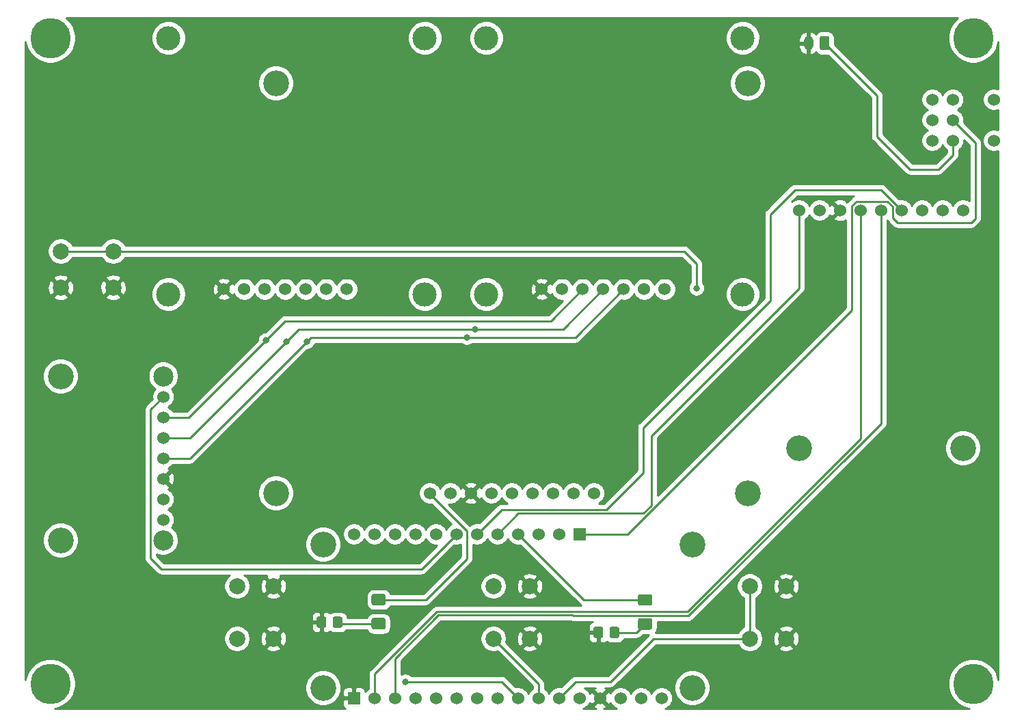
<source format=gbr>
%TF.GenerationSoftware,KiCad,Pcbnew,5.1.9+dfsg1-1*%
%TF.CreationDate,2021-10-03T17:17:10+00:00*%
%TF.ProjectId,st_pat,73745f70-6174-42e6-9b69-6361645f7063,rev?*%
%TF.SameCoordinates,Original*%
%TF.FileFunction,Copper,L1,Top*%
%TF.FilePolarity,Positive*%
%FSLAX46Y46*%
G04 Gerber Fmt 4.6, Leading zero omitted, Abs format (unit mm)*
G04 Created by KiCad (PCBNEW 5.1.9+dfsg1-1) date 2021-10-03 17:17:10*
%MOMM*%
%LPD*%
G01*
G04 APERTURE LIST*
%TA.AperFunction,ComponentPad*%
%ADD10C,5.000000*%
%TD*%
%TA.AperFunction,ComponentPad*%
%ADD11C,3.200000*%
%TD*%
%TA.AperFunction,ComponentPad*%
%ADD12C,1.530000*%
%TD*%
%TA.AperFunction,ComponentPad*%
%ADD13C,2.000000*%
%TD*%
%TA.AperFunction,ComponentPad*%
%ADD14R,1.530000X1.530000*%
%TD*%
%TA.AperFunction,ComponentPad*%
%ADD15C,2.500000*%
%TD*%
%TA.AperFunction,ComponentPad*%
%ADD16C,3.000000*%
%TD*%
%TA.AperFunction,ComponentPad*%
%ADD17C,1.524000*%
%TD*%
%TA.AperFunction,ComponentPad*%
%ADD18O,1.200000X1.750000*%
%TD*%
%TA.AperFunction,ViaPad*%
%ADD19C,0.800000*%
%TD*%
%TA.AperFunction,Conductor*%
%ADD20C,0.250000*%
%TD*%
%TA.AperFunction,Conductor*%
%ADD21C,0.254000*%
%TD*%
%TA.AperFunction,Conductor*%
%ADD22C,0.100000*%
%TD*%
G04 APERTURE END LIST*
D10*
%TO.P, ,1*%
%TO.N,N/C*%
X196850000Y-120650000D03*
%TD*%
D11*
%TO.P,U1,*%
%TO.N,*%
X175260000Y-91440000D03*
X195580000Y-91440000D03*
D12*
%TO.P,U1,2*%
%TO.N,N/C*%
X177800000Y-61976000D03*
%TO.P,U1,1*%
%TO.N,/GPS_PPS_D12*%
X175260000Y-61976000D03*
%TO.P,U1,6*%
%TO.N,/GPS_FIX_D11*%
X187960000Y-61976000D03*
%TO.P,U1,4*%
%TO.N,/GPS_RX*%
X182880000Y-61976000D03*
%TO.P,U1,8*%
%TO.N,N/C*%
X193040000Y-61976000D03*
%TO.P,U1,3*%
%TO.N,GND*%
X180340000Y-61976000D03*
%TO.P,U1,9*%
%TO.N,+3V3*%
X195580000Y-61976000D03*
%TO.P,U1,5*%
%TO.N,/GPS_TX*%
X185420000Y-61976000D03*
%TO.P,U1,7*%
%TO.N,N/C*%
X190500000Y-61976000D03*
%TD*%
D13*
%TO.P,SW5,1*%
%TO.N,/BTN_A1*%
X169164000Y-108562000D03*
%TO.P,SW5,2*%
%TO.N,GND*%
X173664000Y-108562000D03*
%TO.P,SW5,1*%
%TO.N,/BTN_A1*%
X169164000Y-115062000D03*
%TO.P,SW5,2*%
%TO.N,GND*%
X173664000Y-115062000D03*
%TD*%
%TO.P,SW4,1*%
%TO.N,/BTN_A2*%
X137414000Y-108562000D03*
%TO.P,SW4,2*%
%TO.N,GND*%
X141914000Y-108562000D03*
%TO.P,SW4,1*%
%TO.N,/BTN_A2*%
X137414000Y-115062000D03*
%TO.P,SW4,2*%
%TO.N,GND*%
X141914000Y-115062000D03*
%TD*%
%TO.P,SW3,1*%
%TO.N,/BTN_A3*%
X105664000Y-108562000D03*
%TO.P,SW3,2*%
%TO.N,GND*%
X110164000Y-108562000D03*
%TO.P,SW3,1*%
%TO.N,/BTN_A3*%
X105664000Y-115062000D03*
%TO.P,SW3,2*%
%TO.N,GND*%
X110164000Y-115062000D03*
%TD*%
%TO.P,SW2,1*%
%TO.N,/RST*%
X90320000Y-67056000D03*
%TO.P,SW2,2*%
%TO.N,GND*%
X90320000Y-71556000D03*
%TO.P,SW2,1*%
%TO.N,/RST*%
X83820000Y-67056000D03*
%TO.P,SW2,2*%
%TO.N,GND*%
X83820000Y-71556000D03*
%TD*%
D10*
%TO.P, ,1*%
%TO.N,N/C*%
X82550000Y-120650000D03*
%TD*%
%TO.P, ,1*%
%TO.N,N/C*%
X82550000Y-40640000D03*
%TD*%
%TO.P, ,1*%
%TO.N,N/C*%
X196850000Y-40640000D03*
%TD*%
D12*
%TO.P,U4,9*%
%TO.N,N/C*%
X149860000Y-97028000D03*
%TO.P,U4,8*%
%TO.N,/SHARP_DISP_D6*%
X147320000Y-97028000D03*
%TO.P,U4,7*%
%TO.N,N/C*%
X144780000Y-97028000D03*
%TO.P,U4,6*%
%TO.N,/SHARP_CS_D5*%
X142240000Y-97028000D03*
%TO.P,U4,5*%
%TO.N,/MOSI*%
X139700000Y-97028000D03*
%TO.P,U4,4*%
%TO.N,/SCK*%
X137160000Y-97028000D03*
%TO.P,U4,3*%
%TO.N,GND*%
X134620000Y-97028000D03*
%TO.P,U4,2*%
%TO.N,N/C*%
X132080000Y-97028000D03*
%TO.P,U4,1*%
%TO.N,+3V3*%
X129540000Y-97028000D03*
D11*
%TO.P,U4,*%
%TO.N,*%
X110490000Y-97028000D03*
X110490000Y-46228000D03*
X168910000Y-46228000D03*
X168910000Y-97028000D03*
%TD*%
D14*
%TO.P,U2,P1_1*%
%TO.N,GND*%
X120142000Y-122428000D03*
%TO.P,U2,P2_1*%
%TO.N,+BATT*%
X148082000Y-102108000D03*
D11*
%TO.P,U2,P$1*%
%TO.N,N/C*%
X162052000Y-103378000D03*
%TO.P,U2,P$2*%
X162052000Y-121158000D03*
D12*
%TO.P,U2,P2_2*%
X145542000Y-102108000D03*
%TO.P,U2,P2_3*%
X143002000Y-102108000D03*
%TO.P,U2,P2_4*%
%TO.N,Net-(D3-Pad2)*%
X140462000Y-102108000D03*
%TO.P,U2,P2_5*%
%TO.N,/GPS_PPS_D12*%
X137922000Y-102108000D03*
%TO.P,U2,P2_6*%
%TO.N,/GPS_FIX_D11*%
X135382000Y-102108000D03*
%TO.P,U2,P2_7*%
%TO.N,/CPS_CS_D10*%
X132842000Y-102108000D03*
%TO.P,U2,P2_8*%
%TO.N,N/C*%
X130302000Y-102108000D03*
%TO.P,U2,P2_9*%
%TO.N,/SHARP_DISP_D6*%
X127762000Y-102108000D03*
%TO.P,U2,P2_10*%
%TO.N,/SHARP_CS_D5*%
X125222000Y-102108000D03*
%TO.P,U2,P2_11*%
%TO.N,N/C*%
X122682000Y-102108000D03*
%TO.P,U2,P2_12*%
X120142000Y-102108000D03*
%TO.P,U2,P1_2*%
%TO.N,/GPS_RX*%
X122682000Y-122428000D03*
%TO.P,U2,P1_3*%
%TO.N,/GPS_TX*%
X125222000Y-122428000D03*
%TO.P,U2,P1_4*%
%TO.N,/MISO*%
X127762000Y-122428000D03*
%TO.P,U2,P1_5*%
%TO.N,/MOSI*%
X130302000Y-122428000D03*
%TO.P,U2,P1_6*%
%TO.N,/SCK*%
X132842000Y-122428000D03*
%TO.P,U2,P1_7*%
%TO.N,/SRAD_RECV_CS_A5*%
X135382000Y-122428000D03*
%TO.P,U2,P1_8*%
%TO.N,/COTS_RECV_CS_A4*%
X137922000Y-122428000D03*
%TO.P,U2,P1_9*%
%TO.N,/BTN_A3*%
X140462000Y-122428000D03*
%TO.P,U2,P1_10*%
%TO.N,/BTN_A2*%
X143002000Y-122428000D03*
%TO.P,U2,P1_11*%
%TO.N,/BTN_A1*%
X145542000Y-122428000D03*
%TO.P,U2,P1_12*%
%TO.N,N/C*%
X148082000Y-122428000D03*
%TO.P,U2,P1_13*%
%TO.N,GND*%
X150622000Y-122428000D03*
%TO.P,U2,P1_14*%
%TO.N,N/C*%
X153162000Y-122428000D03*
%TO.P,U2,P1_15*%
%TO.N,+3V3*%
X155702000Y-122428000D03*
%TO.P,U2,P1_16*%
%TO.N,/RST*%
X158242000Y-122428000D03*
D11*
%TO.P,U2,P$3*%
%TO.N,N/C*%
X116332000Y-121158000D03*
%TO.P,U2,P$4*%
X116332000Y-103378000D03*
%TD*%
D12*
%TO.P,U3,1*%
%TO.N,+3V3*%
X96520000Y-100330000D03*
D15*
%TO.P,U3,*%
%TO.N,*%
X96520000Y-102870000D03*
X96520000Y-82550000D03*
D11*
X83820000Y-82550000D03*
X83820000Y-102870000D03*
D12*
%TO.P,U3,2*%
%TO.N,N/C*%
X96520000Y-97790000D03*
%TO.P,U3,3*%
%TO.N,GND*%
X96520000Y-95250000D03*
%TO.P,U3,4*%
%TO.N,/SCK*%
X96520000Y-92710000D03*
%TO.P,U3,5*%
%TO.N,/MOSI*%
X96520000Y-90170000D03*
%TO.P,U3,6*%
%TO.N,/MISO*%
X96520000Y-87630000D03*
%TO.P,U3,7*%
%TO.N,/CPS_CS_D10*%
X96520000Y-85090000D03*
%TD*%
D16*
%TO.P,U6,*%
%TO.N,*%
X128905000Y-72390000D03*
X128905000Y-40640000D03*
X97155000Y-40640000D03*
X97155000Y-72390000D03*
D17*
%TO.P,U6,1*%
%TO.N,N/C*%
X119253000Y-71755000D03*
%TO.P,U6,2*%
%TO.N,/SRAD_RECV_CS_A5*%
X116713000Y-71755000D03*
%TO.P,U6,3*%
%TO.N,/SCK*%
X114173000Y-71755000D03*
%TO.P,U6,4*%
%TO.N,/MOSI*%
X111633000Y-71755000D03*
%TO.P,U6,5*%
%TO.N,/MISO*%
X109093000Y-71755000D03*
%TO.P,U6,6*%
%TO.N,+3V3*%
X106553000Y-71755000D03*
%TO.P,U6,7*%
%TO.N,GND*%
X104013000Y-71755000D03*
%TD*%
D16*
%TO.P,U5,*%
%TO.N,*%
X168275000Y-72390000D03*
X168275000Y-40640000D03*
X136525000Y-40640000D03*
X136525000Y-72390000D03*
D17*
%TO.P,U5,1*%
%TO.N,N/C*%
X158623000Y-71755000D03*
%TO.P,U5,2*%
%TO.N,/COTS_RECV_CS_A4*%
X156083000Y-71755000D03*
%TO.P,U5,3*%
%TO.N,/SCK*%
X153543000Y-71755000D03*
%TO.P,U5,4*%
%TO.N,/MOSI*%
X151003000Y-71755000D03*
%TO.P,U5,5*%
%TO.N,/MISO*%
X148463000Y-71755000D03*
%TO.P,U5,6*%
%TO.N,+3V3*%
X145923000Y-71755000D03*
%TO.P,U5,7*%
%TO.N,GND*%
X143383000Y-71755000D03*
%TD*%
%TO.P,R3,2*%
%TO.N,GND*%
%TA.AperFunction,SMDPad,CuDef*%
G36*
G01*
X151000000Y-113849999D02*
X151000000Y-114750001D01*
G75*
G02*
X150750001Y-115000000I-249999J0D01*
G01*
X150049999Y-115000000D01*
G75*
G02*
X149800000Y-114750001I0J249999D01*
G01*
X149800000Y-113849999D01*
G75*
G02*
X150049999Y-113600000I249999J0D01*
G01*
X150750001Y-113600000D01*
G75*
G02*
X151000000Y-113849999I0J-249999D01*
G01*
G37*
%TD.AperFunction*%
%TO.P,R3,1*%
%TO.N,Net-(D3-Pad1)*%
%TA.AperFunction,SMDPad,CuDef*%
G36*
G01*
X153000000Y-113849999D02*
X153000000Y-114750001D01*
G75*
G02*
X152750001Y-115000000I-249999J0D01*
G01*
X152049999Y-115000000D01*
G75*
G02*
X151800000Y-114750001I0J249999D01*
G01*
X151800000Y-113849999D01*
G75*
G02*
X152049999Y-113600000I249999J0D01*
G01*
X152750001Y-113600000D01*
G75*
G02*
X153000000Y-113849999I0J-249999D01*
G01*
G37*
%TD.AperFunction*%
%TD*%
%TO.P,D3,2*%
%TO.N,Net-(D3-Pad2)*%
%TA.AperFunction,SMDPad,CuDef*%
G36*
G01*
X156835000Y-110985000D02*
X155585000Y-110985000D01*
G75*
G02*
X155335000Y-110735000I0J250000D01*
G01*
X155335000Y-109810000D01*
G75*
G02*
X155585000Y-109560000I250000J0D01*
G01*
X156835000Y-109560000D01*
G75*
G02*
X157085000Y-109810000I0J-250000D01*
G01*
X157085000Y-110735000D01*
G75*
G02*
X156835000Y-110985000I-250000J0D01*
G01*
G37*
%TD.AperFunction*%
%TO.P,D3,1*%
%TO.N,Net-(D3-Pad1)*%
%TA.AperFunction,SMDPad,CuDef*%
G36*
G01*
X156835000Y-113960000D02*
X155585000Y-113960000D01*
G75*
G02*
X155335000Y-113710000I0J250000D01*
G01*
X155335000Y-112785000D01*
G75*
G02*
X155585000Y-112535000I250000J0D01*
G01*
X156835000Y-112535000D01*
G75*
G02*
X157085000Y-112785000I0J-250000D01*
G01*
X157085000Y-113710000D01*
G75*
G02*
X156835000Y-113960000I-250000J0D01*
G01*
G37*
%TD.AperFunction*%
%TD*%
%TO.P,SW1,*%
%TO.N,*%
X199390000Y-53340000D03*
X199390000Y-48260000D03*
%TO.P,SW1,6*%
%TO.N,Net-(J4-Pad1)*%
X194310000Y-53340000D03*
%TO.P,SW1,5*%
%TO.N,+BATT*%
X194310000Y-50800000D03*
%TO.P,SW1,4*%
%TO.N,N/C*%
X194310000Y-48260000D03*
%TO.P,SW1,3*%
X191770000Y-53340000D03*
%TO.P,SW1,2*%
X191770000Y-50800000D03*
%TO.P,SW1,1*%
X191770000Y-48260000D03*
%TD*%
%TO.P,R2,2*%
%TO.N,GND*%
%TA.AperFunction,SMDPad,CuDef*%
G36*
G01*
X116710000Y-112579999D02*
X116710000Y-113480001D01*
G75*
G02*
X116460001Y-113730000I-249999J0D01*
G01*
X115759999Y-113730000D01*
G75*
G02*
X115510000Y-113480001I0J249999D01*
G01*
X115510000Y-112579999D01*
G75*
G02*
X115759999Y-112330000I249999J0D01*
G01*
X116460001Y-112330000D01*
G75*
G02*
X116710000Y-112579999I0J-249999D01*
G01*
G37*
%TD.AperFunction*%
%TO.P,R2,1*%
%TO.N,Net-(D2-Pad1)*%
%TA.AperFunction,SMDPad,CuDef*%
G36*
G01*
X118710000Y-112579999D02*
X118710000Y-113480001D01*
G75*
G02*
X118460001Y-113730000I-249999J0D01*
G01*
X117759999Y-113730000D01*
G75*
G02*
X117510000Y-113480001I0J249999D01*
G01*
X117510000Y-112579999D01*
G75*
G02*
X117759999Y-112330000I249999J0D01*
G01*
X118460001Y-112330000D01*
G75*
G02*
X118710000Y-112579999I0J-249999D01*
G01*
G37*
%TD.AperFunction*%
%TD*%
%TO.P,D2,2*%
%TO.N,+3V3*%
%TA.AperFunction,SMDPad,CuDef*%
G36*
G01*
X123815000Y-110948500D02*
X122565000Y-110948500D01*
G75*
G02*
X122315000Y-110698500I0J250000D01*
G01*
X122315000Y-109773500D01*
G75*
G02*
X122565000Y-109523500I250000J0D01*
G01*
X123815000Y-109523500D01*
G75*
G02*
X124065000Y-109773500I0J-250000D01*
G01*
X124065000Y-110698500D01*
G75*
G02*
X123815000Y-110948500I-250000J0D01*
G01*
G37*
%TD.AperFunction*%
%TO.P,D2,1*%
%TO.N,Net-(D2-Pad1)*%
%TA.AperFunction,SMDPad,CuDef*%
G36*
G01*
X123815000Y-113923500D02*
X122565000Y-113923500D01*
G75*
G02*
X122315000Y-113673500I0J250000D01*
G01*
X122315000Y-112748500D01*
G75*
G02*
X122565000Y-112498500I250000J0D01*
G01*
X123815000Y-112498500D01*
G75*
G02*
X124065000Y-112748500I0J-250000D01*
G01*
X124065000Y-113673500D01*
G75*
G02*
X123815000Y-113923500I-250000J0D01*
G01*
G37*
%TD.AperFunction*%
%TD*%
D18*
%TO.P,J4,2*%
%TO.N,GND*%
X176435000Y-41275000D03*
%TO.P,J4,1*%
%TO.N,Net-(J4-Pad1)*%
%TA.AperFunction,ComponentPad*%
G36*
G01*
X179035000Y-40649999D02*
X179035000Y-41900001D01*
G75*
G02*
X178785001Y-42150000I-249999J0D01*
G01*
X178084999Y-42150000D01*
G75*
G02*
X177835000Y-41900001I0J249999D01*
G01*
X177835000Y-40649999D01*
G75*
G02*
X178084999Y-40400000I249999J0D01*
G01*
X178785001Y-40400000D01*
G75*
G02*
X179035000Y-40649999I0J-249999D01*
G01*
G37*
%TD.AperFunction*%
%TD*%
D19*
%TO.N,/RST*%
X162560000Y-71628000D03*
%TO.N,/BTN_A3*%
X126492000Y-120396000D03*
%TO.N,/SCK*%
X114300000Y-78232000D03*
X134112000Y-77724000D03*
%TO.N,/MOSI*%
X111760000Y-78232000D03*
X135128000Y-76708000D03*
%TO.N,/MISO*%
X109220000Y-78105000D03*
%TD*%
D20*
%TO.N,+3V3*%
X129540000Y-97192798D02*
X129540000Y-97028000D01*
X134112000Y-101764798D02*
X129540000Y-97192798D01*
X134112000Y-105156000D02*
X134112000Y-101764798D01*
X129032000Y-110236000D02*
X134112000Y-105156000D01*
X123190000Y-110236000D02*
X129032000Y-110236000D01*
%TO.N,/GPS_FIX_D11*%
X174752000Y-59436000D02*
X185420000Y-59436000D01*
X151384000Y-99060000D02*
X155956000Y-94488000D01*
X171704000Y-62484000D02*
X174752000Y-59436000D01*
X171704000Y-73152000D02*
X171704000Y-62484000D01*
X185420000Y-59436000D02*
X187960000Y-61976000D01*
X155956000Y-88900000D02*
X171704000Y-73152000D01*
X155956000Y-94488000D02*
X155956000Y-88900000D01*
X138430000Y-99060000D02*
X139192000Y-99060000D01*
X135382000Y-102108000D02*
X138430000Y-99060000D01*
X139192000Y-99060000D02*
X151384000Y-99060000D01*
%TO.N,Net-(D2-Pad1)*%
X118291000Y-113211000D02*
X118110000Y-113030000D01*
X123190000Y-113211000D02*
X118291000Y-113211000D01*
%TO.N,/RST*%
X162560000Y-71628000D02*
X162560000Y-68580000D01*
X161036000Y-67056000D02*
X90320000Y-67056000D01*
X162560000Y-68580000D02*
X161036000Y-67056000D01*
X83820000Y-67056000D02*
X90320000Y-67056000D01*
%TO.N,/BTN_A1*%
X169164000Y-115062000D02*
X157226000Y-115062000D01*
X157226000Y-115062000D02*
X151892000Y-120396000D01*
X147574000Y-120396000D02*
X145542000Y-122428000D01*
X151892000Y-120396000D02*
X147574000Y-120396000D01*
X169164000Y-115062000D02*
X169164000Y-108562000D01*
%TO.N,/BTN_A2*%
X143002000Y-120650000D02*
X137414000Y-115062000D01*
X143002000Y-122428000D02*
X143002000Y-120650000D01*
%TO.N,/BTN_A3*%
X140462000Y-122428000D02*
X138430000Y-120396000D01*
X138430000Y-120396000D02*
X126492000Y-120396000D01*
X126492000Y-120396000D02*
X126492000Y-120396000D01*
%TO.N,/SCK*%
X147574000Y-77724000D02*
X153543000Y-71755000D01*
X134112000Y-77724000D02*
X147574000Y-77724000D01*
X96647000Y-92583000D02*
X96520000Y-92710000D01*
X99822000Y-92710000D02*
X114300000Y-78232000D01*
X96520000Y-92710000D02*
X99822000Y-92710000D01*
X114808000Y-77724000D02*
X114300000Y-78232000D01*
X134112000Y-77724000D02*
X114808000Y-77724000D01*
%TO.N,/MOSI*%
X96647000Y-90043000D02*
X96520000Y-90170000D01*
X99822000Y-90170000D02*
X111760000Y-78232000D01*
X96520000Y-90170000D02*
X99822000Y-90170000D01*
X113284000Y-76708000D02*
X111760000Y-78232000D01*
X146050000Y-76708000D02*
X113284000Y-76708000D01*
X151003000Y-71755000D02*
X146050000Y-76708000D01*
%TO.N,/MISO*%
X96647000Y-87503000D02*
X96520000Y-87630000D01*
X99695000Y-87630000D02*
X109220000Y-78105000D01*
X96520000Y-87630000D02*
X99695000Y-87630000D01*
X111633000Y-75692000D02*
X109220000Y-78105000D01*
X144526000Y-75692000D02*
X111633000Y-75692000D01*
X148463000Y-71755000D02*
X144526000Y-75692000D01*
%TO.N,/GPS_PPS_D12*%
X156013990Y-99510010D02*
X156972000Y-98552000D01*
X140519990Y-99510010D02*
X156013990Y-99510010D01*
X137922000Y-102108000D02*
X140519990Y-99510010D01*
X156972000Y-98552000D02*
X156972000Y-89916000D01*
X175260000Y-71628000D02*
X175260000Y-61976000D01*
X156972000Y-89916000D02*
X175260000Y-71628000D01*
%TO.N,+BATT*%
X197104000Y-62992000D02*
X197104000Y-53594000D01*
X196596000Y-63500000D02*
X197104000Y-62992000D01*
X187452000Y-63500000D02*
X196596000Y-63500000D01*
X186233589Y-60885999D02*
X186869999Y-61522409D01*
X197104000Y-53594000D02*
X194310000Y-50800000D01*
X186869999Y-61522409D02*
X186869999Y-62917999D01*
X182356799Y-60885999D02*
X186233589Y-60885999D01*
X181789999Y-61452799D02*
X182356799Y-60885999D01*
X186869999Y-62917999D02*
X187452000Y-63500000D01*
X181789999Y-74370411D02*
X181789999Y-61452799D01*
X154052410Y-102108000D02*
X181789999Y-74370411D01*
X148082000Y-102108000D02*
X154052410Y-102108000D01*
%TO.N,Net-(J4-Pad1)*%
X194310000Y-53340000D02*
X194310000Y-55118000D01*
X194310000Y-55118000D02*
X192532000Y-56896000D01*
X192532000Y-56896000D02*
X188976000Y-56896000D01*
X188976000Y-56896000D02*
X184912000Y-52832000D01*
X184912000Y-47752000D02*
X178435000Y-41275000D01*
X184912000Y-52832000D02*
X184912000Y-47752000D01*
%TO.N,Net-(D3-Pad2)*%
X148626500Y-110272500D02*
X156210000Y-110272500D01*
X140462000Y-102108000D02*
X148626500Y-110272500D01*
%TO.N,Net-(D3-Pad1)*%
X155157500Y-114300000D02*
X156210000Y-113247500D01*
X152400000Y-114300000D02*
X155157500Y-114300000D01*
%TO.N,/CPS_CS_D10*%
X128515001Y-106434999D02*
X96274999Y-106434999D01*
X132842000Y-102108000D02*
X128515001Y-106434999D01*
X94944999Y-86665001D02*
X96520000Y-85090000D01*
X94944999Y-105104999D02*
X94944999Y-86665001D01*
X96274999Y-106434999D02*
X94944999Y-105104999D01*
%TO.N,/GPS_TX*%
X125222000Y-122428000D02*
X125222000Y-119126000D01*
X125222000Y-117533310D02*
X130581820Y-112173490D01*
X125222000Y-119126000D02*
X125222000Y-117533310D01*
X147261990Y-112209990D02*
X149801990Y-112209990D01*
X147225490Y-112173490D02*
X147261990Y-112209990D01*
X130581820Y-112173490D02*
X147225490Y-112173490D01*
X149801990Y-112209990D02*
X161602010Y-112209990D01*
X185420000Y-61976000D02*
X185420000Y-88392000D01*
X183388000Y-90424000D02*
X161602010Y-112209990D01*
X185420000Y-88392000D02*
X183388000Y-90424000D01*
X184912000Y-88900000D02*
X183388000Y-90424000D01*
%TO.N,/GPS_RX*%
X122682000Y-119436900D02*
X122682000Y-122428000D01*
X130395419Y-111723481D02*
X122682000Y-119436900D01*
X161452110Y-111723480D02*
X130395419Y-111723481D01*
X182880000Y-90295590D02*
X161452110Y-111723480D01*
X182880000Y-61976000D02*
X182880000Y-90295590D01*
%TD*%
D21*
%TO.N,GND*%
X194851554Y-38204886D02*
X194414886Y-38641554D01*
X194071799Y-39155021D01*
X193835476Y-39725554D01*
X193715000Y-40331229D01*
X193715000Y-40948771D01*
X193835476Y-41554446D01*
X194071799Y-42124979D01*
X194414886Y-42638446D01*
X194851554Y-43075114D01*
X195365021Y-43418201D01*
X195935554Y-43654524D01*
X196541229Y-43775000D01*
X197158771Y-43775000D01*
X197764446Y-43654524D01*
X198334979Y-43418201D01*
X198848446Y-43075114D01*
X199285114Y-42638446D01*
X199628201Y-42124979D01*
X199864524Y-41554446D01*
X199950000Y-41124728D01*
X199950000Y-46979858D01*
X199797490Y-46916686D01*
X199527592Y-46863000D01*
X199252408Y-46863000D01*
X198982510Y-46916686D01*
X198728273Y-47021995D01*
X198499465Y-47174880D01*
X198304880Y-47369465D01*
X198151995Y-47598273D01*
X198046686Y-47852510D01*
X197993000Y-48122408D01*
X197993000Y-48397592D01*
X198046686Y-48667490D01*
X198151995Y-48921727D01*
X198304880Y-49150535D01*
X198499465Y-49345120D01*
X198728273Y-49498005D01*
X198982510Y-49603314D01*
X199252408Y-49657000D01*
X199527592Y-49657000D01*
X199797490Y-49603314D01*
X199950000Y-49540142D01*
X199950000Y-52059858D01*
X199797490Y-51996686D01*
X199527592Y-51943000D01*
X199252408Y-51943000D01*
X198982510Y-51996686D01*
X198728273Y-52101995D01*
X198499465Y-52254880D01*
X198304880Y-52449465D01*
X198151995Y-52678273D01*
X198046686Y-52932510D01*
X197993000Y-53202408D01*
X197993000Y-53477592D01*
X198046686Y-53747490D01*
X198151995Y-54001727D01*
X198304880Y-54230535D01*
X198499465Y-54425120D01*
X198728273Y-54578005D01*
X198982510Y-54683314D01*
X199252408Y-54737000D01*
X199527592Y-54737000D01*
X199797490Y-54683314D01*
X199950000Y-54620142D01*
X199950001Y-120165277D01*
X199864524Y-119735554D01*
X199628201Y-119165021D01*
X199285114Y-118651554D01*
X198848446Y-118214886D01*
X198334979Y-117871799D01*
X197764446Y-117635476D01*
X197158771Y-117515000D01*
X196541229Y-117515000D01*
X195935554Y-117635476D01*
X195365021Y-117871799D01*
X194851554Y-118214886D01*
X194414886Y-118651554D01*
X194071799Y-119165021D01*
X193835476Y-119735554D01*
X193715000Y-120341229D01*
X193715000Y-120958771D01*
X193835476Y-121564446D01*
X194071799Y-122134979D01*
X194414886Y-122648446D01*
X194851554Y-123085114D01*
X195365021Y-123428201D01*
X195935554Y-123664524D01*
X196365272Y-123750000D01*
X158708787Y-123750000D01*
X158905149Y-123668664D01*
X159134448Y-123515451D01*
X159329451Y-123320448D01*
X159482664Y-123091149D01*
X159588199Y-122836365D01*
X159642000Y-122565888D01*
X159642000Y-122290112D01*
X159588199Y-122019635D01*
X159482664Y-121764851D01*
X159329451Y-121535552D01*
X159134448Y-121340549D01*
X158905149Y-121187336D01*
X158650365Y-121081801D01*
X158379888Y-121028000D01*
X158104112Y-121028000D01*
X157833635Y-121081801D01*
X157578851Y-121187336D01*
X157349552Y-121340549D01*
X157154549Y-121535552D01*
X157001336Y-121764851D01*
X156972000Y-121835674D01*
X156942664Y-121764851D01*
X156789451Y-121535552D01*
X156594448Y-121340549D01*
X156365149Y-121187336D01*
X156110365Y-121081801D01*
X155839888Y-121028000D01*
X155564112Y-121028000D01*
X155293635Y-121081801D01*
X155038851Y-121187336D01*
X154809552Y-121340549D01*
X154614549Y-121535552D01*
X154461336Y-121764851D01*
X154432000Y-121835674D01*
X154402664Y-121764851D01*
X154249451Y-121535552D01*
X154054448Y-121340549D01*
X153825149Y-121187336D01*
X153570365Y-121081801D01*
X153299888Y-121028000D01*
X153024112Y-121028000D01*
X152753635Y-121081801D01*
X152498851Y-121187336D01*
X152269552Y-121340549D01*
X152074549Y-121535552D01*
X151921336Y-121764851D01*
X151894518Y-121829594D01*
X151892478Y-121823928D01*
X151830106Y-121707240D01*
X151589707Y-121639898D01*
X150801605Y-122428000D01*
X151589707Y-123216102D01*
X151830106Y-123148760D01*
X151891312Y-123018664D01*
X151921336Y-123091149D01*
X152074549Y-123320448D01*
X152269552Y-123515451D01*
X152498851Y-123668664D01*
X152695213Y-123750000D01*
X151082999Y-123750000D01*
X151226072Y-123698478D01*
X151342760Y-123636106D01*
X151410102Y-123395707D01*
X150622000Y-122607605D01*
X149833898Y-123395707D01*
X149901240Y-123636106D01*
X150143328Y-123750000D01*
X148548787Y-123750000D01*
X148745149Y-123668664D01*
X148974448Y-123515451D01*
X149169451Y-123320448D01*
X149322664Y-123091149D01*
X149349482Y-123026406D01*
X149351522Y-123032072D01*
X149413894Y-123148760D01*
X149654293Y-123216102D01*
X150442395Y-122428000D01*
X149654293Y-121639898D01*
X149413894Y-121707240D01*
X149352688Y-121837336D01*
X149322664Y-121764851D01*
X149169451Y-121535552D01*
X148974448Y-121340549D01*
X148745149Y-121187336D01*
X148669497Y-121156000D01*
X150022154Y-121156000D01*
X150017928Y-121157522D01*
X149901240Y-121219894D01*
X149833898Y-121460293D01*
X150622000Y-122248395D01*
X151410102Y-121460293D01*
X151342760Y-121219894D01*
X151206950Y-121156000D01*
X151854678Y-121156000D01*
X151892000Y-121159676D01*
X151929322Y-121156000D01*
X151929333Y-121156000D01*
X152040986Y-121145003D01*
X152184247Y-121101546D01*
X152316276Y-121030974D01*
X152429721Y-120937872D01*
X159817000Y-120937872D01*
X159817000Y-121378128D01*
X159902890Y-121809925D01*
X160071369Y-122216669D01*
X160315962Y-122582729D01*
X160627271Y-122894038D01*
X160993331Y-123138631D01*
X161400075Y-123307110D01*
X161831872Y-123393000D01*
X162272128Y-123393000D01*
X162703925Y-123307110D01*
X163110669Y-123138631D01*
X163476729Y-122894038D01*
X163788038Y-122582729D01*
X164032631Y-122216669D01*
X164201110Y-121809925D01*
X164287000Y-121378128D01*
X164287000Y-120937872D01*
X164201110Y-120506075D01*
X164032631Y-120099331D01*
X163788038Y-119733271D01*
X163476729Y-119421962D01*
X163110669Y-119177369D01*
X162703925Y-119008890D01*
X162272128Y-118923000D01*
X161831872Y-118923000D01*
X161400075Y-119008890D01*
X160993331Y-119177369D01*
X160627271Y-119421962D01*
X160315962Y-119733271D01*
X160071369Y-120099331D01*
X159902890Y-120506075D01*
X159817000Y-120937872D01*
X152429721Y-120937872D01*
X152432001Y-120936001D01*
X152455804Y-120906997D01*
X157540802Y-115822000D01*
X167709091Y-115822000D01*
X167715082Y-115836463D01*
X167894013Y-116104252D01*
X168121748Y-116331987D01*
X168389537Y-116510918D01*
X168687088Y-116634168D01*
X169002967Y-116697000D01*
X169325033Y-116697000D01*
X169640912Y-116634168D01*
X169938463Y-116510918D01*
X170206252Y-116331987D01*
X170340826Y-116197413D01*
X172708192Y-116197413D01*
X172803956Y-116461814D01*
X173093571Y-116602704D01*
X173405108Y-116684384D01*
X173726595Y-116703718D01*
X174045675Y-116659961D01*
X174350088Y-116554795D01*
X174524044Y-116461814D01*
X174619808Y-116197413D01*
X173664000Y-115241605D01*
X172708192Y-116197413D01*
X170340826Y-116197413D01*
X170433987Y-116104252D01*
X170612918Y-115836463D01*
X170736168Y-115538912D01*
X170799000Y-115223033D01*
X170799000Y-115124595D01*
X172022282Y-115124595D01*
X172066039Y-115443675D01*
X172171205Y-115748088D01*
X172264186Y-115922044D01*
X172528587Y-116017808D01*
X173484395Y-115062000D01*
X173843605Y-115062000D01*
X174799413Y-116017808D01*
X175063814Y-115922044D01*
X175204704Y-115632429D01*
X175286384Y-115320892D01*
X175305718Y-114999405D01*
X175261961Y-114680325D01*
X175156795Y-114375912D01*
X175063814Y-114201956D01*
X174799413Y-114106192D01*
X173843605Y-115062000D01*
X173484395Y-115062000D01*
X172528587Y-114106192D01*
X172264186Y-114201956D01*
X172123296Y-114491571D01*
X172041616Y-114803108D01*
X172022282Y-115124595D01*
X170799000Y-115124595D01*
X170799000Y-114900967D01*
X170736168Y-114585088D01*
X170612918Y-114287537D01*
X170433987Y-114019748D01*
X170340826Y-113926587D01*
X172708192Y-113926587D01*
X173664000Y-114882395D01*
X174619808Y-113926587D01*
X174524044Y-113662186D01*
X174234429Y-113521296D01*
X173922892Y-113439616D01*
X173601405Y-113420282D01*
X173282325Y-113464039D01*
X172977912Y-113569205D01*
X172803956Y-113662186D01*
X172708192Y-113926587D01*
X170340826Y-113926587D01*
X170206252Y-113792013D01*
X169938463Y-113613082D01*
X169924000Y-113607091D01*
X169924000Y-110016909D01*
X169938463Y-110010918D01*
X170206252Y-109831987D01*
X170340826Y-109697413D01*
X172708192Y-109697413D01*
X172803956Y-109961814D01*
X173093571Y-110102704D01*
X173405108Y-110184384D01*
X173726595Y-110203718D01*
X174045675Y-110159961D01*
X174350088Y-110054795D01*
X174524044Y-109961814D01*
X174619808Y-109697413D01*
X173664000Y-108741605D01*
X172708192Y-109697413D01*
X170340826Y-109697413D01*
X170433987Y-109604252D01*
X170612918Y-109336463D01*
X170736168Y-109038912D01*
X170799000Y-108723033D01*
X170799000Y-108624595D01*
X172022282Y-108624595D01*
X172066039Y-108943675D01*
X172171205Y-109248088D01*
X172264186Y-109422044D01*
X172528587Y-109517808D01*
X173484395Y-108562000D01*
X173843605Y-108562000D01*
X174799413Y-109517808D01*
X175063814Y-109422044D01*
X175204704Y-109132429D01*
X175286384Y-108820892D01*
X175305718Y-108499405D01*
X175261961Y-108180325D01*
X175156795Y-107875912D01*
X175063814Y-107701956D01*
X174799413Y-107606192D01*
X173843605Y-108562000D01*
X173484395Y-108562000D01*
X172528587Y-107606192D01*
X172264186Y-107701956D01*
X172123296Y-107991571D01*
X172041616Y-108303108D01*
X172022282Y-108624595D01*
X170799000Y-108624595D01*
X170799000Y-108400967D01*
X170736168Y-108085088D01*
X170612918Y-107787537D01*
X170433987Y-107519748D01*
X170340826Y-107426587D01*
X172708192Y-107426587D01*
X173664000Y-108382395D01*
X174619808Y-107426587D01*
X174524044Y-107162186D01*
X174234429Y-107021296D01*
X173922892Y-106939616D01*
X173601405Y-106920282D01*
X173282325Y-106964039D01*
X172977912Y-107069205D01*
X172803956Y-107162186D01*
X172708192Y-107426587D01*
X170340826Y-107426587D01*
X170206252Y-107292013D01*
X169938463Y-107113082D01*
X169640912Y-106989832D01*
X169325033Y-106927000D01*
X169002967Y-106927000D01*
X168687088Y-106989832D01*
X168389537Y-107113082D01*
X168121748Y-107292013D01*
X167894013Y-107519748D01*
X167715082Y-107787537D01*
X167591832Y-108085088D01*
X167529000Y-108400967D01*
X167529000Y-108723033D01*
X167591832Y-109038912D01*
X167715082Y-109336463D01*
X167894013Y-109604252D01*
X168121748Y-109831987D01*
X168389537Y-110010918D01*
X168404001Y-110016909D01*
X168404000Y-113607091D01*
X168389537Y-113613082D01*
X168121748Y-113792013D01*
X167894013Y-114019748D01*
X167715082Y-114287537D01*
X167709091Y-114302000D01*
X157492475Y-114302000D01*
X157573405Y-114203386D01*
X157655472Y-114049850D01*
X157706008Y-113883254D01*
X157723072Y-113710000D01*
X157723072Y-112969990D01*
X161564688Y-112969990D01*
X161602010Y-112973666D01*
X161639332Y-112969990D01*
X161639343Y-112969990D01*
X161750996Y-112958993D01*
X161894257Y-112915536D01*
X162026286Y-112844964D01*
X162142011Y-112749991D01*
X162165814Y-112720987D01*
X183666929Y-91219872D01*
X193345000Y-91219872D01*
X193345000Y-91660128D01*
X193430890Y-92091925D01*
X193599369Y-92498669D01*
X193843962Y-92864729D01*
X194155271Y-93176038D01*
X194521331Y-93420631D01*
X194928075Y-93589110D01*
X195359872Y-93675000D01*
X195800128Y-93675000D01*
X196231925Y-93589110D01*
X196638669Y-93420631D01*
X197004729Y-93176038D01*
X197316038Y-92864729D01*
X197560631Y-92498669D01*
X197729110Y-92091925D01*
X197815000Y-91660128D01*
X197815000Y-91219872D01*
X197729110Y-90788075D01*
X197560631Y-90381331D01*
X197316038Y-90015271D01*
X197004729Y-89703962D01*
X196638669Y-89459369D01*
X196231925Y-89290890D01*
X195800128Y-89205000D01*
X195359872Y-89205000D01*
X194928075Y-89290890D01*
X194521331Y-89459369D01*
X194155271Y-89703962D01*
X193843962Y-90015271D01*
X193599369Y-90381331D01*
X193430890Y-90788075D01*
X193345000Y-91219872D01*
X183666929Y-91219872D01*
X183951799Y-90935003D01*
X183951803Y-90934998D01*
X184292525Y-90594276D01*
X185475799Y-89411004D01*
X185475805Y-89410997D01*
X185931003Y-88955799D01*
X185960001Y-88932001D01*
X186016902Y-88862667D01*
X186054974Y-88816277D01*
X186125546Y-88684247D01*
X186148749Y-88607754D01*
X186169003Y-88540986D01*
X186180000Y-88429333D01*
X186180000Y-88429323D01*
X186183676Y-88392000D01*
X186180000Y-88354677D01*
X186180000Y-63239331D01*
X186235025Y-63342275D01*
X186262703Y-63376000D01*
X186329999Y-63458000D01*
X186358997Y-63481798D01*
X186888200Y-64011002D01*
X186911999Y-64040001D01*
X187027724Y-64134974D01*
X187159753Y-64205546D01*
X187303014Y-64249003D01*
X187414667Y-64260000D01*
X187414675Y-64260000D01*
X187452000Y-64263676D01*
X187489325Y-64260000D01*
X196558678Y-64260000D01*
X196596000Y-64263676D01*
X196633322Y-64260000D01*
X196633333Y-64260000D01*
X196744986Y-64249003D01*
X196888247Y-64205546D01*
X197020276Y-64134974D01*
X197136001Y-64040001D01*
X197159803Y-64010998D01*
X197615003Y-63555798D01*
X197644001Y-63532001D01*
X197738974Y-63416276D01*
X197809546Y-63284247D01*
X197853003Y-63140986D01*
X197864000Y-63029333D01*
X197864000Y-63029324D01*
X197867676Y-62992001D01*
X197864000Y-62954678D01*
X197864000Y-53631325D01*
X197867676Y-53594000D01*
X197864000Y-53556675D01*
X197864000Y-53556667D01*
X197853003Y-53445014D01*
X197809546Y-53301753D01*
X197738974Y-53169724D01*
X197644001Y-53053999D01*
X197615003Y-53030201D01*
X195676372Y-51091571D01*
X195707000Y-50937592D01*
X195707000Y-50662408D01*
X195653314Y-50392510D01*
X195548005Y-50138273D01*
X195395120Y-49909465D01*
X195200535Y-49714880D01*
X194971727Y-49561995D01*
X194894485Y-49530000D01*
X194971727Y-49498005D01*
X195200535Y-49345120D01*
X195395120Y-49150535D01*
X195548005Y-48921727D01*
X195653314Y-48667490D01*
X195707000Y-48397592D01*
X195707000Y-48122408D01*
X195653314Y-47852510D01*
X195548005Y-47598273D01*
X195395120Y-47369465D01*
X195200535Y-47174880D01*
X194971727Y-47021995D01*
X194717490Y-46916686D01*
X194447592Y-46863000D01*
X194172408Y-46863000D01*
X193902510Y-46916686D01*
X193648273Y-47021995D01*
X193419465Y-47174880D01*
X193224880Y-47369465D01*
X193071995Y-47598273D01*
X193040000Y-47675515D01*
X193008005Y-47598273D01*
X192855120Y-47369465D01*
X192660535Y-47174880D01*
X192431727Y-47021995D01*
X192177490Y-46916686D01*
X191907592Y-46863000D01*
X191632408Y-46863000D01*
X191362510Y-46916686D01*
X191108273Y-47021995D01*
X190879465Y-47174880D01*
X190684880Y-47369465D01*
X190531995Y-47598273D01*
X190426686Y-47852510D01*
X190373000Y-48122408D01*
X190373000Y-48397592D01*
X190426686Y-48667490D01*
X190531995Y-48921727D01*
X190684880Y-49150535D01*
X190879465Y-49345120D01*
X191108273Y-49498005D01*
X191185515Y-49530000D01*
X191108273Y-49561995D01*
X190879465Y-49714880D01*
X190684880Y-49909465D01*
X190531995Y-50138273D01*
X190426686Y-50392510D01*
X190373000Y-50662408D01*
X190373000Y-50937592D01*
X190426686Y-51207490D01*
X190531995Y-51461727D01*
X190684880Y-51690535D01*
X190879465Y-51885120D01*
X191108273Y-52038005D01*
X191185515Y-52070000D01*
X191108273Y-52101995D01*
X190879465Y-52254880D01*
X190684880Y-52449465D01*
X190531995Y-52678273D01*
X190426686Y-52932510D01*
X190373000Y-53202408D01*
X190373000Y-53477592D01*
X190426686Y-53747490D01*
X190531995Y-54001727D01*
X190684880Y-54230535D01*
X190879465Y-54425120D01*
X191108273Y-54578005D01*
X191362510Y-54683314D01*
X191632408Y-54737000D01*
X191907592Y-54737000D01*
X192177490Y-54683314D01*
X192431727Y-54578005D01*
X192660535Y-54425120D01*
X192855120Y-54230535D01*
X193008005Y-54001727D01*
X193040000Y-53924485D01*
X193071995Y-54001727D01*
X193224880Y-54230535D01*
X193419465Y-54425120D01*
X193550001Y-54512341D01*
X193550001Y-54803197D01*
X192217199Y-56136000D01*
X189290802Y-56136000D01*
X185672000Y-52517199D01*
X185672000Y-47789322D01*
X185675676Y-47751999D01*
X185672000Y-47714676D01*
X185672000Y-47714667D01*
X185661003Y-47603014D01*
X185617546Y-47459753D01*
X185546974Y-47327724D01*
X185452001Y-47211999D01*
X185423003Y-47188201D01*
X179673072Y-41438271D01*
X179673072Y-40649999D01*
X179656008Y-40476745D01*
X179605472Y-40310149D01*
X179523405Y-40156613D01*
X179412962Y-40022038D01*
X179278387Y-39911595D01*
X179124851Y-39829528D01*
X178958255Y-39778992D01*
X178785001Y-39761928D01*
X178084999Y-39761928D01*
X177911745Y-39778992D01*
X177745149Y-39829528D01*
X177591613Y-39911595D01*
X177457038Y-40022038D01*
X177346595Y-40156613D01*
X177344033Y-40161406D01*
X177218474Y-40036922D01*
X177015533Y-39902579D01*
X176790282Y-39810409D01*
X176752609Y-39806538D01*
X176562000Y-39931269D01*
X176562000Y-41148000D01*
X176582000Y-41148000D01*
X176582000Y-41402000D01*
X176562000Y-41402000D01*
X176562000Y-42618731D01*
X176752609Y-42743462D01*
X176790282Y-42739591D01*
X177015533Y-42647421D01*
X177218474Y-42513078D01*
X177344033Y-42388594D01*
X177346595Y-42393387D01*
X177457038Y-42527962D01*
X177591613Y-42638405D01*
X177745149Y-42720472D01*
X177911745Y-42771008D01*
X178084999Y-42788072D01*
X178785001Y-42788072D01*
X178865357Y-42780158D01*
X184152001Y-48066803D01*
X184152000Y-52794677D01*
X184148324Y-52832000D01*
X184152000Y-52869322D01*
X184152000Y-52869332D01*
X184162997Y-52980985D01*
X184206454Y-53124246D01*
X184277026Y-53256276D01*
X184314348Y-53301753D01*
X184371999Y-53372001D01*
X184401003Y-53395804D01*
X188412201Y-57407003D01*
X188435999Y-57436001D01*
X188464997Y-57459799D01*
X188551723Y-57530974D01*
X188683753Y-57601546D01*
X188827014Y-57645003D01*
X188938667Y-57656000D01*
X188938677Y-57656000D01*
X188976000Y-57659676D01*
X189013323Y-57656000D01*
X192494678Y-57656000D01*
X192532000Y-57659676D01*
X192569322Y-57656000D01*
X192569333Y-57656000D01*
X192680986Y-57645003D01*
X192824247Y-57601546D01*
X192956276Y-57530974D01*
X193072001Y-57436001D01*
X193095804Y-57406997D01*
X194821003Y-55681799D01*
X194850001Y-55658001D01*
X194944974Y-55542276D01*
X195015546Y-55410247D01*
X195059003Y-55266986D01*
X195070000Y-55155333D01*
X195070000Y-55155325D01*
X195073676Y-55118000D01*
X195070000Y-55080675D01*
X195070000Y-54512341D01*
X195200535Y-54425120D01*
X195395120Y-54230535D01*
X195548005Y-54001727D01*
X195653314Y-53747490D01*
X195707000Y-53477592D01*
X195707000Y-53271802D01*
X196344001Y-53908803D01*
X196344000Y-60802723D01*
X196243149Y-60735336D01*
X195988365Y-60629801D01*
X195717888Y-60576000D01*
X195442112Y-60576000D01*
X195171635Y-60629801D01*
X194916851Y-60735336D01*
X194687552Y-60888549D01*
X194492549Y-61083552D01*
X194339336Y-61312851D01*
X194310000Y-61383674D01*
X194280664Y-61312851D01*
X194127451Y-61083552D01*
X193932448Y-60888549D01*
X193703149Y-60735336D01*
X193448365Y-60629801D01*
X193177888Y-60576000D01*
X192902112Y-60576000D01*
X192631635Y-60629801D01*
X192376851Y-60735336D01*
X192147552Y-60888549D01*
X191952549Y-61083552D01*
X191799336Y-61312851D01*
X191770000Y-61383674D01*
X191740664Y-61312851D01*
X191587451Y-61083552D01*
X191392448Y-60888549D01*
X191163149Y-60735336D01*
X190908365Y-60629801D01*
X190637888Y-60576000D01*
X190362112Y-60576000D01*
X190091635Y-60629801D01*
X189836851Y-60735336D01*
X189607552Y-60888549D01*
X189412549Y-61083552D01*
X189259336Y-61312851D01*
X189230000Y-61383674D01*
X189200664Y-61312851D01*
X189047451Y-61083552D01*
X188852448Y-60888549D01*
X188623149Y-60735336D01*
X188368365Y-60629801D01*
X188097888Y-60576000D01*
X187822112Y-60576000D01*
X187665879Y-60607077D01*
X185983804Y-58925003D01*
X185960001Y-58895999D01*
X185844276Y-58801026D01*
X185712247Y-58730454D01*
X185568986Y-58686997D01*
X185457333Y-58676000D01*
X185457322Y-58676000D01*
X185420000Y-58672324D01*
X185382678Y-58676000D01*
X174789323Y-58676000D01*
X174752000Y-58672324D01*
X174714677Y-58676000D01*
X174714667Y-58676000D01*
X174603014Y-58686997D01*
X174459753Y-58730454D01*
X174327723Y-58801026D01*
X174244083Y-58869668D01*
X174211999Y-58895999D01*
X174188201Y-58924997D01*
X171192998Y-61920201D01*
X171164000Y-61943999D01*
X171140202Y-61972997D01*
X171140201Y-61972998D01*
X171069026Y-62059724D01*
X170998454Y-62191754D01*
X170954998Y-62335015D01*
X170940324Y-62484000D01*
X170944001Y-62521332D01*
X170944000Y-72837198D01*
X155444998Y-88336201D01*
X155416000Y-88359999D01*
X155392202Y-88388997D01*
X155392201Y-88388998D01*
X155321026Y-88475724D01*
X155250454Y-88607754D01*
X155206998Y-88751015D01*
X155192324Y-88900000D01*
X155196001Y-88937332D01*
X155196000Y-94173197D01*
X151069199Y-98300000D01*
X150447497Y-98300000D01*
X150523149Y-98268664D01*
X150752448Y-98115451D01*
X150947451Y-97920448D01*
X151100664Y-97691149D01*
X151206199Y-97436365D01*
X151260000Y-97165888D01*
X151260000Y-96890112D01*
X151206199Y-96619635D01*
X151100664Y-96364851D01*
X150947451Y-96135552D01*
X150752448Y-95940549D01*
X150523149Y-95787336D01*
X150268365Y-95681801D01*
X149997888Y-95628000D01*
X149722112Y-95628000D01*
X149451635Y-95681801D01*
X149196851Y-95787336D01*
X148967552Y-95940549D01*
X148772549Y-96135552D01*
X148619336Y-96364851D01*
X148590000Y-96435674D01*
X148560664Y-96364851D01*
X148407451Y-96135552D01*
X148212448Y-95940549D01*
X147983149Y-95787336D01*
X147728365Y-95681801D01*
X147457888Y-95628000D01*
X147182112Y-95628000D01*
X146911635Y-95681801D01*
X146656851Y-95787336D01*
X146427552Y-95940549D01*
X146232549Y-96135552D01*
X146079336Y-96364851D01*
X146050000Y-96435674D01*
X146020664Y-96364851D01*
X145867451Y-96135552D01*
X145672448Y-95940549D01*
X145443149Y-95787336D01*
X145188365Y-95681801D01*
X144917888Y-95628000D01*
X144642112Y-95628000D01*
X144371635Y-95681801D01*
X144116851Y-95787336D01*
X143887552Y-95940549D01*
X143692549Y-96135552D01*
X143539336Y-96364851D01*
X143510000Y-96435674D01*
X143480664Y-96364851D01*
X143327451Y-96135552D01*
X143132448Y-95940549D01*
X142903149Y-95787336D01*
X142648365Y-95681801D01*
X142377888Y-95628000D01*
X142102112Y-95628000D01*
X141831635Y-95681801D01*
X141576851Y-95787336D01*
X141347552Y-95940549D01*
X141152549Y-96135552D01*
X140999336Y-96364851D01*
X140970000Y-96435674D01*
X140940664Y-96364851D01*
X140787451Y-96135552D01*
X140592448Y-95940549D01*
X140363149Y-95787336D01*
X140108365Y-95681801D01*
X139837888Y-95628000D01*
X139562112Y-95628000D01*
X139291635Y-95681801D01*
X139036851Y-95787336D01*
X138807552Y-95940549D01*
X138612549Y-96135552D01*
X138459336Y-96364851D01*
X138430000Y-96435674D01*
X138400664Y-96364851D01*
X138247451Y-96135552D01*
X138052448Y-95940549D01*
X137823149Y-95787336D01*
X137568365Y-95681801D01*
X137297888Y-95628000D01*
X137022112Y-95628000D01*
X136751635Y-95681801D01*
X136496851Y-95787336D01*
X136267552Y-95940549D01*
X136072549Y-96135552D01*
X135919336Y-96364851D01*
X135892518Y-96429594D01*
X135890478Y-96423928D01*
X135828106Y-96307240D01*
X135587707Y-96239898D01*
X134799605Y-97028000D01*
X135587707Y-97816102D01*
X135828106Y-97748760D01*
X135889312Y-97618664D01*
X135919336Y-97691149D01*
X136072549Y-97920448D01*
X136267552Y-98115451D01*
X136496851Y-98268664D01*
X136751635Y-98374199D01*
X137022112Y-98428000D01*
X137297888Y-98428000D01*
X137568365Y-98374199D01*
X137823149Y-98268664D01*
X138052448Y-98115451D01*
X138247451Y-97920448D01*
X138400664Y-97691149D01*
X138430000Y-97620326D01*
X138459336Y-97691149D01*
X138612549Y-97920448D01*
X138807552Y-98115451D01*
X139036851Y-98268664D01*
X139112503Y-98300000D01*
X138467323Y-98300000D01*
X138430000Y-98296324D01*
X138392677Y-98300000D01*
X138392667Y-98300000D01*
X138281014Y-98310997D01*
X138140878Y-98353506D01*
X138137753Y-98354454D01*
X138005723Y-98425026D01*
X137922083Y-98493668D01*
X137889999Y-98519999D01*
X137866201Y-98548997D01*
X135676122Y-100739077D01*
X135519888Y-100708000D01*
X135244112Y-100708000D01*
X134973635Y-100761801D01*
X134718851Y-100867336D01*
X134489552Y-101020549D01*
X134466053Y-101044048D01*
X131827133Y-98405129D01*
X131942112Y-98428000D01*
X132217888Y-98428000D01*
X132488365Y-98374199D01*
X132743149Y-98268664D01*
X132972448Y-98115451D01*
X133092192Y-97995707D01*
X133831898Y-97995707D01*
X133899240Y-98236106D01*
X134148780Y-98353506D01*
X134416427Y-98419967D01*
X134691899Y-98432936D01*
X134964607Y-98391914D01*
X135224072Y-98298478D01*
X135340760Y-98236106D01*
X135408102Y-97995707D01*
X134620000Y-97207605D01*
X133831898Y-97995707D01*
X133092192Y-97995707D01*
X133167451Y-97920448D01*
X133320664Y-97691149D01*
X133347482Y-97626406D01*
X133349522Y-97632072D01*
X133411894Y-97748760D01*
X133652293Y-97816102D01*
X134440395Y-97028000D01*
X133652293Y-96239898D01*
X133411894Y-96307240D01*
X133350688Y-96437336D01*
X133320664Y-96364851D01*
X133167451Y-96135552D01*
X133092192Y-96060293D01*
X133831898Y-96060293D01*
X134620000Y-96848395D01*
X135408102Y-96060293D01*
X135340760Y-95819894D01*
X135091220Y-95702494D01*
X134823573Y-95636033D01*
X134548101Y-95623064D01*
X134275393Y-95664086D01*
X134015928Y-95757522D01*
X133899240Y-95819894D01*
X133831898Y-96060293D01*
X133092192Y-96060293D01*
X132972448Y-95940549D01*
X132743149Y-95787336D01*
X132488365Y-95681801D01*
X132217888Y-95628000D01*
X131942112Y-95628000D01*
X131671635Y-95681801D01*
X131416851Y-95787336D01*
X131187552Y-95940549D01*
X130992549Y-96135552D01*
X130839336Y-96364851D01*
X130810000Y-96435674D01*
X130780664Y-96364851D01*
X130627451Y-96135552D01*
X130432448Y-95940549D01*
X130203149Y-95787336D01*
X129948365Y-95681801D01*
X129677888Y-95628000D01*
X129402112Y-95628000D01*
X129131635Y-95681801D01*
X128876851Y-95787336D01*
X128647552Y-95940549D01*
X128452549Y-96135552D01*
X128299336Y-96364851D01*
X128193801Y-96619635D01*
X128140000Y-96890112D01*
X128140000Y-97165888D01*
X128193801Y-97436365D01*
X128299336Y-97691149D01*
X128452549Y-97920448D01*
X128647552Y-98115451D01*
X128876851Y-98268664D01*
X129131635Y-98374199D01*
X129402112Y-98428000D01*
X129677888Y-98428000D01*
X129696666Y-98424265D01*
X132155403Y-100883003D01*
X131949552Y-101020549D01*
X131754549Y-101215552D01*
X131601336Y-101444851D01*
X131572000Y-101515674D01*
X131542664Y-101444851D01*
X131389451Y-101215552D01*
X131194448Y-101020549D01*
X130965149Y-100867336D01*
X130710365Y-100761801D01*
X130439888Y-100708000D01*
X130164112Y-100708000D01*
X129893635Y-100761801D01*
X129638851Y-100867336D01*
X129409552Y-101020549D01*
X129214549Y-101215552D01*
X129061336Y-101444851D01*
X129032000Y-101515674D01*
X129002664Y-101444851D01*
X128849451Y-101215552D01*
X128654448Y-101020549D01*
X128425149Y-100867336D01*
X128170365Y-100761801D01*
X127899888Y-100708000D01*
X127624112Y-100708000D01*
X127353635Y-100761801D01*
X127098851Y-100867336D01*
X126869552Y-101020549D01*
X126674549Y-101215552D01*
X126521336Y-101444851D01*
X126492000Y-101515674D01*
X126462664Y-101444851D01*
X126309451Y-101215552D01*
X126114448Y-101020549D01*
X125885149Y-100867336D01*
X125630365Y-100761801D01*
X125359888Y-100708000D01*
X125084112Y-100708000D01*
X124813635Y-100761801D01*
X124558851Y-100867336D01*
X124329552Y-101020549D01*
X124134549Y-101215552D01*
X123981336Y-101444851D01*
X123952000Y-101515674D01*
X123922664Y-101444851D01*
X123769451Y-101215552D01*
X123574448Y-101020549D01*
X123345149Y-100867336D01*
X123090365Y-100761801D01*
X122819888Y-100708000D01*
X122544112Y-100708000D01*
X122273635Y-100761801D01*
X122018851Y-100867336D01*
X121789552Y-101020549D01*
X121594549Y-101215552D01*
X121441336Y-101444851D01*
X121412000Y-101515674D01*
X121382664Y-101444851D01*
X121229451Y-101215552D01*
X121034448Y-101020549D01*
X120805149Y-100867336D01*
X120550365Y-100761801D01*
X120279888Y-100708000D01*
X120004112Y-100708000D01*
X119733635Y-100761801D01*
X119478851Y-100867336D01*
X119249552Y-101020549D01*
X119054549Y-101215552D01*
X118901336Y-101444851D01*
X118795801Y-101699635D01*
X118742000Y-101970112D01*
X118742000Y-102245888D01*
X118795801Y-102516365D01*
X118901336Y-102771149D01*
X119054549Y-103000448D01*
X119249552Y-103195451D01*
X119478851Y-103348664D01*
X119733635Y-103454199D01*
X120004112Y-103508000D01*
X120279888Y-103508000D01*
X120550365Y-103454199D01*
X120805149Y-103348664D01*
X121034448Y-103195451D01*
X121229451Y-103000448D01*
X121382664Y-102771149D01*
X121412000Y-102700326D01*
X121441336Y-102771149D01*
X121594549Y-103000448D01*
X121789552Y-103195451D01*
X122018851Y-103348664D01*
X122273635Y-103454199D01*
X122544112Y-103508000D01*
X122819888Y-103508000D01*
X123090365Y-103454199D01*
X123345149Y-103348664D01*
X123574448Y-103195451D01*
X123769451Y-103000448D01*
X123922664Y-102771149D01*
X123952000Y-102700326D01*
X123981336Y-102771149D01*
X124134549Y-103000448D01*
X124329552Y-103195451D01*
X124558851Y-103348664D01*
X124813635Y-103454199D01*
X125084112Y-103508000D01*
X125359888Y-103508000D01*
X125630365Y-103454199D01*
X125885149Y-103348664D01*
X126114448Y-103195451D01*
X126309451Y-103000448D01*
X126462664Y-102771149D01*
X126492000Y-102700326D01*
X126521336Y-102771149D01*
X126674549Y-103000448D01*
X126869552Y-103195451D01*
X127098851Y-103348664D01*
X127353635Y-103454199D01*
X127624112Y-103508000D01*
X127899888Y-103508000D01*
X128170365Y-103454199D01*
X128425149Y-103348664D01*
X128654448Y-103195451D01*
X128849451Y-103000448D01*
X129002664Y-102771149D01*
X129032000Y-102700326D01*
X129061336Y-102771149D01*
X129214549Y-103000448D01*
X129409552Y-103195451D01*
X129638851Y-103348664D01*
X129893635Y-103454199D01*
X130164112Y-103508000D01*
X130367198Y-103508000D01*
X128200200Y-105674999D01*
X96589801Y-105674999D01*
X95704999Y-104790198D01*
X95704999Y-104572725D01*
X95970166Y-104682561D01*
X96334344Y-104755000D01*
X96705656Y-104755000D01*
X97069834Y-104682561D01*
X97412882Y-104540466D01*
X97721618Y-104334175D01*
X97984175Y-104071618D01*
X98190466Y-103762882D01*
X98332561Y-103419834D01*
X98384668Y-103157872D01*
X114097000Y-103157872D01*
X114097000Y-103598128D01*
X114182890Y-104029925D01*
X114351369Y-104436669D01*
X114595962Y-104802729D01*
X114907271Y-105114038D01*
X115273331Y-105358631D01*
X115680075Y-105527110D01*
X116111872Y-105613000D01*
X116552128Y-105613000D01*
X116983925Y-105527110D01*
X117390669Y-105358631D01*
X117756729Y-105114038D01*
X118068038Y-104802729D01*
X118312631Y-104436669D01*
X118481110Y-104029925D01*
X118567000Y-103598128D01*
X118567000Y-103157872D01*
X118481110Y-102726075D01*
X118312631Y-102319331D01*
X118068038Y-101953271D01*
X117756729Y-101641962D01*
X117390669Y-101397369D01*
X116983925Y-101228890D01*
X116552128Y-101143000D01*
X116111872Y-101143000D01*
X115680075Y-101228890D01*
X115273331Y-101397369D01*
X114907271Y-101641962D01*
X114595962Y-101953271D01*
X114351369Y-102319331D01*
X114182890Y-102726075D01*
X114097000Y-103157872D01*
X98384668Y-103157872D01*
X98405000Y-103055656D01*
X98405000Y-102684344D01*
X98332561Y-102320166D01*
X98190466Y-101977118D01*
X97984175Y-101668382D01*
X97721618Y-101405825D01*
X97543253Y-101286646D01*
X97607451Y-101222448D01*
X97760664Y-100993149D01*
X97866199Y-100738365D01*
X97920000Y-100467888D01*
X97920000Y-100192112D01*
X97866199Y-99921635D01*
X97760664Y-99666851D01*
X97607451Y-99437552D01*
X97412448Y-99242549D01*
X97183149Y-99089336D01*
X97112326Y-99060000D01*
X97183149Y-99030664D01*
X97412448Y-98877451D01*
X97607451Y-98682448D01*
X97760664Y-98453149D01*
X97866199Y-98198365D01*
X97920000Y-97927888D01*
X97920000Y-97652112D01*
X97866199Y-97381635D01*
X97760664Y-97126851D01*
X97607451Y-96897552D01*
X97517771Y-96807872D01*
X108255000Y-96807872D01*
X108255000Y-97248128D01*
X108340890Y-97679925D01*
X108509369Y-98086669D01*
X108753962Y-98452729D01*
X109065271Y-98764038D01*
X109431331Y-99008631D01*
X109838075Y-99177110D01*
X110269872Y-99263000D01*
X110710128Y-99263000D01*
X111141925Y-99177110D01*
X111548669Y-99008631D01*
X111914729Y-98764038D01*
X112226038Y-98452729D01*
X112470631Y-98086669D01*
X112639110Y-97679925D01*
X112725000Y-97248128D01*
X112725000Y-96807872D01*
X112639110Y-96376075D01*
X112470631Y-95969331D01*
X112226038Y-95603271D01*
X111914729Y-95291962D01*
X111548669Y-95047369D01*
X111141925Y-94878890D01*
X110710128Y-94793000D01*
X110269872Y-94793000D01*
X109838075Y-94878890D01*
X109431331Y-95047369D01*
X109065271Y-95291962D01*
X108753962Y-95603271D01*
X108509369Y-95969331D01*
X108340890Y-96376075D01*
X108255000Y-96807872D01*
X97517771Y-96807872D01*
X97412448Y-96702549D01*
X97183149Y-96549336D01*
X97118406Y-96522518D01*
X97124072Y-96520478D01*
X97240760Y-96458106D01*
X97308102Y-96217707D01*
X96520000Y-95429605D01*
X96505858Y-95443748D01*
X96326253Y-95264143D01*
X96340395Y-95250000D01*
X96699605Y-95250000D01*
X97487707Y-96038102D01*
X97728106Y-95970760D01*
X97845506Y-95721220D01*
X97911967Y-95453573D01*
X97924936Y-95178101D01*
X97883914Y-94905393D01*
X97790478Y-94645928D01*
X97728106Y-94529240D01*
X97487707Y-94461898D01*
X96699605Y-95250000D01*
X96340395Y-95250000D01*
X96326253Y-95235858D01*
X96505858Y-95056253D01*
X96520000Y-95070395D01*
X97308102Y-94282293D01*
X97240760Y-94041894D01*
X97110664Y-93980688D01*
X97183149Y-93950664D01*
X97412448Y-93797451D01*
X97607451Y-93602448D01*
X97695950Y-93470000D01*
X99784678Y-93470000D01*
X99822000Y-93473676D01*
X99859322Y-93470000D01*
X99859333Y-93470000D01*
X99970986Y-93459003D01*
X100114247Y-93415546D01*
X100246276Y-93344974D01*
X100362001Y-93250001D01*
X100385804Y-93220997D01*
X114339802Y-79267000D01*
X114401939Y-79267000D01*
X114601898Y-79227226D01*
X114790256Y-79149205D01*
X114959774Y-79035937D01*
X115103937Y-78891774D01*
X115217205Y-78722256D01*
X115295226Y-78533898D01*
X115305151Y-78484000D01*
X133408289Y-78484000D01*
X133452226Y-78527937D01*
X133621744Y-78641205D01*
X133810102Y-78719226D01*
X134010061Y-78759000D01*
X134213939Y-78759000D01*
X134413898Y-78719226D01*
X134602256Y-78641205D01*
X134771774Y-78527937D01*
X134815711Y-78484000D01*
X147536678Y-78484000D01*
X147574000Y-78487676D01*
X147611322Y-78484000D01*
X147611333Y-78484000D01*
X147722986Y-78473003D01*
X147866247Y-78429546D01*
X147998276Y-78358974D01*
X148114001Y-78264001D01*
X148137804Y-78234997D01*
X153251430Y-73121372D01*
X153405408Y-73152000D01*
X153680592Y-73152000D01*
X153950490Y-73098314D01*
X154204727Y-72993005D01*
X154433535Y-72840120D01*
X154628120Y-72645535D01*
X154781005Y-72416727D01*
X154813000Y-72339485D01*
X154844995Y-72416727D01*
X154997880Y-72645535D01*
X155192465Y-72840120D01*
X155421273Y-72993005D01*
X155675510Y-73098314D01*
X155945408Y-73152000D01*
X156220592Y-73152000D01*
X156490490Y-73098314D01*
X156744727Y-72993005D01*
X156973535Y-72840120D01*
X157168120Y-72645535D01*
X157321005Y-72416727D01*
X157353000Y-72339485D01*
X157384995Y-72416727D01*
X157537880Y-72645535D01*
X157732465Y-72840120D01*
X157961273Y-72993005D01*
X158215510Y-73098314D01*
X158485408Y-73152000D01*
X158760592Y-73152000D01*
X159030490Y-73098314D01*
X159284727Y-72993005D01*
X159513535Y-72840120D01*
X159708120Y-72645535D01*
X159861005Y-72416727D01*
X159966314Y-72162490D01*
X160020000Y-71892592D01*
X160020000Y-71617408D01*
X159966314Y-71347510D01*
X159861005Y-71093273D01*
X159708120Y-70864465D01*
X159513535Y-70669880D01*
X159284727Y-70516995D01*
X159030490Y-70411686D01*
X158760592Y-70358000D01*
X158485408Y-70358000D01*
X158215510Y-70411686D01*
X157961273Y-70516995D01*
X157732465Y-70669880D01*
X157537880Y-70864465D01*
X157384995Y-71093273D01*
X157353000Y-71170515D01*
X157321005Y-71093273D01*
X157168120Y-70864465D01*
X156973535Y-70669880D01*
X156744727Y-70516995D01*
X156490490Y-70411686D01*
X156220592Y-70358000D01*
X155945408Y-70358000D01*
X155675510Y-70411686D01*
X155421273Y-70516995D01*
X155192465Y-70669880D01*
X154997880Y-70864465D01*
X154844995Y-71093273D01*
X154813000Y-71170515D01*
X154781005Y-71093273D01*
X154628120Y-70864465D01*
X154433535Y-70669880D01*
X154204727Y-70516995D01*
X153950490Y-70411686D01*
X153680592Y-70358000D01*
X153405408Y-70358000D01*
X153135510Y-70411686D01*
X152881273Y-70516995D01*
X152652465Y-70669880D01*
X152457880Y-70864465D01*
X152304995Y-71093273D01*
X152273000Y-71170515D01*
X152241005Y-71093273D01*
X152088120Y-70864465D01*
X151893535Y-70669880D01*
X151664727Y-70516995D01*
X151410490Y-70411686D01*
X151140592Y-70358000D01*
X150865408Y-70358000D01*
X150595510Y-70411686D01*
X150341273Y-70516995D01*
X150112465Y-70669880D01*
X149917880Y-70864465D01*
X149764995Y-71093273D01*
X149733000Y-71170515D01*
X149701005Y-71093273D01*
X149548120Y-70864465D01*
X149353535Y-70669880D01*
X149124727Y-70516995D01*
X148870490Y-70411686D01*
X148600592Y-70358000D01*
X148325408Y-70358000D01*
X148055510Y-70411686D01*
X147801273Y-70516995D01*
X147572465Y-70669880D01*
X147377880Y-70864465D01*
X147224995Y-71093273D01*
X147193000Y-71170515D01*
X147161005Y-71093273D01*
X147008120Y-70864465D01*
X146813535Y-70669880D01*
X146584727Y-70516995D01*
X146330490Y-70411686D01*
X146060592Y-70358000D01*
X145785408Y-70358000D01*
X145515510Y-70411686D01*
X145261273Y-70516995D01*
X145032465Y-70669880D01*
X144837880Y-70864465D01*
X144684995Y-71093273D01*
X144655308Y-71164943D01*
X144650636Y-71151977D01*
X144588656Y-71036020D01*
X144348565Y-70969040D01*
X143562605Y-71755000D01*
X144348565Y-72540960D01*
X144588656Y-72473980D01*
X144652485Y-72338240D01*
X144684995Y-72416727D01*
X144837880Y-72645535D01*
X145032465Y-72840120D01*
X145261273Y-72993005D01*
X145515510Y-73098314D01*
X145785408Y-73152000D01*
X145991198Y-73152000D01*
X144211199Y-74932000D01*
X111670322Y-74932000D01*
X111632999Y-74928324D01*
X111595676Y-74932000D01*
X111595667Y-74932000D01*
X111484014Y-74942997D01*
X111340753Y-74986454D01*
X111208724Y-75057026D01*
X111092999Y-75151999D01*
X111069201Y-75180997D01*
X109180199Y-77070000D01*
X109118061Y-77070000D01*
X108918102Y-77109774D01*
X108729744Y-77187795D01*
X108560226Y-77301063D01*
X108416063Y-77445226D01*
X108302795Y-77614744D01*
X108224774Y-77803102D01*
X108185000Y-78003061D01*
X108185000Y-78065198D01*
X99380199Y-86870000D01*
X97695950Y-86870000D01*
X97607451Y-86737552D01*
X97412448Y-86542549D01*
X97183149Y-86389336D01*
X97112326Y-86360000D01*
X97183149Y-86330664D01*
X97412448Y-86177451D01*
X97607451Y-85982448D01*
X97760664Y-85753149D01*
X97866199Y-85498365D01*
X97920000Y-85227888D01*
X97920000Y-84952112D01*
X97866199Y-84681635D01*
X97760664Y-84426851D01*
X97607451Y-84197552D01*
X97543253Y-84133354D01*
X97721618Y-84014175D01*
X97984175Y-83751618D01*
X98190466Y-83442882D01*
X98332561Y-83099834D01*
X98405000Y-82735656D01*
X98405000Y-82364344D01*
X98332561Y-82000166D01*
X98190466Y-81657118D01*
X97984175Y-81348382D01*
X97721618Y-81085825D01*
X97412882Y-80879534D01*
X97069834Y-80737439D01*
X96705656Y-80665000D01*
X96334344Y-80665000D01*
X95970166Y-80737439D01*
X95627118Y-80879534D01*
X95318382Y-81085825D01*
X95055825Y-81348382D01*
X94849534Y-81657118D01*
X94707439Y-82000166D01*
X94635000Y-82364344D01*
X94635000Y-82735656D01*
X94707439Y-83099834D01*
X94849534Y-83442882D01*
X95055825Y-83751618D01*
X95318382Y-84014175D01*
X95496747Y-84133354D01*
X95432549Y-84197552D01*
X95279336Y-84426851D01*
X95173801Y-84681635D01*
X95120000Y-84952112D01*
X95120000Y-85227888D01*
X95151077Y-85384122D01*
X94433997Y-86101202D01*
X94404999Y-86125000D01*
X94381201Y-86153998D01*
X94381200Y-86153999D01*
X94310025Y-86240725D01*
X94239453Y-86372755D01*
X94209179Y-86472559D01*
X94203889Y-86490000D01*
X94195997Y-86516016D01*
X94181323Y-86665001D01*
X94185000Y-86702334D01*
X94184999Y-105067677D01*
X94181323Y-105104999D01*
X94184999Y-105142321D01*
X94184999Y-105142331D01*
X94195996Y-105253984D01*
X94227740Y-105358631D01*
X94239453Y-105397245D01*
X94310025Y-105529275D01*
X94349870Y-105577825D01*
X94404998Y-105645000D01*
X94434002Y-105668803D01*
X95711200Y-106946002D01*
X95734998Y-106975000D01*
X95763996Y-106998798D01*
X95850722Y-107069973D01*
X95931373Y-107113082D01*
X95982752Y-107140545D01*
X96126013Y-107184002D01*
X96237666Y-107194999D01*
X96237675Y-107194999D01*
X96274998Y-107198675D01*
X96312321Y-107194999D01*
X104766940Y-107194999D01*
X104621748Y-107292013D01*
X104394013Y-107519748D01*
X104215082Y-107787537D01*
X104091832Y-108085088D01*
X104029000Y-108400967D01*
X104029000Y-108723033D01*
X104091832Y-109038912D01*
X104215082Y-109336463D01*
X104394013Y-109604252D01*
X104621748Y-109831987D01*
X104889537Y-110010918D01*
X105187088Y-110134168D01*
X105502967Y-110197000D01*
X105825033Y-110197000D01*
X106140912Y-110134168D01*
X106438463Y-110010918D01*
X106706252Y-109831987D01*
X106840826Y-109697413D01*
X109208192Y-109697413D01*
X109303956Y-109961814D01*
X109593571Y-110102704D01*
X109905108Y-110184384D01*
X110226595Y-110203718D01*
X110545675Y-110159961D01*
X110850088Y-110054795D01*
X111024044Y-109961814D01*
X111119808Y-109697413D01*
X110164000Y-108741605D01*
X109208192Y-109697413D01*
X106840826Y-109697413D01*
X106933987Y-109604252D01*
X107112918Y-109336463D01*
X107236168Y-109038912D01*
X107299000Y-108723033D01*
X107299000Y-108624595D01*
X108522282Y-108624595D01*
X108566039Y-108943675D01*
X108671205Y-109248088D01*
X108764186Y-109422044D01*
X109028587Y-109517808D01*
X109984395Y-108562000D01*
X110343605Y-108562000D01*
X111299413Y-109517808D01*
X111563814Y-109422044D01*
X111704704Y-109132429D01*
X111786384Y-108820892D01*
X111805718Y-108499405D01*
X111761961Y-108180325D01*
X111656795Y-107875912D01*
X111563814Y-107701956D01*
X111299413Y-107606192D01*
X110343605Y-108562000D01*
X109984395Y-108562000D01*
X109028587Y-107606192D01*
X108764186Y-107701956D01*
X108623296Y-107991571D01*
X108541616Y-108303108D01*
X108522282Y-108624595D01*
X107299000Y-108624595D01*
X107299000Y-108400967D01*
X107236168Y-108085088D01*
X107112918Y-107787537D01*
X106933987Y-107519748D01*
X106706252Y-107292013D01*
X106561060Y-107194999D01*
X109292071Y-107194999D01*
X109208192Y-107426587D01*
X110164000Y-108382395D01*
X111119808Y-107426587D01*
X111035929Y-107194999D01*
X128477679Y-107194999D01*
X128515001Y-107198675D01*
X128552323Y-107194999D01*
X128552334Y-107194999D01*
X128663987Y-107184002D01*
X128807248Y-107140545D01*
X128939277Y-107069973D01*
X129055002Y-106975000D01*
X129078805Y-106945996D01*
X132547878Y-103476923D01*
X132704112Y-103508000D01*
X132979888Y-103508000D01*
X133250365Y-103454199D01*
X133352001Y-103412100D01*
X133352000Y-104841198D01*
X128717199Y-109476000D01*
X124648319Y-109476000D01*
X124635472Y-109433650D01*
X124553405Y-109280114D01*
X124442962Y-109145538D01*
X124308386Y-109035095D01*
X124154850Y-108953028D01*
X123988254Y-108902492D01*
X123815000Y-108885428D01*
X122565000Y-108885428D01*
X122391746Y-108902492D01*
X122225150Y-108953028D01*
X122071614Y-109035095D01*
X121937038Y-109145538D01*
X121826595Y-109280114D01*
X121744528Y-109433650D01*
X121693992Y-109600246D01*
X121676928Y-109773500D01*
X121676928Y-110698500D01*
X121693992Y-110871754D01*
X121744528Y-111038350D01*
X121826595Y-111191886D01*
X121937038Y-111326462D01*
X122071614Y-111436905D01*
X122225150Y-111518972D01*
X122391746Y-111569508D01*
X122565000Y-111586572D01*
X123815000Y-111586572D01*
X123988254Y-111569508D01*
X124154850Y-111518972D01*
X124308386Y-111436905D01*
X124442962Y-111326462D01*
X124553405Y-111191886D01*
X124635472Y-111038350D01*
X124648319Y-110996000D01*
X128994678Y-110996000D01*
X129032000Y-110999676D01*
X129069322Y-110996000D01*
X129069333Y-110996000D01*
X129180986Y-110985003D01*
X129324247Y-110941546D01*
X129456276Y-110870974D01*
X129572001Y-110776001D01*
X129595804Y-110746997D01*
X131941834Y-108400967D01*
X135779000Y-108400967D01*
X135779000Y-108723033D01*
X135841832Y-109038912D01*
X135965082Y-109336463D01*
X136144013Y-109604252D01*
X136371748Y-109831987D01*
X136639537Y-110010918D01*
X136937088Y-110134168D01*
X137252967Y-110197000D01*
X137575033Y-110197000D01*
X137890912Y-110134168D01*
X138188463Y-110010918D01*
X138456252Y-109831987D01*
X138590826Y-109697413D01*
X140958192Y-109697413D01*
X141053956Y-109961814D01*
X141343571Y-110102704D01*
X141655108Y-110184384D01*
X141976595Y-110203718D01*
X142295675Y-110159961D01*
X142600088Y-110054795D01*
X142774044Y-109961814D01*
X142869808Y-109697413D01*
X141914000Y-108741605D01*
X140958192Y-109697413D01*
X138590826Y-109697413D01*
X138683987Y-109604252D01*
X138862918Y-109336463D01*
X138986168Y-109038912D01*
X139049000Y-108723033D01*
X139049000Y-108624595D01*
X140272282Y-108624595D01*
X140316039Y-108943675D01*
X140421205Y-109248088D01*
X140514186Y-109422044D01*
X140778587Y-109517808D01*
X141734395Y-108562000D01*
X142093605Y-108562000D01*
X143049413Y-109517808D01*
X143313814Y-109422044D01*
X143454704Y-109132429D01*
X143536384Y-108820892D01*
X143555718Y-108499405D01*
X143511961Y-108180325D01*
X143406795Y-107875912D01*
X143313814Y-107701956D01*
X143049413Y-107606192D01*
X142093605Y-108562000D01*
X141734395Y-108562000D01*
X140778587Y-107606192D01*
X140514186Y-107701956D01*
X140373296Y-107991571D01*
X140291616Y-108303108D01*
X140272282Y-108624595D01*
X139049000Y-108624595D01*
X139049000Y-108400967D01*
X138986168Y-108085088D01*
X138862918Y-107787537D01*
X138683987Y-107519748D01*
X138590826Y-107426587D01*
X140958192Y-107426587D01*
X141914000Y-108382395D01*
X142869808Y-107426587D01*
X142774044Y-107162186D01*
X142484429Y-107021296D01*
X142172892Y-106939616D01*
X141851405Y-106920282D01*
X141532325Y-106964039D01*
X141227912Y-107069205D01*
X141053956Y-107162186D01*
X140958192Y-107426587D01*
X138590826Y-107426587D01*
X138456252Y-107292013D01*
X138188463Y-107113082D01*
X137890912Y-106989832D01*
X137575033Y-106927000D01*
X137252967Y-106927000D01*
X136937088Y-106989832D01*
X136639537Y-107113082D01*
X136371748Y-107292013D01*
X136144013Y-107519748D01*
X135965082Y-107787537D01*
X135841832Y-108085088D01*
X135779000Y-108400967D01*
X131941834Y-108400967D01*
X134623004Y-105719798D01*
X134652001Y-105696001D01*
X134678332Y-105663917D01*
X134746974Y-105580277D01*
X134817546Y-105448247D01*
X134817546Y-105448246D01*
X134861003Y-105304986D01*
X134872000Y-105193333D01*
X134872000Y-105193323D01*
X134875676Y-105156000D01*
X134872000Y-105118677D01*
X134872000Y-103412100D01*
X134973635Y-103454199D01*
X135244112Y-103508000D01*
X135519888Y-103508000D01*
X135790365Y-103454199D01*
X136045149Y-103348664D01*
X136274448Y-103195451D01*
X136469451Y-103000448D01*
X136622664Y-102771149D01*
X136652000Y-102700326D01*
X136681336Y-102771149D01*
X136834549Y-103000448D01*
X137029552Y-103195451D01*
X137258851Y-103348664D01*
X137513635Y-103454199D01*
X137784112Y-103508000D01*
X138059888Y-103508000D01*
X138330365Y-103454199D01*
X138585149Y-103348664D01*
X138814448Y-103195451D01*
X139009451Y-103000448D01*
X139162664Y-102771149D01*
X139192000Y-102700326D01*
X139221336Y-102771149D01*
X139374549Y-103000448D01*
X139569552Y-103195451D01*
X139798851Y-103348664D01*
X140053635Y-103454199D01*
X140324112Y-103508000D01*
X140599888Y-103508000D01*
X140756122Y-103476923D01*
X148062701Y-110783503D01*
X148086499Y-110812501D01*
X148202224Y-110907474D01*
X148307004Y-110963481D01*
X130432754Y-110963482D01*
X130395419Y-110959805D01*
X130246433Y-110974478D01*
X130103172Y-111017935D01*
X129971143Y-111088507D01*
X129884416Y-111159682D01*
X129884411Y-111159687D01*
X129855418Y-111183481D01*
X129831624Y-111212474D01*
X122171003Y-118873096D01*
X122141999Y-118896899D01*
X122086871Y-118964074D01*
X122047026Y-119012624D01*
X122006380Y-119088667D01*
X121976454Y-119144654D01*
X121932997Y-119287915D01*
X121922000Y-119399568D01*
X121922000Y-119399578D01*
X121918324Y-119436900D01*
X121922000Y-119474223D01*
X121922001Y-121252049D01*
X121789552Y-121340549D01*
X121594549Y-121535552D01*
X121540488Y-121616459D01*
X121532812Y-121538518D01*
X121496502Y-121418820D01*
X121437537Y-121308506D01*
X121358185Y-121211815D01*
X121261494Y-121132463D01*
X121151180Y-121073498D01*
X121031482Y-121037188D01*
X120907000Y-121024928D01*
X120427750Y-121028000D01*
X120269000Y-121186750D01*
X120269000Y-122301000D01*
X120289000Y-122301000D01*
X120289000Y-122555000D01*
X120269000Y-122555000D01*
X120269000Y-122575000D01*
X120015000Y-122575000D01*
X120015000Y-122555000D01*
X118900750Y-122555000D01*
X118742000Y-122713750D01*
X118738928Y-123193000D01*
X118751188Y-123317482D01*
X118787498Y-123437180D01*
X118846463Y-123547494D01*
X118925815Y-123644185D01*
X119022506Y-123723537D01*
X119072014Y-123750000D01*
X83034728Y-123750000D01*
X83464446Y-123664524D01*
X84034979Y-123428201D01*
X84548446Y-123085114D01*
X84985114Y-122648446D01*
X85328201Y-122134979D01*
X85564524Y-121564446D01*
X85685000Y-120958771D01*
X85685000Y-120937872D01*
X114097000Y-120937872D01*
X114097000Y-121378128D01*
X114182890Y-121809925D01*
X114351369Y-122216669D01*
X114595962Y-122582729D01*
X114907271Y-122894038D01*
X115273331Y-123138631D01*
X115680075Y-123307110D01*
X116111872Y-123393000D01*
X116552128Y-123393000D01*
X116983925Y-123307110D01*
X117390669Y-123138631D01*
X117756729Y-122894038D01*
X118068038Y-122582729D01*
X118312631Y-122216669D01*
X118481110Y-121809925D01*
X118510335Y-121663000D01*
X118738928Y-121663000D01*
X118742000Y-122142250D01*
X118900750Y-122301000D01*
X120015000Y-122301000D01*
X120015000Y-121186750D01*
X119856250Y-121028000D01*
X119377000Y-121024928D01*
X119252518Y-121037188D01*
X119132820Y-121073498D01*
X119022506Y-121132463D01*
X118925815Y-121211815D01*
X118846463Y-121308506D01*
X118787498Y-121418820D01*
X118751188Y-121538518D01*
X118738928Y-121663000D01*
X118510335Y-121663000D01*
X118567000Y-121378128D01*
X118567000Y-120937872D01*
X118481110Y-120506075D01*
X118312631Y-120099331D01*
X118068038Y-119733271D01*
X117756729Y-119421962D01*
X117390669Y-119177369D01*
X116983925Y-119008890D01*
X116552128Y-118923000D01*
X116111872Y-118923000D01*
X115680075Y-119008890D01*
X115273331Y-119177369D01*
X114907271Y-119421962D01*
X114595962Y-119733271D01*
X114351369Y-120099331D01*
X114182890Y-120506075D01*
X114097000Y-120937872D01*
X85685000Y-120937872D01*
X85685000Y-120341229D01*
X85564524Y-119735554D01*
X85328201Y-119165021D01*
X84985114Y-118651554D01*
X84548446Y-118214886D01*
X84034979Y-117871799D01*
X83464446Y-117635476D01*
X82858771Y-117515000D01*
X82241229Y-117515000D01*
X81635554Y-117635476D01*
X81065021Y-117871799D01*
X80551554Y-118214886D01*
X80114886Y-118651554D01*
X79771799Y-119165021D01*
X79535476Y-119735554D01*
X79450000Y-120165272D01*
X79450000Y-114900967D01*
X104029000Y-114900967D01*
X104029000Y-115223033D01*
X104091832Y-115538912D01*
X104215082Y-115836463D01*
X104394013Y-116104252D01*
X104621748Y-116331987D01*
X104889537Y-116510918D01*
X105187088Y-116634168D01*
X105502967Y-116697000D01*
X105825033Y-116697000D01*
X106140912Y-116634168D01*
X106438463Y-116510918D01*
X106706252Y-116331987D01*
X106840826Y-116197413D01*
X109208192Y-116197413D01*
X109303956Y-116461814D01*
X109593571Y-116602704D01*
X109905108Y-116684384D01*
X110226595Y-116703718D01*
X110545675Y-116659961D01*
X110850088Y-116554795D01*
X111024044Y-116461814D01*
X111119808Y-116197413D01*
X110164000Y-115241605D01*
X109208192Y-116197413D01*
X106840826Y-116197413D01*
X106933987Y-116104252D01*
X107112918Y-115836463D01*
X107236168Y-115538912D01*
X107299000Y-115223033D01*
X107299000Y-115124595D01*
X108522282Y-115124595D01*
X108566039Y-115443675D01*
X108671205Y-115748088D01*
X108764186Y-115922044D01*
X109028587Y-116017808D01*
X109984395Y-115062000D01*
X110343605Y-115062000D01*
X111299413Y-116017808D01*
X111563814Y-115922044D01*
X111704704Y-115632429D01*
X111786384Y-115320892D01*
X111805718Y-114999405D01*
X111761961Y-114680325D01*
X111656795Y-114375912D01*
X111563814Y-114201956D01*
X111299413Y-114106192D01*
X110343605Y-115062000D01*
X109984395Y-115062000D01*
X109028587Y-114106192D01*
X108764186Y-114201956D01*
X108623296Y-114491571D01*
X108541616Y-114803108D01*
X108522282Y-115124595D01*
X107299000Y-115124595D01*
X107299000Y-114900967D01*
X107236168Y-114585088D01*
X107112918Y-114287537D01*
X106933987Y-114019748D01*
X106840826Y-113926587D01*
X109208192Y-113926587D01*
X110164000Y-114882395D01*
X111119808Y-113926587D01*
X111048606Y-113730000D01*
X114871928Y-113730000D01*
X114884188Y-113854482D01*
X114920498Y-113974180D01*
X114979463Y-114084494D01*
X115058815Y-114181185D01*
X115155506Y-114260537D01*
X115265820Y-114319502D01*
X115385518Y-114355812D01*
X115510000Y-114368072D01*
X115824250Y-114365000D01*
X115983000Y-114206250D01*
X115983000Y-113157000D01*
X115033750Y-113157000D01*
X114875000Y-113315750D01*
X114871928Y-113730000D01*
X111048606Y-113730000D01*
X111024044Y-113662186D01*
X110734429Y-113521296D01*
X110422892Y-113439616D01*
X110101405Y-113420282D01*
X109782325Y-113464039D01*
X109477912Y-113569205D01*
X109303956Y-113662186D01*
X109208192Y-113926587D01*
X106840826Y-113926587D01*
X106706252Y-113792013D01*
X106438463Y-113613082D01*
X106140912Y-113489832D01*
X105825033Y-113427000D01*
X105502967Y-113427000D01*
X105187088Y-113489832D01*
X104889537Y-113613082D01*
X104621748Y-113792013D01*
X104394013Y-114019748D01*
X104215082Y-114287537D01*
X104091832Y-114585088D01*
X104029000Y-114900967D01*
X79450000Y-114900967D01*
X79450000Y-112330000D01*
X114871928Y-112330000D01*
X114875000Y-112744250D01*
X115033750Y-112903000D01*
X115983000Y-112903000D01*
X115983000Y-111853750D01*
X116237000Y-111853750D01*
X116237000Y-112903000D01*
X116257000Y-112903000D01*
X116257000Y-113157000D01*
X116237000Y-113157000D01*
X116237000Y-114206250D01*
X116395750Y-114365000D01*
X116710000Y-114368072D01*
X116834482Y-114355812D01*
X116954180Y-114319502D01*
X117064494Y-114260537D01*
X117161185Y-114181185D01*
X117185363Y-114151724D01*
X117266613Y-114218405D01*
X117420149Y-114300472D01*
X117586745Y-114351008D01*
X117759999Y-114368072D01*
X118460001Y-114368072D01*
X118633255Y-114351008D01*
X118799851Y-114300472D01*
X118953387Y-114218405D01*
X119087962Y-114107962D01*
X119198405Y-113973387D01*
X119199681Y-113971000D01*
X121731681Y-113971000D01*
X121744528Y-114013350D01*
X121826595Y-114166886D01*
X121937038Y-114301462D01*
X122071614Y-114411905D01*
X122225150Y-114493972D01*
X122391746Y-114544508D01*
X122565000Y-114561572D01*
X123815000Y-114561572D01*
X123988254Y-114544508D01*
X124154850Y-114493972D01*
X124308386Y-114411905D01*
X124442962Y-114301462D01*
X124553405Y-114166886D01*
X124635472Y-114013350D01*
X124686008Y-113846754D01*
X124703072Y-113673500D01*
X124703072Y-112748500D01*
X124686008Y-112575246D01*
X124635472Y-112408650D01*
X124553405Y-112255114D01*
X124442962Y-112120538D01*
X124308386Y-112010095D01*
X124154850Y-111928028D01*
X123988254Y-111877492D01*
X123815000Y-111860428D01*
X122565000Y-111860428D01*
X122391746Y-111877492D01*
X122225150Y-111928028D01*
X122071614Y-112010095D01*
X121937038Y-112120538D01*
X121826595Y-112255114D01*
X121744528Y-112408650D01*
X121731681Y-112451000D01*
X119335367Y-112451000D01*
X119331008Y-112406745D01*
X119280472Y-112240149D01*
X119198405Y-112086613D01*
X119087962Y-111952038D01*
X118953387Y-111841595D01*
X118799851Y-111759528D01*
X118633255Y-111708992D01*
X118460001Y-111691928D01*
X117759999Y-111691928D01*
X117586745Y-111708992D01*
X117420149Y-111759528D01*
X117266613Y-111841595D01*
X117185363Y-111908276D01*
X117161185Y-111878815D01*
X117064494Y-111799463D01*
X116954180Y-111740498D01*
X116834482Y-111704188D01*
X116710000Y-111691928D01*
X116395750Y-111695000D01*
X116237000Y-111853750D01*
X115983000Y-111853750D01*
X115824250Y-111695000D01*
X115510000Y-111691928D01*
X115385518Y-111704188D01*
X115265820Y-111740498D01*
X115155506Y-111799463D01*
X115058815Y-111878815D01*
X114979463Y-111975506D01*
X114920498Y-112085820D01*
X114884188Y-112205518D01*
X114871928Y-112330000D01*
X79450000Y-112330000D01*
X79450000Y-102649872D01*
X81585000Y-102649872D01*
X81585000Y-103090128D01*
X81670890Y-103521925D01*
X81839369Y-103928669D01*
X82083962Y-104294729D01*
X82395271Y-104606038D01*
X82761331Y-104850631D01*
X83168075Y-105019110D01*
X83599872Y-105105000D01*
X84040128Y-105105000D01*
X84471925Y-105019110D01*
X84878669Y-104850631D01*
X85244729Y-104606038D01*
X85556038Y-104294729D01*
X85800631Y-103928669D01*
X85969110Y-103521925D01*
X86055000Y-103090128D01*
X86055000Y-102649872D01*
X85969110Y-102218075D01*
X85800631Y-101811331D01*
X85556038Y-101445271D01*
X85244729Y-101133962D01*
X84878669Y-100889369D01*
X84471925Y-100720890D01*
X84040128Y-100635000D01*
X83599872Y-100635000D01*
X83168075Y-100720890D01*
X82761331Y-100889369D01*
X82395271Y-101133962D01*
X82083962Y-101445271D01*
X81839369Y-101811331D01*
X81670890Y-102218075D01*
X81585000Y-102649872D01*
X79450000Y-102649872D01*
X79450000Y-82329872D01*
X81585000Y-82329872D01*
X81585000Y-82770128D01*
X81670890Y-83201925D01*
X81839369Y-83608669D01*
X82083962Y-83974729D01*
X82395271Y-84286038D01*
X82761331Y-84530631D01*
X83168075Y-84699110D01*
X83599872Y-84785000D01*
X84040128Y-84785000D01*
X84471925Y-84699110D01*
X84878669Y-84530631D01*
X85244729Y-84286038D01*
X85556038Y-83974729D01*
X85800631Y-83608669D01*
X85969110Y-83201925D01*
X86055000Y-82770128D01*
X86055000Y-82329872D01*
X85969110Y-81898075D01*
X85800631Y-81491331D01*
X85556038Y-81125271D01*
X85244729Y-80813962D01*
X84878669Y-80569369D01*
X84471925Y-80400890D01*
X84040128Y-80315000D01*
X83599872Y-80315000D01*
X83168075Y-80400890D01*
X82761331Y-80569369D01*
X82395271Y-80813962D01*
X82083962Y-81125271D01*
X81839369Y-81491331D01*
X81670890Y-81898075D01*
X81585000Y-82329872D01*
X79450000Y-82329872D01*
X79450000Y-72691413D01*
X82864192Y-72691413D01*
X82959956Y-72955814D01*
X83249571Y-73096704D01*
X83561108Y-73178384D01*
X83882595Y-73197718D01*
X84201675Y-73153961D01*
X84506088Y-73048795D01*
X84680044Y-72955814D01*
X84775808Y-72691413D01*
X89364192Y-72691413D01*
X89459956Y-72955814D01*
X89749571Y-73096704D01*
X90061108Y-73178384D01*
X90382595Y-73197718D01*
X90701675Y-73153961D01*
X91006088Y-73048795D01*
X91180044Y-72955814D01*
X91275808Y-72691413D01*
X90320000Y-71735605D01*
X89364192Y-72691413D01*
X84775808Y-72691413D01*
X83820000Y-71735605D01*
X82864192Y-72691413D01*
X79450000Y-72691413D01*
X79450000Y-71618595D01*
X82178282Y-71618595D01*
X82222039Y-71937675D01*
X82327205Y-72242088D01*
X82420186Y-72416044D01*
X82684587Y-72511808D01*
X83640395Y-71556000D01*
X83999605Y-71556000D01*
X84955413Y-72511808D01*
X85219814Y-72416044D01*
X85360704Y-72126429D01*
X85442384Y-71814892D01*
X85454189Y-71618595D01*
X88678282Y-71618595D01*
X88722039Y-71937675D01*
X88827205Y-72242088D01*
X88920186Y-72416044D01*
X89184587Y-72511808D01*
X90140395Y-71556000D01*
X90499605Y-71556000D01*
X91455413Y-72511808D01*
X91719814Y-72416044D01*
X91834778Y-72179721D01*
X95020000Y-72179721D01*
X95020000Y-72600279D01*
X95102047Y-73012756D01*
X95262988Y-73401302D01*
X95496637Y-73750983D01*
X95794017Y-74048363D01*
X96143698Y-74282012D01*
X96532244Y-74442953D01*
X96944721Y-74525000D01*
X97365279Y-74525000D01*
X97777756Y-74442953D01*
X98166302Y-74282012D01*
X98515983Y-74048363D01*
X98813363Y-73750983D01*
X99047012Y-73401302D01*
X99207953Y-73012756D01*
X99266073Y-72720565D01*
X103227040Y-72720565D01*
X103294020Y-72960656D01*
X103543048Y-73077756D01*
X103810135Y-73144023D01*
X104085017Y-73156910D01*
X104357133Y-73115922D01*
X104616023Y-73022636D01*
X104731980Y-72960656D01*
X104798960Y-72720565D01*
X104013000Y-71934605D01*
X103227040Y-72720565D01*
X99266073Y-72720565D01*
X99290000Y-72600279D01*
X99290000Y-72179721D01*
X99219843Y-71827017D01*
X102611090Y-71827017D01*
X102652078Y-72099133D01*
X102745364Y-72358023D01*
X102807344Y-72473980D01*
X103047435Y-72540960D01*
X103833395Y-71755000D01*
X104192605Y-71755000D01*
X104978565Y-72540960D01*
X105218656Y-72473980D01*
X105282485Y-72338240D01*
X105314995Y-72416727D01*
X105467880Y-72645535D01*
X105662465Y-72840120D01*
X105891273Y-72993005D01*
X106145510Y-73098314D01*
X106415408Y-73152000D01*
X106690592Y-73152000D01*
X106960490Y-73098314D01*
X107214727Y-72993005D01*
X107443535Y-72840120D01*
X107638120Y-72645535D01*
X107791005Y-72416727D01*
X107823000Y-72339485D01*
X107854995Y-72416727D01*
X108007880Y-72645535D01*
X108202465Y-72840120D01*
X108431273Y-72993005D01*
X108685510Y-73098314D01*
X108955408Y-73152000D01*
X109230592Y-73152000D01*
X109500490Y-73098314D01*
X109754727Y-72993005D01*
X109983535Y-72840120D01*
X110178120Y-72645535D01*
X110331005Y-72416727D01*
X110363000Y-72339485D01*
X110394995Y-72416727D01*
X110547880Y-72645535D01*
X110742465Y-72840120D01*
X110971273Y-72993005D01*
X111225510Y-73098314D01*
X111495408Y-73152000D01*
X111770592Y-73152000D01*
X112040490Y-73098314D01*
X112294727Y-72993005D01*
X112523535Y-72840120D01*
X112718120Y-72645535D01*
X112871005Y-72416727D01*
X112903000Y-72339485D01*
X112934995Y-72416727D01*
X113087880Y-72645535D01*
X113282465Y-72840120D01*
X113511273Y-72993005D01*
X113765510Y-73098314D01*
X114035408Y-73152000D01*
X114310592Y-73152000D01*
X114580490Y-73098314D01*
X114834727Y-72993005D01*
X115063535Y-72840120D01*
X115258120Y-72645535D01*
X115411005Y-72416727D01*
X115443000Y-72339485D01*
X115474995Y-72416727D01*
X115627880Y-72645535D01*
X115822465Y-72840120D01*
X116051273Y-72993005D01*
X116305510Y-73098314D01*
X116575408Y-73152000D01*
X116850592Y-73152000D01*
X117120490Y-73098314D01*
X117374727Y-72993005D01*
X117603535Y-72840120D01*
X117798120Y-72645535D01*
X117951005Y-72416727D01*
X117983000Y-72339485D01*
X118014995Y-72416727D01*
X118167880Y-72645535D01*
X118362465Y-72840120D01*
X118591273Y-72993005D01*
X118845510Y-73098314D01*
X119115408Y-73152000D01*
X119390592Y-73152000D01*
X119660490Y-73098314D01*
X119914727Y-72993005D01*
X120143535Y-72840120D01*
X120338120Y-72645535D01*
X120491005Y-72416727D01*
X120589176Y-72179721D01*
X126770000Y-72179721D01*
X126770000Y-72600279D01*
X126852047Y-73012756D01*
X127012988Y-73401302D01*
X127246637Y-73750983D01*
X127544017Y-74048363D01*
X127893698Y-74282012D01*
X128282244Y-74442953D01*
X128694721Y-74525000D01*
X129115279Y-74525000D01*
X129527756Y-74442953D01*
X129916302Y-74282012D01*
X130265983Y-74048363D01*
X130563363Y-73750983D01*
X130797012Y-73401302D01*
X130957953Y-73012756D01*
X131040000Y-72600279D01*
X131040000Y-72179721D01*
X134390000Y-72179721D01*
X134390000Y-72600279D01*
X134472047Y-73012756D01*
X134632988Y-73401302D01*
X134866637Y-73750983D01*
X135164017Y-74048363D01*
X135513698Y-74282012D01*
X135902244Y-74442953D01*
X136314721Y-74525000D01*
X136735279Y-74525000D01*
X137147756Y-74442953D01*
X137536302Y-74282012D01*
X137885983Y-74048363D01*
X138183363Y-73750983D01*
X138417012Y-73401302D01*
X138577953Y-73012756D01*
X138636073Y-72720565D01*
X142597040Y-72720565D01*
X142664020Y-72960656D01*
X142913048Y-73077756D01*
X143180135Y-73144023D01*
X143455017Y-73156910D01*
X143727133Y-73115922D01*
X143986023Y-73022636D01*
X144101980Y-72960656D01*
X144168960Y-72720565D01*
X143383000Y-71934605D01*
X142597040Y-72720565D01*
X138636073Y-72720565D01*
X138660000Y-72600279D01*
X138660000Y-72179721D01*
X138589843Y-71827017D01*
X141981090Y-71827017D01*
X142022078Y-72099133D01*
X142115364Y-72358023D01*
X142177344Y-72473980D01*
X142417435Y-72540960D01*
X143203395Y-71755000D01*
X142417435Y-70969040D01*
X142177344Y-71036020D01*
X142060244Y-71285048D01*
X141993977Y-71552135D01*
X141981090Y-71827017D01*
X138589843Y-71827017D01*
X138577953Y-71767244D01*
X138417012Y-71378698D01*
X138183363Y-71029017D01*
X137943781Y-70789435D01*
X142597040Y-70789435D01*
X143383000Y-71575395D01*
X144168960Y-70789435D01*
X144101980Y-70549344D01*
X143852952Y-70432244D01*
X143585865Y-70365977D01*
X143310983Y-70353090D01*
X143038867Y-70394078D01*
X142779977Y-70487364D01*
X142664020Y-70549344D01*
X142597040Y-70789435D01*
X137943781Y-70789435D01*
X137885983Y-70731637D01*
X137536302Y-70497988D01*
X137147756Y-70337047D01*
X136735279Y-70255000D01*
X136314721Y-70255000D01*
X135902244Y-70337047D01*
X135513698Y-70497988D01*
X135164017Y-70731637D01*
X134866637Y-71029017D01*
X134632988Y-71378698D01*
X134472047Y-71767244D01*
X134390000Y-72179721D01*
X131040000Y-72179721D01*
X130957953Y-71767244D01*
X130797012Y-71378698D01*
X130563363Y-71029017D01*
X130265983Y-70731637D01*
X129916302Y-70497988D01*
X129527756Y-70337047D01*
X129115279Y-70255000D01*
X128694721Y-70255000D01*
X128282244Y-70337047D01*
X127893698Y-70497988D01*
X127544017Y-70731637D01*
X127246637Y-71029017D01*
X127012988Y-71378698D01*
X126852047Y-71767244D01*
X126770000Y-72179721D01*
X120589176Y-72179721D01*
X120596314Y-72162490D01*
X120650000Y-71892592D01*
X120650000Y-71617408D01*
X120596314Y-71347510D01*
X120491005Y-71093273D01*
X120338120Y-70864465D01*
X120143535Y-70669880D01*
X119914727Y-70516995D01*
X119660490Y-70411686D01*
X119390592Y-70358000D01*
X119115408Y-70358000D01*
X118845510Y-70411686D01*
X118591273Y-70516995D01*
X118362465Y-70669880D01*
X118167880Y-70864465D01*
X118014995Y-71093273D01*
X117983000Y-71170515D01*
X117951005Y-71093273D01*
X117798120Y-70864465D01*
X117603535Y-70669880D01*
X117374727Y-70516995D01*
X117120490Y-70411686D01*
X116850592Y-70358000D01*
X116575408Y-70358000D01*
X116305510Y-70411686D01*
X116051273Y-70516995D01*
X115822465Y-70669880D01*
X115627880Y-70864465D01*
X115474995Y-71093273D01*
X115443000Y-71170515D01*
X115411005Y-71093273D01*
X115258120Y-70864465D01*
X115063535Y-70669880D01*
X114834727Y-70516995D01*
X114580490Y-70411686D01*
X114310592Y-70358000D01*
X114035408Y-70358000D01*
X113765510Y-70411686D01*
X113511273Y-70516995D01*
X113282465Y-70669880D01*
X113087880Y-70864465D01*
X112934995Y-71093273D01*
X112903000Y-71170515D01*
X112871005Y-71093273D01*
X112718120Y-70864465D01*
X112523535Y-70669880D01*
X112294727Y-70516995D01*
X112040490Y-70411686D01*
X111770592Y-70358000D01*
X111495408Y-70358000D01*
X111225510Y-70411686D01*
X110971273Y-70516995D01*
X110742465Y-70669880D01*
X110547880Y-70864465D01*
X110394995Y-71093273D01*
X110363000Y-71170515D01*
X110331005Y-71093273D01*
X110178120Y-70864465D01*
X109983535Y-70669880D01*
X109754727Y-70516995D01*
X109500490Y-70411686D01*
X109230592Y-70358000D01*
X108955408Y-70358000D01*
X108685510Y-70411686D01*
X108431273Y-70516995D01*
X108202465Y-70669880D01*
X108007880Y-70864465D01*
X107854995Y-71093273D01*
X107823000Y-71170515D01*
X107791005Y-71093273D01*
X107638120Y-70864465D01*
X107443535Y-70669880D01*
X107214727Y-70516995D01*
X106960490Y-70411686D01*
X106690592Y-70358000D01*
X106415408Y-70358000D01*
X106145510Y-70411686D01*
X105891273Y-70516995D01*
X105662465Y-70669880D01*
X105467880Y-70864465D01*
X105314995Y-71093273D01*
X105285308Y-71164943D01*
X105280636Y-71151977D01*
X105218656Y-71036020D01*
X104978565Y-70969040D01*
X104192605Y-71755000D01*
X103833395Y-71755000D01*
X103047435Y-70969040D01*
X102807344Y-71036020D01*
X102690244Y-71285048D01*
X102623977Y-71552135D01*
X102611090Y-71827017D01*
X99219843Y-71827017D01*
X99207953Y-71767244D01*
X99047012Y-71378698D01*
X98813363Y-71029017D01*
X98573781Y-70789435D01*
X103227040Y-70789435D01*
X104013000Y-71575395D01*
X104798960Y-70789435D01*
X104731980Y-70549344D01*
X104482952Y-70432244D01*
X104215865Y-70365977D01*
X103940983Y-70353090D01*
X103668867Y-70394078D01*
X103409977Y-70487364D01*
X103294020Y-70549344D01*
X103227040Y-70789435D01*
X98573781Y-70789435D01*
X98515983Y-70731637D01*
X98166302Y-70497988D01*
X97777756Y-70337047D01*
X97365279Y-70255000D01*
X96944721Y-70255000D01*
X96532244Y-70337047D01*
X96143698Y-70497988D01*
X95794017Y-70731637D01*
X95496637Y-71029017D01*
X95262988Y-71378698D01*
X95102047Y-71767244D01*
X95020000Y-72179721D01*
X91834778Y-72179721D01*
X91860704Y-72126429D01*
X91942384Y-71814892D01*
X91961718Y-71493405D01*
X91917961Y-71174325D01*
X91812795Y-70869912D01*
X91719814Y-70695956D01*
X91455413Y-70600192D01*
X90499605Y-71556000D01*
X90140395Y-71556000D01*
X89184587Y-70600192D01*
X88920186Y-70695956D01*
X88779296Y-70985571D01*
X88697616Y-71297108D01*
X88678282Y-71618595D01*
X85454189Y-71618595D01*
X85461718Y-71493405D01*
X85417961Y-71174325D01*
X85312795Y-70869912D01*
X85219814Y-70695956D01*
X84955413Y-70600192D01*
X83999605Y-71556000D01*
X83640395Y-71556000D01*
X82684587Y-70600192D01*
X82420186Y-70695956D01*
X82279296Y-70985571D01*
X82197616Y-71297108D01*
X82178282Y-71618595D01*
X79450000Y-71618595D01*
X79450000Y-70420587D01*
X82864192Y-70420587D01*
X83820000Y-71376395D01*
X84775808Y-70420587D01*
X89364192Y-70420587D01*
X90320000Y-71376395D01*
X91275808Y-70420587D01*
X91180044Y-70156186D01*
X90890429Y-70015296D01*
X90578892Y-69933616D01*
X90257405Y-69914282D01*
X89938325Y-69958039D01*
X89633912Y-70063205D01*
X89459956Y-70156186D01*
X89364192Y-70420587D01*
X84775808Y-70420587D01*
X84680044Y-70156186D01*
X84390429Y-70015296D01*
X84078892Y-69933616D01*
X83757405Y-69914282D01*
X83438325Y-69958039D01*
X83133912Y-70063205D01*
X82959956Y-70156186D01*
X82864192Y-70420587D01*
X79450000Y-70420587D01*
X79450000Y-66894967D01*
X82185000Y-66894967D01*
X82185000Y-67217033D01*
X82247832Y-67532912D01*
X82371082Y-67830463D01*
X82550013Y-68098252D01*
X82777748Y-68325987D01*
X83045537Y-68504918D01*
X83343088Y-68628168D01*
X83658967Y-68691000D01*
X83981033Y-68691000D01*
X84296912Y-68628168D01*
X84594463Y-68504918D01*
X84862252Y-68325987D01*
X85089987Y-68098252D01*
X85268918Y-67830463D01*
X85274909Y-67816000D01*
X88865091Y-67816000D01*
X88871082Y-67830463D01*
X89050013Y-68098252D01*
X89277748Y-68325987D01*
X89545537Y-68504918D01*
X89843088Y-68628168D01*
X90158967Y-68691000D01*
X90481033Y-68691000D01*
X90796912Y-68628168D01*
X91094463Y-68504918D01*
X91362252Y-68325987D01*
X91589987Y-68098252D01*
X91768918Y-67830463D01*
X91774909Y-67816000D01*
X160721199Y-67816000D01*
X161800001Y-68894804D01*
X161800000Y-70924289D01*
X161756063Y-70968226D01*
X161642795Y-71137744D01*
X161564774Y-71326102D01*
X161525000Y-71526061D01*
X161525000Y-71729939D01*
X161564774Y-71929898D01*
X161642795Y-72118256D01*
X161756063Y-72287774D01*
X161900226Y-72431937D01*
X162069744Y-72545205D01*
X162258102Y-72623226D01*
X162458061Y-72663000D01*
X162661939Y-72663000D01*
X162861898Y-72623226D01*
X163050256Y-72545205D01*
X163219774Y-72431937D01*
X163363937Y-72287774D01*
X163436135Y-72179721D01*
X166140000Y-72179721D01*
X166140000Y-72600279D01*
X166222047Y-73012756D01*
X166382988Y-73401302D01*
X166616637Y-73750983D01*
X166914017Y-74048363D01*
X167263698Y-74282012D01*
X167652244Y-74442953D01*
X168064721Y-74525000D01*
X168485279Y-74525000D01*
X168897756Y-74442953D01*
X169286302Y-74282012D01*
X169635983Y-74048363D01*
X169933363Y-73750983D01*
X170167012Y-73401302D01*
X170327953Y-73012756D01*
X170410000Y-72600279D01*
X170410000Y-72179721D01*
X170327953Y-71767244D01*
X170167012Y-71378698D01*
X169933363Y-71029017D01*
X169635983Y-70731637D01*
X169286302Y-70497988D01*
X168897756Y-70337047D01*
X168485279Y-70255000D01*
X168064721Y-70255000D01*
X167652244Y-70337047D01*
X167263698Y-70497988D01*
X166914017Y-70731637D01*
X166616637Y-71029017D01*
X166382988Y-71378698D01*
X166222047Y-71767244D01*
X166140000Y-72179721D01*
X163436135Y-72179721D01*
X163477205Y-72118256D01*
X163555226Y-71929898D01*
X163595000Y-71729939D01*
X163595000Y-71526061D01*
X163555226Y-71326102D01*
X163477205Y-71137744D01*
X163363937Y-70968226D01*
X163320000Y-70924289D01*
X163320000Y-68617322D01*
X163323676Y-68579999D01*
X163320000Y-68542676D01*
X163320000Y-68542667D01*
X163309003Y-68431014D01*
X163265546Y-68287753D01*
X163194974Y-68155724D01*
X163147808Y-68098252D01*
X163123799Y-68068996D01*
X163123795Y-68068992D01*
X163100001Y-68039999D01*
X163071008Y-68016205D01*
X161599803Y-66545002D01*
X161576001Y-66515999D01*
X161460276Y-66421026D01*
X161328247Y-66350454D01*
X161184986Y-66306997D01*
X161073333Y-66296000D01*
X161073322Y-66296000D01*
X161036000Y-66292324D01*
X160998678Y-66296000D01*
X91774909Y-66296000D01*
X91768918Y-66281537D01*
X91589987Y-66013748D01*
X91362252Y-65786013D01*
X91094463Y-65607082D01*
X90796912Y-65483832D01*
X90481033Y-65421000D01*
X90158967Y-65421000D01*
X89843088Y-65483832D01*
X89545537Y-65607082D01*
X89277748Y-65786013D01*
X89050013Y-66013748D01*
X88871082Y-66281537D01*
X88865091Y-66296000D01*
X85274909Y-66296000D01*
X85268918Y-66281537D01*
X85089987Y-66013748D01*
X84862252Y-65786013D01*
X84594463Y-65607082D01*
X84296912Y-65483832D01*
X83981033Y-65421000D01*
X83658967Y-65421000D01*
X83343088Y-65483832D01*
X83045537Y-65607082D01*
X82777748Y-65786013D01*
X82550013Y-66013748D01*
X82371082Y-66281537D01*
X82247832Y-66579088D01*
X82185000Y-66894967D01*
X79450000Y-66894967D01*
X79450000Y-46007872D01*
X108255000Y-46007872D01*
X108255000Y-46448128D01*
X108340890Y-46879925D01*
X108509369Y-47286669D01*
X108753962Y-47652729D01*
X109065271Y-47964038D01*
X109431331Y-48208631D01*
X109838075Y-48377110D01*
X110269872Y-48463000D01*
X110710128Y-48463000D01*
X111141925Y-48377110D01*
X111548669Y-48208631D01*
X111914729Y-47964038D01*
X112226038Y-47652729D01*
X112470631Y-47286669D01*
X112639110Y-46879925D01*
X112725000Y-46448128D01*
X112725000Y-46007872D01*
X166675000Y-46007872D01*
X166675000Y-46448128D01*
X166760890Y-46879925D01*
X166929369Y-47286669D01*
X167173962Y-47652729D01*
X167485271Y-47964038D01*
X167851331Y-48208631D01*
X168258075Y-48377110D01*
X168689872Y-48463000D01*
X169130128Y-48463000D01*
X169561925Y-48377110D01*
X169968669Y-48208631D01*
X170334729Y-47964038D01*
X170646038Y-47652729D01*
X170890631Y-47286669D01*
X171059110Y-46879925D01*
X171145000Y-46448128D01*
X171145000Y-46007872D01*
X171059110Y-45576075D01*
X170890631Y-45169331D01*
X170646038Y-44803271D01*
X170334729Y-44491962D01*
X169968669Y-44247369D01*
X169561925Y-44078890D01*
X169130128Y-43993000D01*
X168689872Y-43993000D01*
X168258075Y-44078890D01*
X167851331Y-44247369D01*
X167485271Y-44491962D01*
X167173962Y-44803271D01*
X166929369Y-45169331D01*
X166760890Y-45576075D01*
X166675000Y-46007872D01*
X112725000Y-46007872D01*
X112639110Y-45576075D01*
X112470631Y-45169331D01*
X112226038Y-44803271D01*
X111914729Y-44491962D01*
X111548669Y-44247369D01*
X111141925Y-44078890D01*
X110710128Y-43993000D01*
X110269872Y-43993000D01*
X109838075Y-44078890D01*
X109431331Y-44247369D01*
X109065271Y-44491962D01*
X108753962Y-44803271D01*
X108509369Y-45169331D01*
X108340890Y-45576075D01*
X108255000Y-46007872D01*
X79450000Y-46007872D01*
X79450000Y-41124728D01*
X79535476Y-41554446D01*
X79771799Y-42124979D01*
X80114886Y-42638446D01*
X80551554Y-43075114D01*
X81065021Y-43418201D01*
X81635554Y-43654524D01*
X82241229Y-43775000D01*
X82858771Y-43775000D01*
X83464446Y-43654524D01*
X84034979Y-43418201D01*
X84548446Y-43075114D01*
X84985114Y-42638446D01*
X85328201Y-42124979D01*
X85564524Y-41554446D01*
X85685000Y-40948771D01*
X85685000Y-40429721D01*
X95020000Y-40429721D01*
X95020000Y-40850279D01*
X95102047Y-41262756D01*
X95262988Y-41651302D01*
X95496637Y-42000983D01*
X95794017Y-42298363D01*
X96143698Y-42532012D01*
X96532244Y-42692953D01*
X96944721Y-42775000D01*
X97365279Y-42775000D01*
X97777756Y-42692953D01*
X98166302Y-42532012D01*
X98515983Y-42298363D01*
X98813363Y-42000983D01*
X99047012Y-41651302D01*
X99207953Y-41262756D01*
X99290000Y-40850279D01*
X99290000Y-40429721D01*
X126770000Y-40429721D01*
X126770000Y-40850279D01*
X126852047Y-41262756D01*
X127012988Y-41651302D01*
X127246637Y-42000983D01*
X127544017Y-42298363D01*
X127893698Y-42532012D01*
X128282244Y-42692953D01*
X128694721Y-42775000D01*
X129115279Y-42775000D01*
X129527756Y-42692953D01*
X129916302Y-42532012D01*
X130265983Y-42298363D01*
X130563363Y-42000983D01*
X130797012Y-41651302D01*
X130957953Y-41262756D01*
X131040000Y-40850279D01*
X131040000Y-40429721D01*
X134390000Y-40429721D01*
X134390000Y-40850279D01*
X134472047Y-41262756D01*
X134632988Y-41651302D01*
X134866637Y-42000983D01*
X135164017Y-42298363D01*
X135513698Y-42532012D01*
X135902244Y-42692953D01*
X136314721Y-42775000D01*
X136735279Y-42775000D01*
X137147756Y-42692953D01*
X137536302Y-42532012D01*
X137885983Y-42298363D01*
X138183363Y-42000983D01*
X138417012Y-41651302D01*
X138577953Y-41262756D01*
X138660000Y-40850279D01*
X138660000Y-40429721D01*
X166140000Y-40429721D01*
X166140000Y-40850279D01*
X166222047Y-41262756D01*
X166382988Y-41651302D01*
X166616637Y-42000983D01*
X166914017Y-42298363D01*
X167263698Y-42532012D01*
X167652244Y-42692953D01*
X168064721Y-42775000D01*
X168485279Y-42775000D01*
X168897756Y-42692953D01*
X169286302Y-42532012D01*
X169635983Y-42298363D01*
X169933363Y-42000983D01*
X170167012Y-41651302D01*
X170270276Y-41402000D01*
X175200000Y-41402000D01*
X175200000Y-41677000D01*
X175248507Y-41915496D01*
X175342610Y-42139946D01*
X175478693Y-42341725D01*
X175651526Y-42513078D01*
X175854467Y-42647421D01*
X176079718Y-42739591D01*
X176117391Y-42743462D01*
X176308000Y-42618731D01*
X176308000Y-41402000D01*
X175200000Y-41402000D01*
X170270276Y-41402000D01*
X170327953Y-41262756D01*
X170405480Y-40873000D01*
X175200000Y-40873000D01*
X175200000Y-41148000D01*
X176308000Y-41148000D01*
X176308000Y-39931269D01*
X176117391Y-39806538D01*
X176079718Y-39810409D01*
X175854467Y-39902579D01*
X175651526Y-40036922D01*
X175478693Y-40208275D01*
X175342610Y-40410054D01*
X175248507Y-40634504D01*
X175200000Y-40873000D01*
X170405480Y-40873000D01*
X170410000Y-40850279D01*
X170410000Y-40429721D01*
X170327953Y-40017244D01*
X170167012Y-39628698D01*
X169933363Y-39279017D01*
X169635983Y-38981637D01*
X169286302Y-38747988D01*
X168897756Y-38587047D01*
X168485279Y-38505000D01*
X168064721Y-38505000D01*
X167652244Y-38587047D01*
X167263698Y-38747988D01*
X166914017Y-38981637D01*
X166616637Y-39279017D01*
X166382988Y-39628698D01*
X166222047Y-40017244D01*
X166140000Y-40429721D01*
X138660000Y-40429721D01*
X138577953Y-40017244D01*
X138417012Y-39628698D01*
X138183363Y-39279017D01*
X137885983Y-38981637D01*
X137536302Y-38747988D01*
X137147756Y-38587047D01*
X136735279Y-38505000D01*
X136314721Y-38505000D01*
X135902244Y-38587047D01*
X135513698Y-38747988D01*
X135164017Y-38981637D01*
X134866637Y-39279017D01*
X134632988Y-39628698D01*
X134472047Y-40017244D01*
X134390000Y-40429721D01*
X131040000Y-40429721D01*
X130957953Y-40017244D01*
X130797012Y-39628698D01*
X130563363Y-39279017D01*
X130265983Y-38981637D01*
X129916302Y-38747988D01*
X129527756Y-38587047D01*
X129115279Y-38505000D01*
X128694721Y-38505000D01*
X128282244Y-38587047D01*
X127893698Y-38747988D01*
X127544017Y-38981637D01*
X127246637Y-39279017D01*
X127012988Y-39628698D01*
X126852047Y-40017244D01*
X126770000Y-40429721D01*
X99290000Y-40429721D01*
X99207953Y-40017244D01*
X99047012Y-39628698D01*
X98813363Y-39279017D01*
X98515983Y-38981637D01*
X98166302Y-38747988D01*
X97777756Y-38587047D01*
X97365279Y-38505000D01*
X96944721Y-38505000D01*
X96532244Y-38587047D01*
X96143698Y-38747988D01*
X95794017Y-38981637D01*
X95496637Y-39279017D01*
X95262988Y-39628698D01*
X95102047Y-40017244D01*
X95020000Y-40429721D01*
X85685000Y-40429721D01*
X85685000Y-40331229D01*
X85564524Y-39725554D01*
X85328201Y-39155021D01*
X84985114Y-38641554D01*
X84548446Y-38204886D01*
X84503718Y-38175000D01*
X194896282Y-38175000D01*
X194851554Y-38204886D01*
%TA.AperFunction,Conductor*%
D22*
G36*
X194851554Y-38204886D02*
G01*
X194414886Y-38641554D01*
X194071799Y-39155021D01*
X193835476Y-39725554D01*
X193715000Y-40331229D01*
X193715000Y-40948771D01*
X193835476Y-41554446D01*
X194071799Y-42124979D01*
X194414886Y-42638446D01*
X194851554Y-43075114D01*
X195365021Y-43418201D01*
X195935554Y-43654524D01*
X196541229Y-43775000D01*
X197158771Y-43775000D01*
X197764446Y-43654524D01*
X198334979Y-43418201D01*
X198848446Y-43075114D01*
X199285114Y-42638446D01*
X199628201Y-42124979D01*
X199864524Y-41554446D01*
X199950000Y-41124728D01*
X199950000Y-46979858D01*
X199797490Y-46916686D01*
X199527592Y-46863000D01*
X199252408Y-46863000D01*
X198982510Y-46916686D01*
X198728273Y-47021995D01*
X198499465Y-47174880D01*
X198304880Y-47369465D01*
X198151995Y-47598273D01*
X198046686Y-47852510D01*
X197993000Y-48122408D01*
X197993000Y-48397592D01*
X198046686Y-48667490D01*
X198151995Y-48921727D01*
X198304880Y-49150535D01*
X198499465Y-49345120D01*
X198728273Y-49498005D01*
X198982510Y-49603314D01*
X199252408Y-49657000D01*
X199527592Y-49657000D01*
X199797490Y-49603314D01*
X199950000Y-49540142D01*
X199950000Y-52059858D01*
X199797490Y-51996686D01*
X199527592Y-51943000D01*
X199252408Y-51943000D01*
X198982510Y-51996686D01*
X198728273Y-52101995D01*
X198499465Y-52254880D01*
X198304880Y-52449465D01*
X198151995Y-52678273D01*
X198046686Y-52932510D01*
X197993000Y-53202408D01*
X197993000Y-53477592D01*
X198046686Y-53747490D01*
X198151995Y-54001727D01*
X198304880Y-54230535D01*
X198499465Y-54425120D01*
X198728273Y-54578005D01*
X198982510Y-54683314D01*
X199252408Y-54737000D01*
X199527592Y-54737000D01*
X199797490Y-54683314D01*
X199950000Y-54620142D01*
X199950001Y-120165277D01*
X199864524Y-119735554D01*
X199628201Y-119165021D01*
X199285114Y-118651554D01*
X198848446Y-118214886D01*
X198334979Y-117871799D01*
X197764446Y-117635476D01*
X197158771Y-117515000D01*
X196541229Y-117515000D01*
X195935554Y-117635476D01*
X195365021Y-117871799D01*
X194851554Y-118214886D01*
X194414886Y-118651554D01*
X194071799Y-119165021D01*
X193835476Y-119735554D01*
X193715000Y-120341229D01*
X193715000Y-120958771D01*
X193835476Y-121564446D01*
X194071799Y-122134979D01*
X194414886Y-122648446D01*
X194851554Y-123085114D01*
X195365021Y-123428201D01*
X195935554Y-123664524D01*
X196365272Y-123750000D01*
X158708787Y-123750000D01*
X158905149Y-123668664D01*
X159134448Y-123515451D01*
X159329451Y-123320448D01*
X159482664Y-123091149D01*
X159588199Y-122836365D01*
X159642000Y-122565888D01*
X159642000Y-122290112D01*
X159588199Y-122019635D01*
X159482664Y-121764851D01*
X159329451Y-121535552D01*
X159134448Y-121340549D01*
X158905149Y-121187336D01*
X158650365Y-121081801D01*
X158379888Y-121028000D01*
X158104112Y-121028000D01*
X157833635Y-121081801D01*
X157578851Y-121187336D01*
X157349552Y-121340549D01*
X157154549Y-121535552D01*
X157001336Y-121764851D01*
X156972000Y-121835674D01*
X156942664Y-121764851D01*
X156789451Y-121535552D01*
X156594448Y-121340549D01*
X156365149Y-121187336D01*
X156110365Y-121081801D01*
X155839888Y-121028000D01*
X155564112Y-121028000D01*
X155293635Y-121081801D01*
X155038851Y-121187336D01*
X154809552Y-121340549D01*
X154614549Y-121535552D01*
X154461336Y-121764851D01*
X154432000Y-121835674D01*
X154402664Y-121764851D01*
X154249451Y-121535552D01*
X154054448Y-121340549D01*
X153825149Y-121187336D01*
X153570365Y-121081801D01*
X153299888Y-121028000D01*
X153024112Y-121028000D01*
X152753635Y-121081801D01*
X152498851Y-121187336D01*
X152269552Y-121340549D01*
X152074549Y-121535552D01*
X151921336Y-121764851D01*
X151894518Y-121829594D01*
X151892478Y-121823928D01*
X151830106Y-121707240D01*
X151589707Y-121639898D01*
X150801605Y-122428000D01*
X151589707Y-123216102D01*
X151830106Y-123148760D01*
X151891312Y-123018664D01*
X151921336Y-123091149D01*
X152074549Y-123320448D01*
X152269552Y-123515451D01*
X152498851Y-123668664D01*
X152695213Y-123750000D01*
X151082999Y-123750000D01*
X151226072Y-123698478D01*
X151342760Y-123636106D01*
X151410102Y-123395707D01*
X150622000Y-122607605D01*
X149833898Y-123395707D01*
X149901240Y-123636106D01*
X150143328Y-123750000D01*
X148548787Y-123750000D01*
X148745149Y-123668664D01*
X148974448Y-123515451D01*
X149169451Y-123320448D01*
X149322664Y-123091149D01*
X149349482Y-123026406D01*
X149351522Y-123032072D01*
X149413894Y-123148760D01*
X149654293Y-123216102D01*
X150442395Y-122428000D01*
X149654293Y-121639898D01*
X149413894Y-121707240D01*
X149352688Y-121837336D01*
X149322664Y-121764851D01*
X149169451Y-121535552D01*
X148974448Y-121340549D01*
X148745149Y-121187336D01*
X148669497Y-121156000D01*
X150022154Y-121156000D01*
X150017928Y-121157522D01*
X149901240Y-121219894D01*
X149833898Y-121460293D01*
X150622000Y-122248395D01*
X151410102Y-121460293D01*
X151342760Y-121219894D01*
X151206950Y-121156000D01*
X151854678Y-121156000D01*
X151892000Y-121159676D01*
X151929322Y-121156000D01*
X151929333Y-121156000D01*
X152040986Y-121145003D01*
X152184247Y-121101546D01*
X152316276Y-121030974D01*
X152429721Y-120937872D01*
X159817000Y-120937872D01*
X159817000Y-121378128D01*
X159902890Y-121809925D01*
X160071369Y-122216669D01*
X160315962Y-122582729D01*
X160627271Y-122894038D01*
X160993331Y-123138631D01*
X161400075Y-123307110D01*
X161831872Y-123393000D01*
X162272128Y-123393000D01*
X162703925Y-123307110D01*
X163110669Y-123138631D01*
X163476729Y-122894038D01*
X163788038Y-122582729D01*
X164032631Y-122216669D01*
X164201110Y-121809925D01*
X164287000Y-121378128D01*
X164287000Y-120937872D01*
X164201110Y-120506075D01*
X164032631Y-120099331D01*
X163788038Y-119733271D01*
X163476729Y-119421962D01*
X163110669Y-119177369D01*
X162703925Y-119008890D01*
X162272128Y-118923000D01*
X161831872Y-118923000D01*
X161400075Y-119008890D01*
X160993331Y-119177369D01*
X160627271Y-119421962D01*
X160315962Y-119733271D01*
X160071369Y-120099331D01*
X159902890Y-120506075D01*
X159817000Y-120937872D01*
X152429721Y-120937872D01*
X152432001Y-120936001D01*
X152455804Y-120906997D01*
X157540802Y-115822000D01*
X167709091Y-115822000D01*
X167715082Y-115836463D01*
X167894013Y-116104252D01*
X168121748Y-116331987D01*
X168389537Y-116510918D01*
X168687088Y-116634168D01*
X169002967Y-116697000D01*
X169325033Y-116697000D01*
X169640912Y-116634168D01*
X169938463Y-116510918D01*
X170206252Y-116331987D01*
X170340826Y-116197413D01*
X172708192Y-116197413D01*
X172803956Y-116461814D01*
X173093571Y-116602704D01*
X173405108Y-116684384D01*
X173726595Y-116703718D01*
X174045675Y-116659961D01*
X174350088Y-116554795D01*
X174524044Y-116461814D01*
X174619808Y-116197413D01*
X173664000Y-115241605D01*
X172708192Y-116197413D01*
X170340826Y-116197413D01*
X170433987Y-116104252D01*
X170612918Y-115836463D01*
X170736168Y-115538912D01*
X170799000Y-115223033D01*
X170799000Y-115124595D01*
X172022282Y-115124595D01*
X172066039Y-115443675D01*
X172171205Y-115748088D01*
X172264186Y-115922044D01*
X172528587Y-116017808D01*
X173484395Y-115062000D01*
X173843605Y-115062000D01*
X174799413Y-116017808D01*
X175063814Y-115922044D01*
X175204704Y-115632429D01*
X175286384Y-115320892D01*
X175305718Y-114999405D01*
X175261961Y-114680325D01*
X175156795Y-114375912D01*
X175063814Y-114201956D01*
X174799413Y-114106192D01*
X173843605Y-115062000D01*
X173484395Y-115062000D01*
X172528587Y-114106192D01*
X172264186Y-114201956D01*
X172123296Y-114491571D01*
X172041616Y-114803108D01*
X172022282Y-115124595D01*
X170799000Y-115124595D01*
X170799000Y-114900967D01*
X170736168Y-114585088D01*
X170612918Y-114287537D01*
X170433987Y-114019748D01*
X170340826Y-113926587D01*
X172708192Y-113926587D01*
X173664000Y-114882395D01*
X174619808Y-113926587D01*
X174524044Y-113662186D01*
X174234429Y-113521296D01*
X173922892Y-113439616D01*
X173601405Y-113420282D01*
X173282325Y-113464039D01*
X172977912Y-113569205D01*
X172803956Y-113662186D01*
X172708192Y-113926587D01*
X170340826Y-113926587D01*
X170206252Y-113792013D01*
X169938463Y-113613082D01*
X169924000Y-113607091D01*
X169924000Y-110016909D01*
X169938463Y-110010918D01*
X170206252Y-109831987D01*
X170340826Y-109697413D01*
X172708192Y-109697413D01*
X172803956Y-109961814D01*
X173093571Y-110102704D01*
X173405108Y-110184384D01*
X173726595Y-110203718D01*
X174045675Y-110159961D01*
X174350088Y-110054795D01*
X174524044Y-109961814D01*
X174619808Y-109697413D01*
X173664000Y-108741605D01*
X172708192Y-109697413D01*
X170340826Y-109697413D01*
X170433987Y-109604252D01*
X170612918Y-109336463D01*
X170736168Y-109038912D01*
X170799000Y-108723033D01*
X170799000Y-108624595D01*
X172022282Y-108624595D01*
X172066039Y-108943675D01*
X172171205Y-109248088D01*
X172264186Y-109422044D01*
X172528587Y-109517808D01*
X173484395Y-108562000D01*
X173843605Y-108562000D01*
X174799413Y-109517808D01*
X175063814Y-109422044D01*
X175204704Y-109132429D01*
X175286384Y-108820892D01*
X175305718Y-108499405D01*
X175261961Y-108180325D01*
X175156795Y-107875912D01*
X175063814Y-107701956D01*
X174799413Y-107606192D01*
X173843605Y-108562000D01*
X173484395Y-108562000D01*
X172528587Y-107606192D01*
X172264186Y-107701956D01*
X172123296Y-107991571D01*
X172041616Y-108303108D01*
X172022282Y-108624595D01*
X170799000Y-108624595D01*
X170799000Y-108400967D01*
X170736168Y-108085088D01*
X170612918Y-107787537D01*
X170433987Y-107519748D01*
X170340826Y-107426587D01*
X172708192Y-107426587D01*
X173664000Y-108382395D01*
X174619808Y-107426587D01*
X174524044Y-107162186D01*
X174234429Y-107021296D01*
X173922892Y-106939616D01*
X173601405Y-106920282D01*
X173282325Y-106964039D01*
X172977912Y-107069205D01*
X172803956Y-107162186D01*
X172708192Y-107426587D01*
X170340826Y-107426587D01*
X170206252Y-107292013D01*
X169938463Y-107113082D01*
X169640912Y-106989832D01*
X169325033Y-106927000D01*
X169002967Y-106927000D01*
X168687088Y-106989832D01*
X168389537Y-107113082D01*
X168121748Y-107292013D01*
X167894013Y-107519748D01*
X167715082Y-107787537D01*
X167591832Y-108085088D01*
X167529000Y-108400967D01*
X167529000Y-108723033D01*
X167591832Y-109038912D01*
X167715082Y-109336463D01*
X167894013Y-109604252D01*
X168121748Y-109831987D01*
X168389537Y-110010918D01*
X168404001Y-110016909D01*
X168404000Y-113607091D01*
X168389537Y-113613082D01*
X168121748Y-113792013D01*
X167894013Y-114019748D01*
X167715082Y-114287537D01*
X167709091Y-114302000D01*
X157492475Y-114302000D01*
X157573405Y-114203386D01*
X157655472Y-114049850D01*
X157706008Y-113883254D01*
X157723072Y-113710000D01*
X157723072Y-112969990D01*
X161564688Y-112969990D01*
X161602010Y-112973666D01*
X161639332Y-112969990D01*
X161639343Y-112969990D01*
X161750996Y-112958993D01*
X161894257Y-112915536D01*
X162026286Y-112844964D01*
X162142011Y-112749991D01*
X162165814Y-112720987D01*
X183666929Y-91219872D01*
X193345000Y-91219872D01*
X193345000Y-91660128D01*
X193430890Y-92091925D01*
X193599369Y-92498669D01*
X193843962Y-92864729D01*
X194155271Y-93176038D01*
X194521331Y-93420631D01*
X194928075Y-93589110D01*
X195359872Y-93675000D01*
X195800128Y-93675000D01*
X196231925Y-93589110D01*
X196638669Y-93420631D01*
X197004729Y-93176038D01*
X197316038Y-92864729D01*
X197560631Y-92498669D01*
X197729110Y-92091925D01*
X197815000Y-91660128D01*
X197815000Y-91219872D01*
X197729110Y-90788075D01*
X197560631Y-90381331D01*
X197316038Y-90015271D01*
X197004729Y-89703962D01*
X196638669Y-89459369D01*
X196231925Y-89290890D01*
X195800128Y-89205000D01*
X195359872Y-89205000D01*
X194928075Y-89290890D01*
X194521331Y-89459369D01*
X194155271Y-89703962D01*
X193843962Y-90015271D01*
X193599369Y-90381331D01*
X193430890Y-90788075D01*
X193345000Y-91219872D01*
X183666929Y-91219872D01*
X183951799Y-90935003D01*
X183951803Y-90934998D01*
X184292525Y-90594276D01*
X185475799Y-89411004D01*
X185475805Y-89410997D01*
X185931003Y-88955799D01*
X185960001Y-88932001D01*
X186016902Y-88862667D01*
X186054974Y-88816277D01*
X186125546Y-88684247D01*
X186148749Y-88607754D01*
X186169003Y-88540986D01*
X186180000Y-88429333D01*
X186180000Y-88429323D01*
X186183676Y-88392000D01*
X186180000Y-88354677D01*
X186180000Y-63239331D01*
X186235025Y-63342275D01*
X186262703Y-63376000D01*
X186329999Y-63458000D01*
X186358997Y-63481798D01*
X186888200Y-64011002D01*
X186911999Y-64040001D01*
X187027724Y-64134974D01*
X187159753Y-64205546D01*
X187303014Y-64249003D01*
X187414667Y-64260000D01*
X187414675Y-64260000D01*
X187452000Y-64263676D01*
X187489325Y-64260000D01*
X196558678Y-64260000D01*
X196596000Y-64263676D01*
X196633322Y-64260000D01*
X196633333Y-64260000D01*
X196744986Y-64249003D01*
X196888247Y-64205546D01*
X197020276Y-64134974D01*
X197136001Y-64040001D01*
X197159803Y-64010998D01*
X197615003Y-63555798D01*
X197644001Y-63532001D01*
X197738974Y-63416276D01*
X197809546Y-63284247D01*
X197853003Y-63140986D01*
X197864000Y-63029333D01*
X197864000Y-63029324D01*
X197867676Y-62992001D01*
X197864000Y-62954678D01*
X197864000Y-53631325D01*
X197867676Y-53594000D01*
X197864000Y-53556675D01*
X197864000Y-53556667D01*
X197853003Y-53445014D01*
X197809546Y-53301753D01*
X197738974Y-53169724D01*
X197644001Y-53053999D01*
X197615003Y-53030201D01*
X195676372Y-51091571D01*
X195707000Y-50937592D01*
X195707000Y-50662408D01*
X195653314Y-50392510D01*
X195548005Y-50138273D01*
X195395120Y-49909465D01*
X195200535Y-49714880D01*
X194971727Y-49561995D01*
X194894485Y-49530000D01*
X194971727Y-49498005D01*
X195200535Y-49345120D01*
X195395120Y-49150535D01*
X195548005Y-48921727D01*
X195653314Y-48667490D01*
X195707000Y-48397592D01*
X195707000Y-48122408D01*
X195653314Y-47852510D01*
X195548005Y-47598273D01*
X195395120Y-47369465D01*
X195200535Y-47174880D01*
X194971727Y-47021995D01*
X194717490Y-46916686D01*
X194447592Y-46863000D01*
X194172408Y-46863000D01*
X193902510Y-46916686D01*
X193648273Y-47021995D01*
X193419465Y-47174880D01*
X193224880Y-47369465D01*
X193071995Y-47598273D01*
X193040000Y-47675515D01*
X193008005Y-47598273D01*
X192855120Y-47369465D01*
X192660535Y-47174880D01*
X192431727Y-47021995D01*
X192177490Y-46916686D01*
X191907592Y-46863000D01*
X191632408Y-46863000D01*
X191362510Y-46916686D01*
X191108273Y-47021995D01*
X190879465Y-47174880D01*
X190684880Y-47369465D01*
X190531995Y-47598273D01*
X190426686Y-47852510D01*
X190373000Y-48122408D01*
X190373000Y-48397592D01*
X190426686Y-48667490D01*
X190531995Y-48921727D01*
X190684880Y-49150535D01*
X190879465Y-49345120D01*
X191108273Y-49498005D01*
X191185515Y-49530000D01*
X191108273Y-49561995D01*
X190879465Y-49714880D01*
X190684880Y-49909465D01*
X190531995Y-50138273D01*
X190426686Y-50392510D01*
X190373000Y-50662408D01*
X190373000Y-50937592D01*
X190426686Y-51207490D01*
X190531995Y-51461727D01*
X190684880Y-51690535D01*
X190879465Y-51885120D01*
X191108273Y-52038005D01*
X191185515Y-52070000D01*
X191108273Y-52101995D01*
X190879465Y-52254880D01*
X190684880Y-52449465D01*
X190531995Y-52678273D01*
X190426686Y-52932510D01*
X190373000Y-53202408D01*
X190373000Y-53477592D01*
X190426686Y-53747490D01*
X190531995Y-54001727D01*
X190684880Y-54230535D01*
X190879465Y-54425120D01*
X191108273Y-54578005D01*
X191362510Y-54683314D01*
X191632408Y-54737000D01*
X191907592Y-54737000D01*
X192177490Y-54683314D01*
X192431727Y-54578005D01*
X192660535Y-54425120D01*
X192855120Y-54230535D01*
X193008005Y-54001727D01*
X193040000Y-53924485D01*
X193071995Y-54001727D01*
X193224880Y-54230535D01*
X193419465Y-54425120D01*
X193550001Y-54512341D01*
X193550001Y-54803197D01*
X192217199Y-56136000D01*
X189290802Y-56136000D01*
X185672000Y-52517199D01*
X185672000Y-47789322D01*
X185675676Y-47751999D01*
X185672000Y-47714676D01*
X185672000Y-47714667D01*
X185661003Y-47603014D01*
X185617546Y-47459753D01*
X185546974Y-47327724D01*
X185452001Y-47211999D01*
X185423003Y-47188201D01*
X179673072Y-41438271D01*
X179673072Y-40649999D01*
X179656008Y-40476745D01*
X179605472Y-40310149D01*
X179523405Y-40156613D01*
X179412962Y-40022038D01*
X179278387Y-39911595D01*
X179124851Y-39829528D01*
X178958255Y-39778992D01*
X178785001Y-39761928D01*
X178084999Y-39761928D01*
X177911745Y-39778992D01*
X177745149Y-39829528D01*
X177591613Y-39911595D01*
X177457038Y-40022038D01*
X177346595Y-40156613D01*
X177344033Y-40161406D01*
X177218474Y-40036922D01*
X177015533Y-39902579D01*
X176790282Y-39810409D01*
X176752609Y-39806538D01*
X176562000Y-39931269D01*
X176562000Y-41148000D01*
X176582000Y-41148000D01*
X176582000Y-41402000D01*
X176562000Y-41402000D01*
X176562000Y-42618731D01*
X176752609Y-42743462D01*
X176790282Y-42739591D01*
X177015533Y-42647421D01*
X177218474Y-42513078D01*
X177344033Y-42388594D01*
X177346595Y-42393387D01*
X177457038Y-42527962D01*
X177591613Y-42638405D01*
X177745149Y-42720472D01*
X177911745Y-42771008D01*
X178084999Y-42788072D01*
X178785001Y-42788072D01*
X178865357Y-42780158D01*
X184152001Y-48066803D01*
X184152000Y-52794677D01*
X184148324Y-52832000D01*
X184152000Y-52869322D01*
X184152000Y-52869332D01*
X184162997Y-52980985D01*
X184206454Y-53124246D01*
X184277026Y-53256276D01*
X184314348Y-53301753D01*
X184371999Y-53372001D01*
X184401003Y-53395804D01*
X188412201Y-57407003D01*
X188435999Y-57436001D01*
X188464997Y-57459799D01*
X188551723Y-57530974D01*
X188683753Y-57601546D01*
X188827014Y-57645003D01*
X188938667Y-57656000D01*
X188938677Y-57656000D01*
X188976000Y-57659676D01*
X189013323Y-57656000D01*
X192494678Y-57656000D01*
X192532000Y-57659676D01*
X192569322Y-57656000D01*
X192569333Y-57656000D01*
X192680986Y-57645003D01*
X192824247Y-57601546D01*
X192956276Y-57530974D01*
X193072001Y-57436001D01*
X193095804Y-57406997D01*
X194821003Y-55681799D01*
X194850001Y-55658001D01*
X194944974Y-55542276D01*
X195015546Y-55410247D01*
X195059003Y-55266986D01*
X195070000Y-55155333D01*
X195070000Y-55155325D01*
X195073676Y-55118000D01*
X195070000Y-55080675D01*
X195070000Y-54512341D01*
X195200535Y-54425120D01*
X195395120Y-54230535D01*
X195548005Y-54001727D01*
X195653314Y-53747490D01*
X195707000Y-53477592D01*
X195707000Y-53271802D01*
X196344001Y-53908803D01*
X196344000Y-60802723D01*
X196243149Y-60735336D01*
X195988365Y-60629801D01*
X195717888Y-60576000D01*
X195442112Y-60576000D01*
X195171635Y-60629801D01*
X194916851Y-60735336D01*
X194687552Y-60888549D01*
X194492549Y-61083552D01*
X194339336Y-61312851D01*
X194310000Y-61383674D01*
X194280664Y-61312851D01*
X194127451Y-61083552D01*
X193932448Y-60888549D01*
X193703149Y-60735336D01*
X193448365Y-60629801D01*
X193177888Y-60576000D01*
X192902112Y-60576000D01*
X192631635Y-60629801D01*
X192376851Y-60735336D01*
X192147552Y-60888549D01*
X191952549Y-61083552D01*
X191799336Y-61312851D01*
X191770000Y-61383674D01*
X191740664Y-61312851D01*
X191587451Y-61083552D01*
X191392448Y-60888549D01*
X191163149Y-60735336D01*
X190908365Y-60629801D01*
X190637888Y-60576000D01*
X190362112Y-60576000D01*
X190091635Y-60629801D01*
X189836851Y-60735336D01*
X189607552Y-60888549D01*
X189412549Y-61083552D01*
X189259336Y-61312851D01*
X189230000Y-61383674D01*
X189200664Y-61312851D01*
X189047451Y-61083552D01*
X188852448Y-60888549D01*
X188623149Y-60735336D01*
X188368365Y-60629801D01*
X188097888Y-60576000D01*
X187822112Y-60576000D01*
X187665879Y-60607077D01*
X185983804Y-58925003D01*
X185960001Y-58895999D01*
X185844276Y-58801026D01*
X185712247Y-58730454D01*
X185568986Y-58686997D01*
X185457333Y-58676000D01*
X185457322Y-58676000D01*
X185420000Y-58672324D01*
X185382678Y-58676000D01*
X174789323Y-58676000D01*
X174752000Y-58672324D01*
X174714677Y-58676000D01*
X174714667Y-58676000D01*
X174603014Y-58686997D01*
X174459753Y-58730454D01*
X174327723Y-58801026D01*
X174244083Y-58869668D01*
X174211999Y-58895999D01*
X174188201Y-58924997D01*
X171192998Y-61920201D01*
X171164000Y-61943999D01*
X171140202Y-61972997D01*
X171140201Y-61972998D01*
X171069026Y-62059724D01*
X170998454Y-62191754D01*
X170954998Y-62335015D01*
X170940324Y-62484000D01*
X170944001Y-62521332D01*
X170944000Y-72837198D01*
X155444998Y-88336201D01*
X155416000Y-88359999D01*
X155392202Y-88388997D01*
X155392201Y-88388998D01*
X155321026Y-88475724D01*
X155250454Y-88607754D01*
X155206998Y-88751015D01*
X155192324Y-88900000D01*
X155196001Y-88937332D01*
X155196000Y-94173197D01*
X151069199Y-98300000D01*
X150447497Y-98300000D01*
X150523149Y-98268664D01*
X150752448Y-98115451D01*
X150947451Y-97920448D01*
X151100664Y-97691149D01*
X151206199Y-97436365D01*
X151260000Y-97165888D01*
X151260000Y-96890112D01*
X151206199Y-96619635D01*
X151100664Y-96364851D01*
X150947451Y-96135552D01*
X150752448Y-95940549D01*
X150523149Y-95787336D01*
X150268365Y-95681801D01*
X149997888Y-95628000D01*
X149722112Y-95628000D01*
X149451635Y-95681801D01*
X149196851Y-95787336D01*
X148967552Y-95940549D01*
X148772549Y-96135552D01*
X148619336Y-96364851D01*
X148590000Y-96435674D01*
X148560664Y-96364851D01*
X148407451Y-96135552D01*
X148212448Y-95940549D01*
X147983149Y-95787336D01*
X147728365Y-95681801D01*
X147457888Y-95628000D01*
X147182112Y-95628000D01*
X146911635Y-95681801D01*
X146656851Y-95787336D01*
X146427552Y-95940549D01*
X146232549Y-96135552D01*
X146079336Y-96364851D01*
X146050000Y-96435674D01*
X146020664Y-96364851D01*
X145867451Y-96135552D01*
X145672448Y-95940549D01*
X145443149Y-95787336D01*
X145188365Y-95681801D01*
X144917888Y-95628000D01*
X144642112Y-95628000D01*
X144371635Y-95681801D01*
X144116851Y-95787336D01*
X143887552Y-95940549D01*
X143692549Y-96135552D01*
X143539336Y-96364851D01*
X143510000Y-96435674D01*
X143480664Y-96364851D01*
X143327451Y-96135552D01*
X143132448Y-95940549D01*
X142903149Y-95787336D01*
X142648365Y-95681801D01*
X142377888Y-95628000D01*
X142102112Y-95628000D01*
X141831635Y-95681801D01*
X141576851Y-95787336D01*
X141347552Y-95940549D01*
X141152549Y-96135552D01*
X140999336Y-96364851D01*
X140970000Y-96435674D01*
X140940664Y-96364851D01*
X140787451Y-96135552D01*
X140592448Y-95940549D01*
X140363149Y-95787336D01*
X140108365Y-95681801D01*
X139837888Y-95628000D01*
X139562112Y-95628000D01*
X139291635Y-95681801D01*
X139036851Y-95787336D01*
X138807552Y-95940549D01*
X138612549Y-96135552D01*
X138459336Y-96364851D01*
X138430000Y-96435674D01*
X138400664Y-96364851D01*
X138247451Y-96135552D01*
X138052448Y-95940549D01*
X137823149Y-95787336D01*
X137568365Y-95681801D01*
X137297888Y-95628000D01*
X137022112Y-95628000D01*
X136751635Y-95681801D01*
X136496851Y-95787336D01*
X136267552Y-95940549D01*
X136072549Y-96135552D01*
X135919336Y-96364851D01*
X135892518Y-96429594D01*
X135890478Y-96423928D01*
X135828106Y-96307240D01*
X135587707Y-96239898D01*
X134799605Y-97028000D01*
X135587707Y-97816102D01*
X135828106Y-97748760D01*
X135889312Y-97618664D01*
X135919336Y-97691149D01*
X136072549Y-97920448D01*
X136267552Y-98115451D01*
X136496851Y-98268664D01*
X136751635Y-98374199D01*
X137022112Y-98428000D01*
X137297888Y-98428000D01*
X137568365Y-98374199D01*
X137823149Y-98268664D01*
X138052448Y-98115451D01*
X138247451Y-97920448D01*
X138400664Y-97691149D01*
X138430000Y-97620326D01*
X138459336Y-97691149D01*
X138612549Y-97920448D01*
X138807552Y-98115451D01*
X139036851Y-98268664D01*
X139112503Y-98300000D01*
X138467323Y-98300000D01*
X138430000Y-98296324D01*
X138392677Y-98300000D01*
X138392667Y-98300000D01*
X138281014Y-98310997D01*
X138140878Y-98353506D01*
X138137753Y-98354454D01*
X138005723Y-98425026D01*
X137922083Y-98493668D01*
X137889999Y-98519999D01*
X137866201Y-98548997D01*
X135676122Y-100739077D01*
X135519888Y-100708000D01*
X135244112Y-100708000D01*
X134973635Y-100761801D01*
X134718851Y-100867336D01*
X134489552Y-101020549D01*
X134466053Y-101044048D01*
X131827133Y-98405129D01*
X131942112Y-98428000D01*
X132217888Y-98428000D01*
X132488365Y-98374199D01*
X132743149Y-98268664D01*
X132972448Y-98115451D01*
X133092192Y-97995707D01*
X133831898Y-97995707D01*
X133899240Y-98236106D01*
X134148780Y-98353506D01*
X134416427Y-98419967D01*
X134691899Y-98432936D01*
X134964607Y-98391914D01*
X135224072Y-98298478D01*
X135340760Y-98236106D01*
X135408102Y-97995707D01*
X134620000Y-97207605D01*
X133831898Y-97995707D01*
X133092192Y-97995707D01*
X133167451Y-97920448D01*
X133320664Y-97691149D01*
X133347482Y-97626406D01*
X133349522Y-97632072D01*
X133411894Y-97748760D01*
X133652293Y-97816102D01*
X134440395Y-97028000D01*
X133652293Y-96239898D01*
X133411894Y-96307240D01*
X133350688Y-96437336D01*
X133320664Y-96364851D01*
X133167451Y-96135552D01*
X133092192Y-96060293D01*
X133831898Y-96060293D01*
X134620000Y-96848395D01*
X135408102Y-96060293D01*
X135340760Y-95819894D01*
X135091220Y-95702494D01*
X134823573Y-95636033D01*
X134548101Y-95623064D01*
X134275393Y-95664086D01*
X134015928Y-95757522D01*
X133899240Y-95819894D01*
X133831898Y-96060293D01*
X133092192Y-96060293D01*
X132972448Y-95940549D01*
X132743149Y-95787336D01*
X132488365Y-95681801D01*
X132217888Y-95628000D01*
X131942112Y-95628000D01*
X131671635Y-95681801D01*
X131416851Y-95787336D01*
X131187552Y-95940549D01*
X130992549Y-96135552D01*
X130839336Y-96364851D01*
X130810000Y-96435674D01*
X130780664Y-96364851D01*
X130627451Y-96135552D01*
X130432448Y-95940549D01*
X130203149Y-95787336D01*
X129948365Y-95681801D01*
X129677888Y-95628000D01*
X129402112Y-95628000D01*
X129131635Y-95681801D01*
X128876851Y-95787336D01*
X128647552Y-95940549D01*
X128452549Y-96135552D01*
X128299336Y-96364851D01*
X128193801Y-96619635D01*
X128140000Y-96890112D01*
X128140000Y-97165888D01*
X128193801Y-97436365D01*
X128299336Y-97691149D01*
X128452549Y-97920448D01*
X128647552Y-98115451D01*
X128876851Y-98268664D01*
X129131635Y-98374199D01*
X129402112Y-98428000D01*
X129677888Y-98428000D01*
X129696666Y-98424265D01*
X132155403Y-100883003D01*
X131949552Y-101020549D01*
X131754549Y-101215552D01*
X131601336Y-101444851D01*
X131572000Y-101515674D01*
X131542664Y-101444851D01*
X131389451Y-101215552D01*
X131194448Y-101020549D01*
X130965149Y-100867336D01*
X130710365Y-100761801D01*
X130439888Y-100708000D01*
X130164112Y-100708000D01*
X129893635Y-100761801D01*
X129638851Y-100867336D01*
X129409552Y-101020549D01*
X129214549Y-101215552D01*
X129061336Y-101444851D01*
X129032000Y-101515674D01*
X129002664Y-101444851D01*
X128849451Y-101215552D01*
X128654448Y-101020549D01*
X128425149Y-100867336D01*
X128170365Y-100761801D01*
X127899888Y-100708000D01*
X127624112Y-100708000D01*
X127353635Y-100761801D01*
X127098851Y-100867336D01*
X126869552Y-101020549D01*
X126674549Y-101215552D01*
X126521336Y-101444851D01*
X126492000Y-101515674D01*
X126462664Y-101444851D01*
X126309451Y-101215552D01*
X126114448Y-101020549D01*
X125885149Y-100867336D01*
X125630365Y-100761801D01*
X125359888Y-100708000D01*
X125084112Y-100708000D01*
X124813635Y-100761801D01*
X124558851Y-100867336D01*
X124329552Y-101020549D01*
X124134549Y-101215552D01*
X123981336Y-101444851D01*
X123952000Y-101515674D01*
X123922664Y-101444851D01*
X123769451Y-101215552D01*
X123574448Y-101020549D01*
X123345149Y-100867336D01*
X123090365Y-100761801D01*
X122819888Y-100708000D01*
X122544112Y-100708000D01*
X122273635Y-100761801D01*
X122018851Y-100867336D01*
X121789552Y-101020549D01*
X121594549Y-101215552D01*
X121441336Y-101444851D01*
X121412000Y-101515674D01*
X121382664Y-101444851D01*
X121229451Y-101215552D01*
X121034448Y-101020549D01*
X120805149Y-100867336D01*
X120550365Y-100761801D01*
X120279888Y-100708000D01*
X120004112Y-100708000D01*
X119733635Y-100761801D01*
X119478851Y-100867336D01*
X119249552Y-101020549D01*
X119054549Y-101215552D01*
X118901336Y-101444851D01*
X118795801Y-101699635D01*
X118742000Y-101970112D01*
X118742000Y-102245888D01*
X118795801Y-102516365D01*
X118901336Y-102771149D01*
X119054549Y-103000448D01*
X119249552Y-103195451D01*
X119478851Y-103348664D01*
X119733635Y-103454199D01*
X120004112Y-103508000D01*
X120279888Y-103508000D01*
X120550365Y-103454199D01*
X120805149Y-103348664D01*
X121034448Y-103195451D01*
X121229451Y-103000448D01*
X121382664Y-102771149D01*
X121412000Y-102700326D01*
X121441336Y-102771149D01*
X121594549Y-103000448D01*
X121789552Y-103195451D01*
X122018851Y-103348664D01*
X122273635Y-103454199D01*
X122544112Y-103508000D01*
X122819888Y-103508000D01*
X123090365Y-103454199D01*
X123345149Y-103348664D01*
X123574448Y-103195451D01*
X123769451Y-103000448D01*
X123922664Y-102771149D01*
X123952000Y-102700326D01*
X123981336Y-102771149D01*
X124134549Y-103000448D01*
X124329552Y-103195451D01*
X124558851Y-103348664D01*
X124813635Y-103454199D01*
X125084112Y-103508000D01*
X125359888Y-103508000D01*
X125630365Y-103454199D01*
X125885149Y-103348664D01*
X126114448Y-103195451D01*
X126309451Y-103000448D01*
X126462664Y-102771149D01*
X126492000Y-102700326D01*
X126521336Y-102771149D01*
X126674549Y-103000448D01*
X126869552Y-103195451D01*
X127098851Y-103348664D01*
X127353635Y-103454199D01*
X127624112Y-103508000D01*
X127899888Y-103508000D01*
X128170365Y-103454199D01*
X128425149Y-103348664D01*
X128654448Y-103195451D01*
X128849451Y-103000448D01*
X129002664Y-102771149D01*
X129032000Y-102700326D01*
X129061336Y-102771149D01*
X129214549Y-103000448D01*
X129409552Y-103195451D01*
X129638851Y-103348664D01*
X129893635Y-103454199D01*
X130164112Y-103508000D01*
X130367198Y-103508000D01*
X128200200Y-105674999D01*
X96589801Y-105674999D01*
X95704999Y-104790198D01*
X95704999Y-104572725D01*
X95970166Y-104682561D01*
X96334344Y-104755000D01*
X96705656Y-104755000D01*
X97069834Y-104682561D01*
X97412882Y-104540466D01*
X97721618Y-104334175D01*
X97984175Y-104071618D01*
X98190466Y-103762882D01*
X98332561Y-103419834D01*
X98384668Y-103157872D01*
X114097000Y-103157872D01*
X114097000Y-103598128D01*
X114182890Y-104029925D01*
X114351369Y-104436669D01*
X114595962Y-104802729D01*
X114907271Y-105114038D01*
X115273331Y-105358631D01*
X115680075Y-105527110D01*
X116111872Y-105613000D01*
X116552128Y-105613000D01*
X116983925Y-105527110D01*
X117390669Y-105358631D01*
X117756729Y-105114038D01*
X118068038Y-104802729D01*
X118312631Y-104436669D01*
X118481110Y-104029925D01*
X118567000Y-103598128D01*
X118567000Y-103157872D01*
X118481110Y-102726075D01*
X118312631Y-102319331D01*
X118068038Y-101953271D01*
X117756729Y-101641962D01*
X117390669Y-101397369D01*
X116983925Y-101228890D01*
X116552128Y-101143000D01*
X116111872Y-101143000D01*
X115680075Y-101228890D01*
X115273331Y-101397369D01*
X114907271Y-101641962D01*
X114595962Y-101953271D01*
X114351369Y-102319331D01*
X114182890Y-102726075D01*
X114097000Y-103157872D01*
X98384668Y-103157872D01*
X98405000Y-103055656D01*
X98405000Y-102684344D01*
X98332561Y-102320166D01*
X98190466Y-101977118D01*
X97984175Y-101668382D01*
X97721618Y-101405825D01*
X97543253Y-101286646D01*
X97607451Y-101222448D01*
X97760664Y-100993149D01*
X97866199Y-100738365D01*
X97920000Y-100467888D01*
X97920000Y-100192112D01*
X97866199Y-99921635D01*
X97760664Y-99666851D01*
X97607451Y-99437552D01*
X97412448Y-99242549D01*
X97183149Y-99089336D01*
X97112326Y-99060000D01*
X97183149Y-99030664D01*
X97412448Y-98877451D01*
X97607451Y-98682448D01*
X97760664Y-98453149D01*
X97866199Y-98198365D01*
X97920000Y-97927888D01*
X97920000Y-97652112D01*
X97866199Y-97381635D01*
X97760664Y-97126851D01*
X97607451Y-96897552D01*
X97517771Y-96807872D01*
X108255000Y-96807872D01*
X108255000Y-97248128D01*
X108340890Y-97679925D01*
X108509369Y-98086669D01*
X108753962Y-98452729D01*
X109065271Y-98764038D01*
X109431331Y-99008631D01*
X109838075Y-99177110D01*
X110269872Y-99263000D01*
X110710128Y-99263000D01*
X111141925Y-99177110D01*
X111548669Y-99008631D01*
X111914729Y-98764038D01*
X112226038Y-98452729D01*
X112470631Y-98086669D01*
X112639110Y-97679925D01*
X112725000Y-97248128D01*
X112725000Y-96807872D01*
X112639110Y-96376075D01*
X112470631Y-95969331D01*
X112226038Y-95603271D01*
X111914729Y-95291962D01*
X111548669Y-95047369D01*
X111141925Y-94878890D01*
X110710128Y-94793000D01*
X110269872Y-94793000D01*
X109838075Y-94878890D01*
X109431331Y-95047369D01*
X109065271Y-95291962D01*
X108753962Y-95603271D01*
X108509369Y-95969331D01*
X108340890Y-96376075D01*
X108255000Y-96807872D01*
X97517771Y-96807872D01*
X97412448Y-96702549D01*
X97183149Y-96549336D01*
X97118406Y-96522518D01*
X97124072Y-96520478D01*
X97240760Y-96458106D01*
X97308102Y-96217707D01*
X96520000Y-95429605D01*
X96505858Y-95443748D01*
X96326253Y-95264143D01*
X96340395Y-95250000D01*
X96699605Y-95250000D01*
X97487707Y-96038102D01*
X97728106Y-95970760D01*
X97845506Y-95721220D01*
X97911967Y-95453573D01*
X97924936Y-95178101D01*
X97883914Y-94905393D01*
X97790478Y-94645928D01*
X97728106Y-94529240D01*
X97487707Y-94461898D01*
X96699605Y-95250000D01*
X96340395Y-95250000D01*
X96326253Y-95235858D01*
X96505858Y-95056253D01*
X96520000Y-95070395D01*
X97308102Y-94282293D01*
X97240760Y-94041894D01*
X97110664Y-93980688D01*
X97183149Y-93950664D01*
X97412448Y-93797451D01*
X97607451Y-93602448D01*
X97695950Y-93470000D01*
X99784678Y-93470000D01*
X99822000Y-93473676D01*
X99859322Y-93470000D01*
X99859333Y-93470000D01*
X99970986Y-93459003D01*
X100114247Y-93415546D01*
X100246276Y-93344974D01*
X100362001Y-93250001D01*
X100385804Y-93220997D01*
X114339802Y-79267000D01*
X114401939Y-79267000D01*
X114601898Y-79227226D01*
X114790256Y-79149205D01*
X114959774Y-79035937D01*
X115103937Y-78891774D01*
X115217205Y-78722256D01*
X115295226Y-78533898D01*
X115305151Y-78484000D01*
X133408289Y-78484000D01*
X133452226Y-78527937D01*
X133621744Y-78641205D01*
X133810102Y-78719226D01*
X134010061Y-78759000D01*
X134213939Y-78759000D01*
X134413898Y-78719226D01*
X134602256Y-78641205D01*
X134771774Y-78527937D01*
X134815711Y-78484000D01*
X147536678Y-78484000D01*
X147574000Y-78487676D01*
X147611322Y-78484000D01*
X147611333Y-78484000D01*
X147722986Y-78473003D01*
X147866247Y-78429546D01*
X147998276Y-78358974D01*
X148114001Y-78264001D01*
X148137804Y-78234997D01*
X153251430Y-73121372D01*
X153405408Y-73152000D01*
X153680592Y-73152000D01*
X153950490Y-73098314D01*
X154204727Y-72993005D01*
X154433535Y-72840120D01*
X154628120Y-72645535D01*
X154781005Y-72416727D01*
X154813000Y-72339485D01*
X154844995Y-72416727D01*
X154997880Y-72645535D01*
X155192465Y-72840120D01*
X155421273Y-72993005D01*
X155675510Y-73098314D01*
X155945408Y-73152000D01*
X156220592Y-73152000D01*
X156490490Y-73098314D01*
X156744727Y-72993005D01*
X156973535Y-72840120D01*
X157168120Y-72645535D01*
X157321005Y-72416727D01*
X157353000Y-72339485D01*
X157384995Y-72416727D01*
X157537880Y-72645535D01*
X157732465Y-72840120D01*
X157961273Y-72993005D01*
X158215510Y-73098314D01*
X158485408Y-73152000D01*
X158760592Y-73152000D01*
X159030490Y-73098314D01*
X159284727Y-72993005D01*
X159513535Y-72840120D01*
X159708120Y-72645535D01*
X159861005Y-72416727D01*
X159966314Y-72162490D01*
X160020000Y-71892592D01*
X160020000Y-71617408D01*
X159966314Y-71347510D01*
X159861005Y-71093273D01*
X159708120Y-70864465D01*
X159513535Y-70669880D01*
X159284727Y-70516995D01*
X159030490Y-70411686D01*
X158760592Y-70358000D01*
X158485408Y-70358000D01*
X158215510Y-70411686D01*
X157961273Y-70516995D01*
X157732465Y-70669880D01*
X157537880Y-70864465D01*
X157384995Y-71093273D01*
X157353000Y-71170515D01*
X157321005Y-71093273D01*
X157168120Y-70864465D01*
X156973535Y-70669880D01*
X156744727Y-70516995D01*
X156490490Y-70411686D01*
X156220592Y-70358000D01*
X155945408Y-70358000D01*
X155675510Y-70411686D01*
X155421273Y-70516995D01*
X155192465Y-70669880D01*
X154997880Y-70864465D01*
X154844995Y-71093273D01*
X154813000Y-71170515D01*
X154781005Y-71093273D01*
X154628120Y-70864465D01*
X154433535Y-70669880D01*
X154204727Y-70516995D01*
X153950490Y-70411686D01*
X153680592Y-70358000D01*
X153405408Y-70358000D01*
X153135510Y-70411686D01*
X152881273Y-70516995D01*
X152652465Y-70669880D01*
X152457880Y-70864465D01*
X152304995Y-71093273D01*
X152273000Y-71170515D01*
X152241005Y-71093273D01*
X152088120Y-70864465D01*
X151893535Y-70669880D01*
X151664727Y-70516995D01*
X151410490Y-70411686D01*
X151140592Y-70358000D01*
X150865408Y-70358000D01*
X150595510Y-70411686D01*
X150341273Y-70516995D01*
X150112465Y-70669880D01*
X149917880Y-70864465D01*
X149764995Y-71093273D01*
X149733000Y-71170515D01*
X149701005Y-71093273D01*
X149548120Y-70864465D01*
X149353535Y-70669880D01*
X149124727Y-70516995D01*
X148870490Y-70411686D01*
X148600592Y-70358000D01*
X148325408Y-70358000D01*
X148055510Y-70411686D01*
X147801273Y-70516995D01*
X147572465Y-70669880D01*
X147377880Y-70864465D01*
X147224995Y-71093273D01*
X147193000Y-71170515D01*
X147161005Y-71093273D01*
X147008120Y-70864465D01*
X146813535Y-70669880D01*
X146584727Y-70516995D01*
X146330490Y-70411686D01*
X146060592Y-70358000D01*
X145785408Y-70358000D01*
X145515510Y-70411686D01*
X145261273Y-70516995D01*
X145032465Y-70669880D01*
X144837880Y-70864465D01*
X144684995Y-71093273D01*
X144655308Y-71164943D01*
X144650636Y-71151977D01*
X144588656Y-71036020D01*
X144348565Y-70969040D01*
X143562605Y-71755000D01*
X144348565Y-72540960D01*
X144588656Y-72473980D01*
X144652485Y-72338240D01*
X144684995Y-72416727D01*
X144837880Y-72645535D01*
X145032465Y-72840120D01*
X145261273Y-72993005D01*
X145515510Y-73098314D01*
X145785408Y-73152000D01*
X145991198Y-73152000D01*
X144211199Y-74932000D01*
X111670322Y-74932000D01*
X111632999Y-74928324D01*
X111595676Y-74932000D01*
X111595667Y-74932000D01*
X111484014Y-74942997D01*
X111340753Y-74986454D01*
X111208724Y-75057026D01*
X111092999Y-75151999D01*
X111069201Y-75180997D01*
X109180199Y-77070000D01*
X109118061Y-77070000D01*
X108918102Y-77109774D01*
X108729744Y-77187795D01*
X108560226Y-77301063D01*
X108416063Y-77445226D01*
X108302795Y-77614744D01*
X108224774Y-77803102D01*
X108185000Y-78003061D01*
X108185000Y-78065198D01*
X99380199Y-86870000D01*
X97695950Y-86870000D01*
X97607451Y-86737552D01*
X97412448Y-86542549D01*
X97183149Y-86389336D01*
X97112326Y-86360000D01*
X97183149Y-86330664D01*
X97412448Y-86177451D01*
X97607451Y-85982448D01*
X97760664Y-85753149D01*
X97866199Y-85498365D01*
X97920000Y-85227888D01*
X97920000Y-84952112D01*
X97866199Y-84681635D01*
X97760664Y-84426851D01*
X97607451Y-84197552D01*
X97543253Y-84133354D01*
X97721618Y-84014175D01*
X97984175Y-83751618D01*
X98190466Y-83442882D01*
X98332561Y-83099834D01*
X98405000Y-82735656D01*
X98405000Y-82364344D01*
X98332561Y-82000166D01*
X98190466Y-81657118D01*
X97984175Y-81348382D01*
X97721618Y-81085825D01*
X97412882Y-80879534D01*
X97069834Y-80737439D01*
X96705656Y-80665000D01*
X96334344Y-80665000D01*
X95970166Y-80737439D01*
X95627118Y-80879534D01*
X95318382Y-81085825D01*
X95055825Y-81348382D01*
X94849534Y-81657118D01*
X94707439Y-82000166D01*
X94635000Y-82364344D01*
X94635000Y-82735656D01*
X94707439Y-83099834D01*
X94849534Y-83442882D01*
X95055825Y-83751618D01*
X95318382Y-84014175D01*
X95496747Y-84133354D01*
X95432549Y-84197552D01*
X95279336Y-84426851D01*
X95173801Y-84681635D01*
X95120000Y-84952112D01*
X95120000Y-85227888D01*
X95151077Y-85384122D01*
X94433997Y-86101202D01*
X94404999Y-86125000D01*
X94381201Y-86153998D01*
X94381200Y-86153999D01*
X94310025Y-86240725D01*
X94239453Y-86372755D01*
X94209179Y-86472559D01*
X94203889Y-86490000D01*
X94195997Y-86516016D01*
X94181323Y-86665001D01*
X94185000Y-86702334D01*
X94184999Y-105067677D01*
X94181323Y-105104999D01*
X94184999Y-105142321D01*
X94184999Y-105142331D01*
X94195996Y-105253984D01*
X94227740Y-105358631D01*
X94239453Y-105397245D01*
X94310025Y-105529275D01*
X94349870Y-105577825D01*
X94404998Y-105645000D01*
X94434002Y-105668803D01*
X95711200Y-106946002D01*
X95734998Y-106975000D01*
X95763996Y-106998798D01*
X95850722Y-107069973D01*
X95931373Y-107113082D01*
X95982752Y-107140545D01*
X96126013Y-107184002D01*
X96237666Y-107194999D01*
X96237675Y-107194999D01*
X96274998Y-107198675D01*
X96312321Y-107194999D01*
X104766940Y-107194999D01*
X104621748Y-107292013D01*
X104394013Y-107519748D01*
X104215082Y-107787537D01*
X104091832Y-108085088D01*
X104029000Y-108400967D01*
X104029000Y-108723033D01*
X104091832Y-109038912D01*
X104215082Y-109336463D01*
X104394013Y-109604252D01*
X104621748Y-109831987D01*
X104889537Y-110010918D01*
X105187088Y-110134168D01*
X105502967Y-110197000D01*
X105825033Y-110197000D01*
X106140912Y-110134168D01*
X106438463Y-110010918D01*
X106706252Y-109831987D01*
X106840826Y-109697413D01*
X109208192Y-109697413D01*
X109303956Y-109961814D01*
X109593571Y-110102704D01*
X109905108Y-110184384D01*
X110226595Y-110203718D01*
X110545675Y-110159961D01*
X110850088Y-110054795D01*
X111024044Y-109961814D01*
X111119808Y-109697413D01*
X110164000Y-108741605D01*
X109208192Y-109697413D01*
X106840826Y-109697413D01*
X106933987Y-109604252D01*
X107112918Y-109336463D01*
X107236168Y-109038912D01*
X107299000Y-108723033D01*
X107299000Y-108624595D01*
X108522282Y-108624595D01*
X108566039Y-108943675D01*
X108671205Y-109248088D01*
X108764186Y-109422044D01*
X109028587Y-109517808D01*
X109984395Y-108562000D01*
X110343605Y-108562000D01*
X111299413Y-109517808D01*
X111563814Y-109422044D01*
X111704704Y-109132429D01*
X111786384Y-108820892D01*
X111805718Y-108499405D01*
X111761961Y-108180325D01*
X111656795Y-107875912D01*
X111563814Y-107701956D01*
X111299413Y-107606192D01*
X110343605Y-108562000D01*
X109984395Y-108562000D01*
X109028587Y-107606192D01*
X108764186Y-107701956D01*
X108623296Y-107991571D01*
X108541616Y-108303108D01*
X108522282Y-108624595D01*
X107299000Y-108624595D01*
X107299000Y-108400967D01*
X107236168Y-108085088D01*
X107112918Y-107787537D01*
X106933987Y-107519748D01*
X106706252Y-107292013D01*
X106561060Y-107194999D01*
X109292071Y-107194999D01*
X109208192Y-107426587D01*
X110164000Y-108382395D01*
X111119808Y-107426587D01*
X111035929Y-107194999D01*
X128477679Y-107194999D01*
X128515001Y-107198675D01*
X128552323Y-107194999D01*
X128552334Y-107194999D01*
X128663987Y-107184002D01*
X128807248Y-107140545D01*
X128939277Y-107069973D01*
X129055002Y-106975000D01*
X129078805Y-106945996D01*
X132547878Y-103476923D01*
X132704112Y-103508000D01*
X132979888Y-103508000D01*
X133250365Y-103454199D01*
X133352001Y-103412100D01*
X133352000Y-104841198D01*
X128717199Y-109476000D01*
X124648319Y-109476000D01*
X124635472Y-109433650D01*
X124553405Y-109280114D01*
X124442962Y-109145538D01*
X124308386Y-109035095D01*
X124154850Y-108953028D01*
X123988254Y-108902492D01*
X123815000Y-108885428D01*
X122565000Y-108885428D01*
X122391746Y-108902492D01*
X122225150Y-108953028D01*
X122071614Y-109035095D01*
X121937038Y-109145538D01*
X121826595Y-109280114D01*
X121744528Y-109433650D01*
X121693992Y-109600246D01*
X121676928Y-109773500D01*
X121676928Y-110698500D01*
X121693992Y-110871754D01*
X121744528Y-111038350D01*
X121826595Y-111191886D01*
X121937038Y-111326462D01*
X122071614Y-111436905D01*
X122225150Y-111518972D01*
X122391746Y-111569508D01*
X122565000Y-111586572D01*
X123815000Y-111586572D01*
X123988254Y-111569508D01*
X124154850Y-111518972D01*
X124308386Y-111436905D01*
X124442962Y-111326462D01*
X124553405Y-111191886D01*
X124635472Y-111038350D01*
X124648319Y-110996000D01*
X128994678Y-110996000D01*
X129032000Y-110999676D01*
X129069322Y-110996000D01*
X129069333Y-110996000D01*
X129180986Y-110985003D01*
X129324247Y-110941546D01*
X129456276Y-110870974D01*
X129572001Y-110776001D01*
X129595804Y-110746997D01*
X131941834Y-108400967D01*
X135779000Y-108400967D01*
X135779000Y-108723033D01*
X135841832Y-109038912D01*
X135965082Y-109336463D01*
X136144013Y-109604252D01*
X136371748Y-109831987D01*
X136639537Y-110010918D01*
X136937088Y-110134168D01*
X137252967Y-110197000D01*
X137575033Y-110197000D01*
X137890912Y-110134168D01*
X138188463Y-110010918D01*
X138456252Y-109831987D01*
X138590826Y-109697413D01*
X140958192Y-109697413D01*
X141053956Y-109961814D01*
X141343571Y-110102704D01*
X141655108Y-110184384D01*
X141976595Y-110203718D01*
X142295675Y-110159961D01*
X142600088Y-110054795D01*
X142774044Y-109961814D01*
X142869808Y-109697413D01*
X141914000Y-108741605D01*
X140958192Y-109697413D01*
X138590826Y-109697413D01*
X138683987Y-109604252D01*
X138862918Y-109336463D01*
X138986168Y-109038912D01*
X139049000Y-108723033D01*
X139049000Y-108624595D01*
X140272282Y-108624595D01*
X140316039Y-108943675D01*
X140421205Y-109248088D01*
X140514186Y-109422044D01*
X140778587Y-109517808D01*
X141734395Y-108562000D01*
X142093605Y-108562000D01*
X143049413Y-109517808D01*
X143313814Y-109422044D01*
X143454704Y-109132429D01*
X143536384Y-108820892D01*
X143555718Y-108499405D01*
X143511961Y-108180325D01*
X143406795Y-107875912D01*
X143313814Y-107701956D01*
X143049413Y-107606192D01*
X142093605Y-108562000D01*
X141734395Y-108562000D01*
X140778587Y-107606192D01*
X140514186Y-107701956D01*
X140373296Y-107991571D01*
X140291616Y-108303108D01*
X140272282Y-108624595D01*
X139049000Y-108624595D01*
X139049000Y-108400967D01*
X138986168Y-108085088D01*
X138862918Y-107787537D01*
X138683987Y-107519748D01*
X138590826Y-107426587D01*
X140958192Y-107426587D01*
X141914000Y-108382395D01*
X142869808Y-107426587D01*
X142774044Y-107162186D01*
X142484429Y-107021296D01*
X142172892Y-106939616D01*
X141851405Y-106920282D01*
X141532325Y-106964039D01*
X141227912Y-107069205D01*
X141053956Y-107162186D01*
X140958192Y-107426587D01*
X138590826Y-107426587D01*
X138456252Y-107292013D01*
X138188463Y-107113082D01*
X137890912Y-106989832D01*
X137575033Y-106927000D01*
X137252967Y-106927000D01*
X136937088Y-106989832D01*
X136639537Y-107113082D01*
X136371748Y-107292013D01*
X136144013Y-107519748D01*
X135965082Y-107787537D01*
X135841832Y-108085088D01*
X135779000Y-108400967D01*
X131941834Y-108400967D01*
X134623004Y-105719798D01*
X134652001Y-105696001D01*
X134678332Y-105663917D01*
X134746974Y-105580277D01*
X134817546Y-105448247D01*
X134817546Y-105448246D01*
X134861003Y-105304986D01*
X134872000Y-105193333D01*
X134872000Y-105193323D01*
X134875676Y-105156000D01*
X134872000Y-105118677D01*
X134872000Y-103412100D01*
X134973635Y-103454199D01*
X135244112Y-103508000D01*
X135519888Y-103508000D01*
X135790365Y-103454199D01*
X136045149Y-103348664D01*
X136274448Y-103195451D01*
X136469451Y-103000448D01*
X136622664Y-102771149D01*
X136652000Y-102700326D01*
X136681336Y-102771149D01*
X136834549Y-103000448D01*
X137029552Y-103195451D01*
X137258851Y-103348664D01*
X137513635Y-103454199D01*
X137784112Y-103508000D01*
X138059888Y-103508000D01*
X138330365Y-103454199D01*
X138585149Y-103348664D01*
X138814448Y-103195451D01*
X139009451Y-103000448D01*
X139162664Y-102771149D01*
X139192000Y-102700326D01*
X139221336Y-102771149D01*
X139374549Y-103000448D01*
X139569552Y-103195451D01*
X139798851Y-103348664D01*
X140053635Y-103454199D01*
X140324112Y-103508000D01*
X140599888Y-103508000D01*
X140756122Y-103476923D01*
X148062701Y-110783503D01*
X148086499Y-110812501D01*
X148202224Y-110907474D01*
X148307004Y-110963481D01*
X130432754Y-110963482D01*
X130395419Y-110959805D01*
X130246433Y-110974478D01*
X130103172Y-111017935D01*
X129971143Y-111088507D01*
X129884416Y-111159682D01*
X129884411Y-111159687D01*
X129855418Y-111183481D01*
X129831624Y-111212474D01*
X122171003Y-118873096D01*
X122141999Y-118896899D01*
X122086871Y-118964074D01*
X122047026Y-119012624D01*
X122006380Y-119088667D01*
X121976454Y-119144654D01*
X121932997Y-119287915D01*
X121922000Y-119399568D01*
X121922000Y-119399578D01*
X121918324Y-119436900D01*
X121922000Y-119474223D01*
X121922001Y-121252049D01*
X121789552Y-121340549D01*
X121594549Y-121535552D01*
X121540488Y-121616459D01*
X121532812Y-121538518D01*
X121496502Y-121418820D01*
X121437537Y-121308506D01*
X121358185Y-121211815D01*
X121261494Y-121132463D01*
X121151180Y-121073498D01*
X121031482Y-121037188D01*
X120907000Y-121024928D01*
X120427750Y-121028000D01*
X120269000Y-121186750D01*
X120269000Y-122301000D01*
X120289000Y-122301000D01*
X120289000Y-122555000D01*
X120269000Y-122555000D01*
X120269000Y-122575000D01*
X120015000Y-122575000D01*
X120015000Y-122555000D01*
X118900750Y-122555000D01*
X118742000Y-122713750D01*
X118738928Y-123193000D01*
X118751188Y-123317482D01*
X118787498Y-123437180D01*
X118846463Y-123547494D01*
X118925815Y-123644185D01*
X119022506Y-123723537D01*
X119072014Y-123750000D01*
X83034728Y-123750000D01*
X83464446Y-123664524D01*
X84034979Y-123428201D01*
X84548446Y-123085114D01*
X84985114Y-122648446D01*
X85328201Y-122134979D01*
X85564524Y-121564446D01*
X85685000Y-120958771D01*
X85685000Y-120937872D01*
X114097000Y-120937872D01*
X114097000Y-121378128D01*
X114182890Y-121809925D01*
X114351369Y-122216669D01*
X114595962Y-122582729D01*
X114907271Y-122894038D01*
X115273331Y-123138631D01*
X115680075Y-123307110D01*
X116111872Y-123393000D01*
X116552128Y-123393000D01*
X116983925Y-123307110D01*
X117390669Y-123138631D01*
X117756729Y-122894038D01*
X118068038Y-122582729D01*
X118312631Y-122216669D01*
X118481110Y-121809925D01*
X118510335Y-121663000D01*
X118738928Y-121663000D01*
X118742000Y-122142250D01*
X118900750Y-122301000D01*
X120015000Y-122301000D01*
X120015000Y-121186750D01*
X119856250Y-121028000D01*
X119377000Y-121024928D01*
X119252518Y-121037188D01*
X119132820Y-121073498D01*
X119022506Y-121132463D01*
X118925815Y-121211815D01*
X118846463Y-121308506D01*
X118787498Y-121418820D01*
X118751188Y-121538518D01*
X118738928Y-121663000D01*
X118510335Y-121663000D01*
X118567000Y-121378128D01*
X118567000Y-120937872D01*
X118481110Y-120506075D01*
X118312631Y-120099331D01*
X118068038Y-119733271D01*
X117756729Y-119421962D01*
X117390669Y-119177369D01*
X116983925Y-119008890D01*
X116552128Y-118923000D01*
X116111872Y-118923000D01*
X115680075Y-119008890D01*
X115273331Y-119177369D01*
X114907271Y-119421962D01*
X114595962Y-119733271D01*
X114351369Y-120099331D01*
X114182890Y-120506075D01*
X114097000Y-120937872D01*
X85685000Y-120937872D01*
X85685000Y-120341229D01*
X85564524Y-119735554D01*
X85328201Y-119165021D01*
X84985114Y-118651554D01*
X84548446Y-118214886D01*
X84034979Y-117871799D01*
X83464446Y-117635476D01*
X82858771Y-117515000D01*
X82241229Y-117515000D01*
X81635554Y-117635476D01*
X81065021Y-117871799D01*
X80551554Y-118214886D01*
X80114886Y-118651554D01*
X79771799Y-119165021D01*
X79535476Y-119735554D01*
X79450000Y-120165272D01*
X79450000Y-114900967D01*
X104029000Y-114900967D01*
X104029000Y-115223033D01*
X104091832Y-115538912D01*
X104215082Y-115836463D01*
X104394013Y-116104252D01*
X104621748Y-116331987D01*
X104889537Y-116510918D01*
X105187088Y-116634168D01*
X105502967Y-116697000D01*
X105825033Y-116697000D01*
X106140912Y-116634168D01*
X106438463Y-116510918D01*
X106706252Y-116331987D01*
X106840826Y-116197413D01*
X109208192Y-116197413D01*
X109303956Y-116461814D01*
X109593571Y-116602704D01*
X109905108Y-116684384D01*
X110226595Y-116703718D01*
X110545675Y-116659961D01*
X110850088Y-116554795D01*
X111024044Y-116461814D01*
X111119808Y-116197413D01*
X110164000Y-115241605D01*
X109208192Y-116197413D01*
X106840826Y-116197413D01*
X106933987Y-116104252D01*
X107112918Y-115836463D01*
X107236168Y-115538912D01*
X107299000Y-115223033D01*
X107299000Y-115124595D01*
X108522282Y-115124595D01*
X108566039Y-115443675D01*
X108671205Y-115748088D01*
X108764186Y-115922044D01*
X109028587Y-116017808D01*
X109984395Y-115062000D01*
X110343605Y-115062000D01*
X111299413Y-116017808D01*
X111563814Y-115922044D01*
X111704704Y-115632429D01*
X111786384Y-115320892D01*
X111805718Y-114999405D01*
X111761961Y-114680325D01*
X111656795Y-114375912D01*
X111563814Y-114201956D01*
X111299413Y-114106192D01*
X110343605Y-115062000D01*
X109984395Y-115062000D01*
X109028587Y-114106192D01*
X108764186Y-114201956D01*
X108623296Y-114491571D01*
X108541616Y-114803108D01*
X108522282Y-115124595D01*
X107299000Y-115124595D01*
X107299000Y-114900967D01*
X107236168Y-114585088D01*
X107112918Y-114287537D01*
X106933987Y-114019748D01*
X106840826Y-113926587D01*
X109208192Y-113926587D01*
X110164000Y-114882395D01*
X111119808Y-113926587D01*
X111048606Y-113730000D01*
X114871928Y-113730000D01*
X114884188Y-113854482D01*
X114920498Y-113974180D01*
X114979463Y-114084494D01*
X115058815Y-114181185D01*
X115155506Y-114260537D01*
X115265820Y-114319502D01*
X115385518Y-114355812D01*
X115510000Y-114368072D01*
X115824250Y-114365000D01*
X115983000Y-114206250D01*
X115983000Y-113157000D01*
X115033750Y-113157000D01*
X114875000Y-113315750D01*
X114871928Y-113730000D01*
X111048606Y-113730000D01*
X111024044Y-113662186D01*
X110734429Y-113521296D01*
X110422892Y-113439616D01*
X110101405Y-113420282D01*
X109782325Y-113464039D01*
X109477912Y-113569205D01*
X109303956Y-113662186D01*
X109208192Y-113926587D01*
X106840826Y-113926587D01*
X106706252Y-113792013D01*
X106438463Y-113613082D01*
X106140912Y-113489832D01*
X105825033Y-113427000D01*
X105502967Y-113427000D01*
X105187088Y-113489832D01*
X104889537Y-113613082D01*
X104621748Y-113792013D01*
X104394013Y-114019748D01*
X104215082Y-114287537D01*
X104091832Y-114585088D01*
X104029000Y-114900967D01*
X79450000Y-114900967D01*
X79450000Y-112330000D01*
X114871928Y-112330000D01*
X114875000Y-112744250D01*
X115033750Y-112903000D01*
X115983000Y-112903000D01*
X115983000Y-111853750D01*
X116237000Y-111853750D01*
X116237000Y-112903000D01*
X116257000Y-112903000D01*
X116257000Y-113157000D01*
X116237000Y-113157000D01*
X116237000Y-114206250D01*
X116395750Y-114365000D01*
X116710000Y-114368072D01*
X116834482Y-114355812D01*
X116954180Y-114319502D01*
X117064494Y-114260537D01*
X117161185Y-114181185D01*
X117185363Y-114151724D01*
X117266613Y-114218405D01*
X117420149Y-114300472D01*
X117586745Y-114351008D01*
X117759999Y-114368072D01*
X118460001Y-114368072D01*
X118633255Y-114351008D01*
X118799851Y-114300472D01*
X118953387Y-114218405D01*
X119087962Y-114107962D01*
X119198405Y-113973387D01*
X119199681Y-113971000D01*
X121731681Y-113971000D01*
X121744528Y-114013350D01*
X121826595Y-114166886D01*
X121937038Y-114301462D01*
X122071614Y-114411905D01*
X122225150Y-114493972D01*
X122391746Y-114544508D01*
X122565000Y-114561572D01*
X123815000Y-114561572D01*
X123988254Y-114544508D01*
X124154850Y-114493972D01*
X124308386Y-114411905D01*
X124442962Y-114301462D01*
X124553405Y-114166886D01*
X124635472Y-114013350D01*
X124686008Y-113846754D01*
X124703072Y-113673500D01*
X124703072Y-112748500D01*
X124686008Y-112575246D01*
X124635472Y-112408650D01*
X124553405Y-112255114D01*
X124442962Y-112120538D01*
X124308386Y-112010095D01*
X124154850Y-111928028D01*
X123988254Y-111877492D01*
X123815000Y-111860428D01*
X122565000Y-111860428D01*
X122391746Y-111877492D01*
X122225150Y-111928028D01*
X122071614Y-112010095D01*
X121937038Y-112120538D01*
X121826595Y-112255114D01*
X121744528Y-112408650D01*
X121731681Y-112451000D01*
X119335367Y-112451000D01*
X119331008Y-112406745D01*
X119280472Y-112240149D01*
X119198405Y-112086613D01*
X119087962Y-111952038D01*
X118953387Y-111841595D01*
X118799851Y-111759528D01*
X118633255Y-111708992D01*
X118460001Y-111691928D01*
X117759999Y-111691928D01*
X117586745Y-111708992D01*
X117420149Y-111759528D01*
X117266613Y-111841595D01*
X117185363Y-111908276D01*
X117161185Y-111878815D01*
X117064494Y-111799463D01*
X116954180Y-111740498D01*
X116834482Y-111704188D01*
X116710000Y-111691928D01*
X116395750Y-111695000D01*
X116237000Y-111853750D01*
X115983000Y-111853750D01*
X115824250Y-111695000D01*
X115510000Y-111691928D01*
X115385518Y-111704188D01*
X115265820Y-111740498D01*
X115155506Y-111799463D01*
X115058815Y-111878815D01*
X114979463Y-111975506D01*
X114920498Y-112085820D01*
X114884188Y-112205518D01*
X114871928Y-112330000D01*
X79450000Y-112330000D01*
X79450000Y-102649872D01*
X81585000Y-102649872D01*
X81585000Y-103090128D01*
X81670890Y-103521925D01*
X81839369Y-103928669D01*
X82083962Y-104294729D01*
X82395271Y-104606038D01*
X82761331Y-104850631D01*
X83168075Y-105019110D01*
X83599872Y-105105000D01*
X84040128Y-105105000D01*
X84471925Y-105019110D01*
X84878669Y-104850631D01*
X85244729Y-104606038D01*
X85556038Y-104294729D01*
X85800631Y-103928669D01*
X85969110Y-103521925D01*
X86055000Y-103090128D01*
X86055000Y-102649872D01*
X85969110Y-102218075D01*
X85800631Y-101811331D01*
X85556038Y-101445271D01*
X85244729Y-101133962D01*
X84878669Y-100889369D01*
X84471925Y-100720890D01*
X84040128Y-100635000D01*
X83599872Y-100635000D01*
X83168075Y-100720890D01*
X82761331Y-100889369D01*
X82395271Y-101133962D01*
X82083962Y-101445271D01*
X81839369Y-101811331D01*
X81670890Y-102218075D01*
X81585000Y-102649872D01*
X79450000Y-102649872D01*
X79450000Y-82329872D01*
X81585000Y-82329872D01*
X81585000Y-82770128D01*
X81670890Y-83201925D01*
X81839369Y-83608669D01*
X82083962Y-83974729D01*
X82395271Y-84286038D01*
X82761331Y-84530631D01*
X83168075Y-84699110D01*
X83599872Y-84785000D01*
X84040128Y-84785000D01*
X84471925Y-84699110D01*
X84878669Y-84530631D01*
X85244729Y-84286038D01*
X85556038Y-83974729D01*
X85800631Y-83608669D01*
X85969110Y-83201925D01*
X86055000Y-82770128D01*
X86055000Y-82329872D01*
X85969110Y-81898075D01*
X85800631Y-81491331D01*
X85556038Y-81125271D01*
X85244729Y-80813962D01*
X84878669Y-80569369D01*
X84471925Y-80400890D01*
X84040128Y-80315000D01*
X83599872Y-80315000D01*
X83168075Y-80400890D01*
X82761331Y-80569369D01*
X82395271Y-80813962D01*
X82083962Y-81125271D01*
X81839369Y-81491331D01*
X81670890Y-81898075D01*
X81585000Y-82329872D01*
X79450000Y-82329872D01*
X79450000Y-72691413D01*
X82864192Y-72691413D01*
X82959956Y-72955814D01*
X83249571Y-73096704D01*
X83561108Y-73178384D01*
X83882595Y-73197718D01*
X84201675Y-73153961D01*
X84506088Y-73048795D01*
X84680044Y-72955814D01*
X84775808Y-72691413D01*
X89364192Y-72691413D01*
X89459956Y-72955814D01*
X89749571Y-73096704D01*
X90061108Y-73178384D01*
X90382595Y-73197718D01*
X90701675Y-73153961D01*
X91006088Y-73048795D01*
X91180044Y-72955814D01*
X91275808Y-72691413D01*
X90320000Y-71735605D01*
X89364192Y-72691413D01*
X84775808Y-72691413D01*
X83820000Y-71735605D01*
X82864192Y-72691413D01*
X79450000Y-72691413D01*
X79450000Y-71618595D01*
X82178282Y-71618595D01*
X82222039Y-71937675D01*
X82327205Y-72242088D01*
X82420186Y-72416044D01*
X82684587Y-72511808D01*
X83640395Y-71556000D01*
X83999605Y-71556000D01*
X84955413Y-72511808D01*
X85219814Y-72416044D01*
X85360704Y-72126429D01*
X85442384Y-71814892D01*
X85454189Y-71618595D01*
X88678282Y-71618595D01*
X88722039Y-71937675D01*
X88827205Y-72242088D01*
X88920186Y-72416044D01*
X89184587Y-72511808D01*
X90140395Y-71556000D01*
X90499605Y-71556000D01*
X91455413Y-72511808D01*
X91719814Y-72416044D01*
X91834778Y-72179721D01*
X95020000Y-72179721D01*
X95020000Y-72600279D01*
X95102047Y-73012756D01*
X95262988Y-73401302D01*
X95496637Y-73750983D01*
X95794017Y-74048363D01*
X96143698Y-74282012D01*
X96532244Y-74442953D01*
X96944721Y-74525000D01*
X97365279Y-74525000D01*
X97777756Y-74442953D01*
X98166302Y-74282012D01*
X98515983Y-74048363D01*
X98813363Y-73750983D01*
X99047012Y-73401302D01*
X99207953Y-73012756D01*
X99266073Y-72720565D01*
X103227040Y-72720565D01*
X103294020Y-72960656D01*
X103543048Y-73077756D01*
X103810135Y-73144023D01*
X104085017Y-73156910D01*
X104357133Y-73115922D01*
X104616023Y-73022636D01*
X104731980Y-72960656D01*
X104798960Y-72720565D01*
X104013000Y-71934605D01*
X103227040Y-72720565D01*
X99266073Y-72720565D01*
X99290000Y-72600279D01*
X99290000Y-72179721D01*
X99219843Y-71827017D01*
X102611090Y-71827017D01*
X102652078Y-72099133D01*
X102745364Y-72358023D01*
X102807344Y-72473980D01*
X103047435Y-72540960D01*
X103833395Y-71755000D01*
X104192605Y-71755000D01*
X104978565Y-72540960D01*
X105218656Y-72473980D01*
X105282485Y-72338240D01*
X105314995Y-72416727D01*
X105467880Y-72645535D01*
X105662465Y-72840120D01*
X105891273Y-72993005D01*
X106145510Y-73098314D01*
X106415408Y-73152000D01*
X106690592Y-73152000D01*
X106960490Y-73098314D01*
X107214727Y-72993005D01*
X107443535Y-72840120D01*
X107638120Y-72645535D01*
X107791005Y-72416727D01*
X107823000Y-72339485D01*
X107854995Y-72416727D01*
X108007880Y-72645535D01*
X108202465Y-72840120D01*
X108431273Y-72993005D01*
X108685510Y-73098314D01*
X108955408Y-73152000D01*
X109230592Y-73152000D01*
X109500490Y-73098314D01*
X109754727Y-72993005D01*
X109983535Y-72840120D01*
X110178120Y-72645535D01*
X110331005Y-72416727D01*
X110363000Y-72339485D01*
X110394995Y-72416727D01*
X110547880Y-72645535D01*
X110742465Y-72840120D01*
X110971273Y-72993005D01*
X111225510Y-73098314D01*
X111495408Y-73152000D01*
X111770592Y-73152000D01*
X112040490Y-73098314D01*
X112294727Y-72993005D01*
X112523535Y-72840120D01*
X112718120Y-72645535D01*
X112871005Y-72416727D01*
X112903000Y-72339485D01*
X112934995Y-72416727D01*
X113087880Y-72645535D01*
X113282465Y-72840120D01*
X113511273Y-72993005D01*
X113765510Y-73098314D01*
X114035408Y-73152000D01*
X114310592Y-73152000D01*
X114580490Y-73098314D01*
X114834727Y-72993005D01*
X115063535Y-72840120D01*
X115258120Y-72645535D01*
X115411005Y-72416727D01*
X115443000Y-72339485D01*
X115474995Y-72416727D01*
X115627880Y-72645535D01*
X115822465Y-72840120D01*
X116051273Y-72993005D01*
X116305510Y-73098314D01*
X116575408Y-73152000D01*
X116850592Y-73152000D01*
X117120490Y-73098314D01*
X117374727Y-72993005D01*
X117603535Y-72840120D01*
X117798120Y-72645535D01*
X117951005Y-72416727D01*
X117983000Y-72339485D01*
X118014995Y-72416727D01*
X118167880Y-72645535D01*
X118362465Y-72840120D01*
X118591273Y-72993005D01*
X118845510Y-73098314D01*
X119115408Y-73152000D01*
X119390592Y-73152000D01*
X119660490Y-73098314D01*
X119914727Y-72993005D01*
X120143535Y-72840120D01*
X120338120Y-72645535D01*
X120491005Y-72416727D01*
X120589176Y-72179721D01*
X126770000Y-72179721D01*
X126770000Y-72600279D01*
X126852047Y-73012756D01*
X127012988Y-73401302D01*
X127246637Y-73750983D01*
X127544017Y-74048363D01*
X127893698Y-74282012D01*
X128282244Y-74442953D01*
X128694721Y-74525000D01*
X129115279Y-74525000D01*
X129527756Y-74442953D01*
X129916302Y-74282012D01*
X130265983Y-74048363D01*
X130563363Y-73750983D01*
X130797012Y-73401302D01*
X130957953Y-73012756D01*
X131040000Y-72600279D01*
X131040000Y-72179721D01*
X134390000Y-72179721D01*
X134390000Y-72600279D01*
X134472047Y-73012756D01*
X134632988Y-73401302D01*
X134866637Y-73750983D01*
X135164017Y-74048363D01*
X135513698Y-74282012D01*
X135902244Y-74442953D01*
X136314721Y-74525000D01*
X136735279Y-74525000D01*
X137147756Y-74442953D01*
X137536302Y-74282012D01*
X137885983Y-74048363D01*
X138183363Y-73750983D01*
X138417012Y-73401302D01*
X138577953Y-73012756D01*
X138636073Y-72720565D01*
X142597040Y-72720565D01*
X142664020Y-72960656D01*
X142913048Y-73077756D01*
X143180135Y-73144023D01*
X143455017Y-73156910D01*
X143727133Y-73115922D01*
X143986023Y-73022636D01*
X144101980Y-72960656D01*
X144168960Y-72720565D01*
X143383000Y-71934605D01*
X142597040Y-72720565D01*
X138636073Y-72720565D01*
X138660000Y-72600279D01*
X138660000Y-72179721D01*
X138589843Y-71827017D01*
X141981090Y-71827017D01*
X142022078Y-72099133D01*
X142115364Y-72358023D01*
X142177344Y-72473980D01*
X142417435Y-72540960D01*
X143203395Y-71755000D01*
X142417435Y-70969040D01*
X142177344Y-71036020D01*
X142060244Y-71285048D01*
X141993977Y-71552135D01*
X141981090Y-71827017D01*
X138589843Y-71827017D01*
X138577953Y-71767244D01*
X138417012Y-71378698D01*
X138183363Y-71029017D01*
X137943781Y-70789435D01*
X142597040Y-70789435D01*
X143383000Y-71575395D01*
X144168960Y-70789435D01*
X144101980Y-70549344D01*
X143852952Y-70432244D01*
X143585865Y-70365977D01*
X143310983Y-70353090D01*
X143038867Y-70394078D01*
X142779977Y-70487364D01*
X142664020Y-70549344D01*
X142597040Y-70789435D01*
X137943781Y-70789435D01*
X137885983Y-70731637D01*
X137536302Y-70497988D01*
X137147756Y-70337047D01*
X136735279Y-70255000D01*
X136314721Y-70255000D01*
X135902244Y-70337047D01*
X135513698Y-70497988D01*
X135164017Y-70731637D01*
X134866637Y-71029017D01*
X134632988Y-71378698D01*
X134472047Y-71767244D01*
X134390000Y-72179721D01*
X131040000Y-72179721D01*
X130957953Y-71767244D01*
X130797012Y-71378698D01*
X130563363Y-71029017D01*
X130265983Y-70731637D01*
X129916302Y-70497988D01*
X129527756Y-70337047D01*
X129115279Y-70255000D01*
X128694721Y-70255000D01*
X128282244Y-70337047D01*
X127893698Y-70497988D01*
X127544017Y-70731637D01*
X127246637Y-71029017D01*
X127012988Y-71378698D01*
X126852047Y-71767244D01*
X126770000Y-72179721D01*
X120589176Y-72179721D01*
X120596314Y-72162490D01*
X120650000Y-71892592D01*
X120650000Y-71617408D01*
X120596314Y-71347510D01*
X120491005Y-71093273D01*
X120338120Y-70864465D01*
X120143535Y-70669880D01*
X119914727Y-70516995D01*
X119660490Y-70411686D01*
X119390592Y-70358000D01*
X119115408Y-70358000D01*
X118845510Y-70411686D01*
X118591273Y-70516995D01*
X118362465Y-70669880D01*
X118167880Y-70864465D01*
X118014995Y-71093273D01*
X117983000Y-71170515D01*
X117951005Y-71093273D01*
X117798120Y-70864465D01*
X117603535Y-70669880D01*
X117374727Y-70516995D01*
X117120490Y-70411686D01*
X116850592Y-70358000D01*
X116575408Y-70358000D01*
X116305510Y-70411686D01*
X116051273Y-70516995D01*
X115822465Y-70669880D01*
X115627880Y-70864465D01*
X115474995Y-71093273D01*
X115443000Y-71170515D01*
X115411005Y-71093273D01*
X115258120Y-70864465D01*
X115063535Y-70669880D01*
X114834727Y-70516995D01*
X114580490Y-70411686D01*
X114310592Y-70358000D01*
X114035408Y-70358000D01*
X113765510Y-70411686D01*
X113511273Y-70516995D01*
X113282465Y-70669880D01*
X113087880Y-70864465D01*
X112934995Y-71093273D01*
X112903000Y-71170515D01*
X112871005Y-71093273D01*
X112718120Y-70864465D01*
X112523535Y-70669880D01*
X112294727Y-70516995D01*
X112040490Y-70411686D01*
X111770592Y-70358000D01*
X111495408Y-70358000D01*
X111225510Y-70411686D01*
X110971273Y-70516995D01*
X110742465Y-70669880D01*
X110547880Y-70864465D01*
X110394995Y-71093273D01*
X110363000Y-71170515D01*
X110331005Y-71093273D01*
X110178120Y-70864465D01*
X109983535Y-70669880D01*
X109754727Y-70516995D01*
X109500490Y-70411686D01*
X109230592Y-70358000D01*
X108955408Y-70358000D01*
X108685510Y-70411686D01*
X108431273Y-70516995D01*
X108202465Y-70669880D01*
X108007880Y-70864465D01*
X107854995Y-71093273D01*
X107823000Y-71170515D01*
X107791005Y-71093273D01*
X107638120Y-70864465D01*
X107443535Y-70669880D01*
X107214727Y-70516995D01*
X106960490Y-70411686D01*
X106690592Y-70358000D01*
X106415408Y-70358000D01*
X106145510Y-70411686D01*
X105891273Y-70516995D01*
X105662465Y-70669880D01*
X105467880Y-70864465D01*
X105314995Y-71093273D01*
X105285308Y-71164943D01*
X105280636Y-71151977D01*
X105218656Y-71036020D01*
X104978565Y-70969040D01*
X104192605Y-71755000D01*
X103833395Y-71755000D01*
X103047435Y-70969040D01*
X102807344Y-71036020D01*
X102690244Y-71285048D01*
X102623977Y-71552135D01*
X102611090Y-71827017D01*
X99219843Y-71827017D01*
X99207953Y-71767244D01*
X99047012Y-71378698D01*
X98813363Y-71029017D01*
X98573781Y-70789435D01*
X103227040Y-70789435D01*
X104013000Y-71575395D01*
X104798960Y-70789435D01*
X104731980Y-70549344D01*
X104482952Y-70432244D01*
X104215865Y-70365977D01*
X103940983Y-70353090D01*
X103668867Y-70394078D01*
X103409977Y-70487364D01*
X103294020Y-70549344D01*
X103227040Y-70789435D01*
X98573781Y-70789435D01*
X98515983Y-70731637D01*
X98166302Y-70497988D01*
X97777756Y-70337047D01*
X97365279Y-70255000D01*
X96944721Y-70255000D01*
X96532244Y-70337047D01*
X96143698Y-70497988D01*
X95794017Y-70731637D01*
X95496637Y-71029017D01*
X95262988Y-71378698D01*
X95102047Y-71767244D01*
X95020000Y-72179721D01*
X91834778Y-72179721D01*
X91860704Y-72126429D01*
X91942384Y-71814892D01*
X91961718Y-71493405D01*
X91917961Y-71174325D01*
X91812795Y-70869912D01*
X91719814Y-70695956D01*
X91455413Y-70600192D01*
X90499605Y-71556000D01*
X90140395Y-71556000D01*
X89184587Y-70600192D01*
X88920186Y-70695956D01*
X88779296Y-70985571D01*
X88697616Y-71297108D01*
X88678282Y-71618595D01*
X85454189Y-71618595D01*
X85461718Y-71493405D01*
X85417961Y-71174325D01*
X85312795Y-70869912D01*
X85219814Y-70695956D01*
X84955413Y-70600192D01*
X83999605Y-71556000D01*
X83640395Y-71556000D01*
X82684587Y-70600192D01*
X82420186Y-70695956D01*
X82279296Y-70985571D01*
X82197616Y-71297108D01*
X82178282Y-71618595D01*
X79450000Y-71618595D01*
X79450000Y-70420587D01*
X82864192Y-70420587D01*
X83820000Y-71376395D01*
X84775808Y-70420587D01*
X89364192Y-70420587D01*
X90320000Y-71376395D01*
X91275808Y-70420587D01*
X91180044Y-70156186D01*
X90890429Y-70015296D01*
X90578892Y-69933616D01*
X90257405Y-69914282D01*
X89938325Y-69958039D01*
X89633912Y-70063205D01*
X89459956Y-70156186D01*
X89364192Y-70420587D01*
X84775808Y-70420587D01*
X84680044Y-70156186D01*
X84390429Y-70015296D01*
X84078892Y-69933616D01*
X83757405Y-69914282D01*
X83438325Y-69958039D01*
X83133912Y-70063205D01*
X82959956Y-70156186D01*
X82864192Y-70420587D01*
X79450000Y-70420587D01*
X79450000Y-66894967D01*
X82185000Y-66894967D01*
X82185000Y-67217033D01*
X82247832Y-67532912D01*
X82371082Y-67830463D01*
X82550013Y-68098252D01*
X82777748Y-68325987D01*
X83045537Y-68504918D01*
X83343088Y-68628168D01*
X83658967Y-68691000D01*
X83981033Y-68691000D01*
X84296912Y-68628168D01*
X84594463Y-68504918D01*
X84862252Y-68325987D01*
X85089987Y-68098252D01*
X85268918Y-67830463D01*
X85274909Y-67816000D01*
X88865091Y-67816000D01*
X88871082Y-67830463D01*
X89050013Y-68098252D01*
X89277748Y-68325987D01*
X89545537Y-68504918D01*
X89843088Y-68628168D01*
X90158967Y-68691000D01*
X90481033Y-68691000D01*
X90796912Y-68628168D01*
X91094463Y-68504918D01*
X91362252Y-68325987D01*
X91589987Y-68098252D01*
X91768918Y-67830463D01*
X91774909Y-67816000D01*
X160721199Y-67816000D01*
X161800001Y-68894804D01*
X161800000Y-70924289D01*
X161756063Y-70968226D01*
X161642795Y-71137744D01*
X161564774Y-71326102D01*
X161525000Y-71526061D01*
X161525000Y-71729939D01*
X161564774Y-71929898D01*
X161642795Y-72118256D01*
X161756063Y-72287774D01*
X161900226Y-72431937D01*
X162069744Y-72545205D01*
X162258102Y-72623226D01*
X162458061Y-72663000D01*
X162661939Y-72663000D01*
X162861898Y-72623226D01*
X163050256Y-72545205D01*
X163219774Y-72431937D01*
X163363937Y-72287774D01*
X163436135Y-72179721D01*
X166140000Y-72179721D01*
X166140000Y-72600279D01*
X166222047Y-73012756D01*
X166382988Y-73401302D01*
X166616637Y-73750983D01*
X166914017Y-74048363D01*
X167263698Y-74282012D01*
X167652244Y-74442953D01*
X168064721Y-74525000D01*
X168485279Y-74525000D01*
X168897756Y-74442953D01*
X169286302Y-74282012D01*
X169635983Y-74048363D01*
X169933363Y-73750983D01*
X170167012Y-73401302D01*
X170327953Y-73012756D01*
X170410000Y-72600279D01*
X170410000Y-72179721D01*
X170327953Y-71767244D01*
X170167012Y-71378698D01*
X169933363Y-71029017D01*
X169635983Y-70731637D01*
X169286302Y-70497988D01*
X168897756Y-70337047D01*
X168485279Y-70255000D01*
X168064721Y-70255000D01*
X167652244Y-70337047D01*
X167263698Y-70497988D01*
X166914017Y-70731637D01*
X166616637Y-71029017D01*
X166382988Y-71378698D01*
X166222047Y-71767244D01*
X166140000Y-72179721D01*
X163436135Y-72179721D01*
X163477205Y-72118256D01*
X163555226Y-71929898D01*
X163595000Y-71729939D01*
X163595000Y-71526061D01*
X163555226Y-71326102D01*
X163477205Y-71137744D01*
X163363937Y-70968226D01*
X163320000Y-70924289D01*
X163320000Y-68617322D01*
X163323676Y-68579999D01*
X163320000Y-68542676D01*
X163320000Y-68542667D01*
X163309003Y-68431014D01*
X163265546Y-68287753D01*
X163194974Y-68155724D01*
X163147808Y-68098252D01*
X163123799Y-68068996D01*
X163123795Y-68068992D01*
X163100001Y-68039999D01*
X163071008Y-68016205D01*
X161599803Y-66545002D01*
X161576001Y-66515999D01*
X161460276Y-66421026D01*
X161328247Y-66350454D01*
X161184986Y-66306997D01*
X161073333Y-66296000D01*
X161073322Y-66296000D01*
X161036000Y-66292324D01*
X160998678Y-66296000D01*
X91774909Y-66296000D01*
X91768918Y-66281537D01*
X91589987Y-66013748D01*
X91362252Y-65786013D01*
X91094463Y-65607082D01*
X90796912Y-65483832D01*
X90481033Y-65421000D01*
X90158967Y-65421000D01*
X89843088Y-65483832D01*
X89545537Y-65607082D01*
X89277748Y-65786013D01*
X89050013Y-66013748D01*
X88871082Y-66281537D01*
X88865091Y-66296000D01*
X85274909Y-66296000D01*
X85268918Y-66281537D01*
X85089987Y-66013748D01*
X84862252Y-65786013D01*
X84594463Y-65607082D01*
X84296912Y-65483832D01*
X83981033Y-65421000D01*
X83658967Y-65421000D01*
X83343088Y-65483832D01*
X83045537Y-65607082D01*
X82777748Y-65786013D01*
X82550013Y-66013748D01*
X82371082Y-66281537D01*
X82247832Y-66579088D01*
X82185000Y-66894967D01*
X79450000Y-66894967D01*
X79450000Y-46007872D01*
X108255000Y-46007872D01*
X108255000Y-46448128D01*
X108340890Y-46879925D01*
X108509369Y-47286669D01*
X108753962Y-47652729D01*
X109065271Y-47964038D01*
X109431331Y-48208631D01*
X109838075Y-48377110D01*
X110269872Y-48463000D01*
X110710128Y-48463000D01*
X111141925Y-48377110D01*
X111548669Y-48208631D01*
X111914729Y-47964038D01*
X112226038Y-47652729D01*
X112470631Y-47286669D01*
X112639110Y-46879925D01*
X112725000Y-46448128D01*
X112725000Y-46007872D01*
X166675000Y-46007872D01*
X166675000Y-46448128D01*
X166760890Y-46879925D01*
X166929369Y-47286669D01*
X167173962Y-47652729D01*
X167485271Y-47964038D01*
X167851331Y-48208631D01*
X168258075Y-48377110D01*
X168689872Y-48463000D01*
X169130128Y-48463000D01*
X169561925Y-48377110D01*
X169968669Y-48208631D01*
X170334729Y-47964038D01*
X170646038Y-47652729D01*
X170890631Y-47286669D01*
X171059110Y-46879925D01*
X171145000Y-46448128D01*
X171145000Y-46007872D01*
X171059110Y-45576075D01*
X170890631Y-45169331D01*
X170646038Y-44803271D01*
X170334729Y-44491962D01*
X169968669Y-44247369D01*
X169561925Y-44078890D01*
X169130128Y-43993000D01*
X168689872Y-43993000D01*
X168258075Y-44078890D01*
X167851331Y-44247369D01*
X167485271Y-44491962D01*
X167173962Y-44803271D01*
X166929369Y-45169331D01*
X166760890Y-45576075D01*
X166675000Y-46007872D01*
X112725000Y-46007872D01*
X112639110Y-45576075D01*
X112470631Y-45169331D01*
X112226038Y-44803271D01*
X111914729Y-44491962D01*
X111548669Y-44247369D01*
X111141925Y-44078890D01*
X110710128Y-43993000D01*
X110269872Y-43993000D01*
X109838075Y-44078890D01*
X109431331Y-44247369D01*
X109065271Y-44491962D01*
X108753962Y-44803271D01*
X108509369Y-45169331D01*
X108340890Y-45576075D01*
X108255000Y-46007872D01*
X79450000Y-46007872D01*
X79450000Y-41124728D01*
X79535476Y-41554446D01*
X79771799Y-42124979D01*
X80114886Y-42638446D01*
X80551554Y-43075114D01*
X81065021Y-43418201D01*
X81635554Y-43654524D01*
X82241229Y-43775000D01*
X82858771Y-43775000D01*
X83464446Y-43654524D01*
X84034979Y-43418201D01*
X84548446Y-43075114D01*
X84985114Y-42638446D01*
X85328201Y-42124979D01*
X85564524Y-41554446D01*
X85685000Y-40948771D01*
X85685000Y-40429721D01*
X95020000Y-40429721D01*
X95020000Y-40850279D01*
X95102047Y-41262756D01*
X95262988Y-41651302D01*
X95496637Y-42000983D01*
X95794017Y-42298363D01*
X96143698Y-42532012D01*
X96532244Y-42692953D01*
X96944721Y-42775000D01*
X97365279Y-42775000D01*
X97777756Y-42692953D01*
X98166302Y-42532012D01*
X98515983Y-42298363D01*
X98813363Y-42000983D01*
X99047012Y-41651302D01*
X99207953Y-41262756D01*
X99290000Y-40850279D01*
X99290000Y-40429721D01*
X126770000Y-40429721D01*
X126770000Y-40850279D01*
X126852047Y-41262756D01*
X127012988Y-41651302D01*
X127246637Y-42000983D01*
X127544017Y-42298363D01*
X127893698Y-42532012D01*
X128282244Y-42692953D01*
X128694721Y-42775000D01*
X129115279Y-42775000D01*
X129527756Y-42692953D01*
X129916302Y-42532012D01*
X130265983Y-42298363D01*
X130563363Y-42000983D01*
X130797012Y-41651302D01*
X130957953Y-41262756D01*
X131040000Y-40850279D01*
X131040000Y-40429721D01*
X134390000Y-40429721D01*
X134390000Y-40850279D01*
X134472047Y-41262756D01*
X134632988Y-41651302D01*
X134866637Y-42000983D01*
X135164017Y-42298363D01*
X135513698Y-42532012D01*
X135902244Y-42692953D01*
X136314721Y-42775000D01*
X136735279Y-42775000D01*
X137147756Y-42692953D01*
X137536302Y-42532012D01*
X137885983Y-42298363D01*
X138183363Y-42000983D01*
X138417012Y-41651302D01*
X138577953Y-41262756D01*
X138660000Y-40850279D01*
X138660000Y-40429721D01*
X166140000Y-40429721D01*
X166140000Y-40850279D01*
X166222047Y-41262756D01*
X166382988Y-41651302D01*
X166616637Y-42000983D01*
X166914017Y-42298363D01*
X167263698Y-42532012D01*
X167652244Y-42692953D01*
X168064721Y-42775000D01*
X168485279Y-42775000D01*
X168897756Y-42692953D01*
X169286302Y-42532012D01*
X169635983Y-42298363D01*
X169933363Y-42000983D01*
X170167012Y-41651302D01*
X170270276Y-41402000D01*
X175200000Y-41402000D01*
X175200000Y-41677000D01*
X175248507Y-41915496D01*
X175342610Y-42139946D01*
X175478693Y-42341725D01*
X175651526Y-42513078D01*
X175854467Y-42647421D01*
X176079718Y-42739591D01*
X176117391Y-42743462D01*
X176308000Y-42618731D01*
X176308000Y-41402000D01*
X175200000Y-41402000D01*
X170270276Y-41402000D01*
X170327953Y-41262756D01*
X170405480Y-40873000D01*
X175200000Y-40873000D01*
X175200000Y-41148000D01*
X176308000Y-41148000D01*
X176308000Y-39931269D01*
X176117391Y-39806538D01*
X176079718Y-39810409D01*
X175854467Y-39902579D01*
X175651526Y-40036922D01*
X175478693Y-40208275D01*
X175342610Y-40410054D01*
X175248507Y-40634504D01*
X175200000Y-40873000D01*
X170405480Y-40873000D01*
X170410000Y-40850279D01*
X170410000Y-40429721D01*
X170327953Y-40017244D01*
X170167012Y-39628698D01*
X169933363Y-39279017D01*
X169635983Y-38981637D01*
X169286302Y-38747988D01*
X168897756Y-38587047D01*
X168485279Y-38505000D01*
X168064721Y-38505000D01*
X167652244Y-38587047D01*
X167263698Y-38747988D01*
X166914017Y-38981637D01*
X166616637Y-39279017D01*
X166382988Y-39628698D01*
X166222047Y-40017244D01*
X166140000Y-40429721D01*
X138660000Y-40429721D01*
X138577953Y-40017244D01*
X138417012Y-39628698D01*
X138183363Y-39279017D01*
X137885983Y-38981637D01*
X137536302Y-38747988D01*
X137147756Y-38587047D01*
X136735279Y-38505000D01*
X136314721Y-38505000D01*
X135902244Y-38587047D01*
X135513698Y-38747988D01*
X135164017Y-38981637D01*
X134866637Y-39279017D01*
X134632988Y-39628698D01*
X134472047Y-40017244D01*
X134390000Y-40429721D01*
X131040000Y-40429721D01*
X130957953Y-40017244D01*
X130797012Y-39628698D01*
X130563363Y-39279017D01*
X130265983Y-38981637D01*
X129916302Y-38747988D01*
X129527756Y-38587047D01*
X129115279Y-38505000D01*
X128694721Y-38505000D01*
X128282244Y-38587047D01*
X127893698Y-38747988D01*
X127544017Y-38981637D01*
X127246637Y-39279017D01*
X127012988Y-39628698D01*
X126852047Y-40017244D01*
X126770000Y-40429721D01*
X99290000Y-40429721D01*
X99207953Y-40017244D01*
X99047012Y-39628698D01*
X98813363Y-39279017D01*
X98515983Y-38981637D01*
X98166302Y-38747988D01*
X97777756Y-38587047D01*
X97365279Y-38505000D01*
X96944721Y-38505000D01*
X96532244Y-38587047D01*
X96143698Y-38747988D01*
X95794017Y-38981637D01*
X95496637Y-39279017D01*
X95262988Y-39628698D01*
X95102047Y-40017244D01*
X95020000Y-40429721D01*
X85685000Y-40429721D01*
X85685000Y-40331229D01*
X85564524Y-39725554D01*
X85328201Y-39155021D01*
X84985114Y-38641554D01*
X84548446Y-38204886D01*
X84503718Y-38175000D01*
X194896282Y-38175000D01*
X194851554Y-38204886D01*
G37*
%TD.AperFunction*%
D21*
X147113004Y-112958993D02*
X147224657Y-112969990D01*
X147224665Y-112969990D01*
X147261990Y-112973666D01*
X147299315Y-112969990D01*
X149718142Y-112969990D01*
X149675518Y-112974188D01*
X149555820Y-113010498D01*
X149445506Y-113069463D01*
X149348815Y-113148815D01*
X149269463Y-113245506D01*
X149210498Y-113355820D01*
X149174188Y-113475518D01*
X149161928Y-113600000D01*
X149165000Y-114014250D01*
X149323750Y-114173000D01*
X150273000Y-114173000D01*
X150273000Y-114153000D01*
X150527000Y-114153000D01*
X150527000Y-114173000D01*
X150547000Y-114173000D01*
X150547000Y-114427000D01*
X150527000Y-114427000D01*
X150527000Y-115476250D01*
X150685750Y-115635000D01*
X151000000Y-115638072D01*
X151124482Y-115625812D01*
X151244180Y-115589502D01*
X151354494Y-115530537D01*
X151451185Y-115451185D01*
X151475363Y-115421724D01*
X151556613Y-115488405D01*
X151710149Y-115570472D01*
X151876745Y-115621008D01*
X152049999Y-115638072D01*
X152750001Y-115638072D01*
X152923255Y-115621008D01*
X153089851Y-115570472D01*
X153243387Y-115488405D01*
X153377962Y-115377962D01*
X153488405Y-115243387D01*
X153570472Y-115089851D01*
X153579527Y-115060000D01*
X155120178Y-115060000D01*
X155157500Y-115063676D01*
X155194822Y-115060000D01*
X155194833Y-115060000D01*
X155306486Y-115049003D01*
X155449747Y-115005546D01*
X155581776Y-114934974D01*
X155697501Y-114840001D01*
X155721304Y-114810998D01*
X155934229Y-114598072D01*
X156615126Y-114598072D01*
X151577199Y-119636000D01*
X147611323Y-119636000D01*
X147574000Y-119632324D01*
X147536677Y-119636000D01*
X147536667Y-119636000D01*
X147425014Y-119646997D01*
X147281753Y-119690454D01*
X147149723Y-119761026D01*
X147066083Y-119829668D01*
X147033999Y-119855999D01*
X147010201Y-119884997D01*
X145836122Y-121059077D01*
X145679888Y-121028000D01*
X145404112Y-121028000D01*
X145133635Y-121081801D01*
X144878851Y-121187336D01*
X144649552Y-121340549D01*
X144454549Y-121535552D01*
X144301336Y-121764851D01*
X144272000Y-121835674D01*
X144242664Y-121764851D01*
X144089451Y-121535552D01*
X143894448Y-121340549D01*
X143762000Y-121252050D01*
X143762000Y-120687322D01*
X143765676Y-120649999D01*
X143762000Y-120612676D01*
X143762000Y-120612667D01*
X143751003Y-120501014D01*
X143707546Y-120357753D01*
X143636974Y-120225724D01*
X143568630Y-120142446D01*
X143565799Y-120138996D01*
X143565795Y-120138992D01*
X143542001Y-120109999D01*
X143513008Y-120086205D01*
X139624215Y-116197413D01*
X140958192Y-116197413D01*
X141053956Y-116461814D01*
X141343571Y-116602704D01*
X141655108Y-116684384D01*
X141976595Y-116703718D01*
X142295675Y-116659961D01*
X142600088Y-116554795D01*
X142774044Y-116461814D01*
X142869808Y-116197413D01*
X141914000Y-115241605D01*
X140958192Y-116197413D01*
X139624215Y-116197413D01*
X138980177Y-115553376D01*
X138986168Y-115538912D01*
X139049000Y-115223033D01*
X139049000Y-115124595D01*
X140272282Y-115124595D01*
X140316039Y-115443675D01*
X140421205Y-115748088D01*
X140514186Y-115922044D01*
X140778587Y-116017808D01*
X141734395Y-115062000D01*
X142093605Y-115062000D01*
X143049413Y-116017808D01*
X143313814Y-115922044D01*
X143454704Y-115632429D01*
X143536384Y-115320892D01*
X143555682Y-115000000D01*
X149161928Y-115000000D01*
X149174188Y-115124482D01*
X149210498Y-115244180D01*
X149269463Y-115354494D01*
X149348815Y-115451185D01*
X149445506Y-115530537D01*
X149555820Y-115589502D01*
X149675518Y-115625812D01*
X149800000Y-115638072D01*
X150114250Y-115635000D01*
X150273000Y-115476250D01*
X150273000Y-114427000D01*
X149323750Y-114427000D01*
X149165000Y-114585750D01*
X149161928Y-115000000D01*
X143555682Y-115000000D01*
X143555718Y-114999405D01*
X143511961Y-114680325D01*
X143406795Y-114375912D01*
X143313814Y-114201956D01*
X143049413Y-114106192D01*
X142093605Y-115062000D01*
X141734395Y-115062000D01*
X140778587Y-114106192D01*
X140514186Y-114201956D01*
X140373296Y-114491571D01*
X140291616Y-114803108D01*
X140272282Y-115124595D01*
X139049000Y-115124595D01*
X139049000Y-114900967D01*
X138986168Y-114585088D01*
X138862918Y-114287537D01*
X138683987Y-114019748D01*
X138590826Y-113926587D01*
X140958192Y-113926587D01*
X141914000Y-114882395D01*
X142869808Y-113926587D01*
X142774044Y-113662186D01*
X142484429Y-113521296D01*
X142172892Y-113439616D01*
X141851405Y-113420282D01*
X141532325Y-113464039D01*
X141227912Y-113569205D01*
X141053956Y-113662186D01*
X140958192Y-113926587D01*
X138590826Y-113926587D01*
X138456252Y-113792013D01*
X138188463Y-113613082D01*
X137890912Y-113489832D01*
X137575033Y-113427000D01*
X137252967Y-113427000D01*
X136937088Y-113489832D01*
X136639537Y-113613082D01*
X136371748Y-113792013D01*
X136144013Y-114019748D01*
X135965082Y-114287537D01*
X135841832Y-114585088D01*
X135779000Y-114900967D01*
X135779000Y-115223033D01*
X135841832Y-115538912D01*
X135965082Y-115836463D01*
X136144013Y-116104252D01*
X136371748Y-116331987D01*
X136639537Y-116510918D01*
X136937088Y-116634168D01*
X137252967Y-116697000D01*
X137575033Y-116697000D01*
X137890912Y-116634168D01*
X137905376Y-116628177D01*
X142242001Y-120964804D01*
X142242001Y-121252049D01*
X142109552Y-121340549D01*
X141914549Y-121535552D01*
X141761336Y-121764851D01*
X141732000Y-121835674D01*
X141702664Y-121764851D01*
X141549451Y-121535552D01*
X141354448Y-121340549D01*
X141125149Y-121187336D01*
X140870365Y-121081801D01*
X140599888Y-121028000D01*
X140324112Y-121028000D01*
X140167878Y-121059077D01*
X138993804Y-119885003D01*
X138970001Y-119855999D01*
X138854276Y-119761026D01*
X138722247Y-119690454D01*
X138578986Y-119646997D01*
X138467333Y-119636000D01*
X138467322Y-119636000D01*
X138430000Y-119632324D01*
X138392678Y-119636000D01*
X127195711Y-119636000D01*
X127151774Y-119592063D01*
X126982256Y-119478795D01*
X126793898Y-119400774D01*
X126593939Y-119361000D01*
X126390061Y-119361000D01*
X126190102Y-119400774D01*
X126001744Y-119478795D01*
X125982000Y-119491987D01*
X125982000Y-117848111D01*
X130896622Y-112933490D01*
X147028930Y-112933490D01*
X147113004Y-112958993D01*
%TA.AperFunction,Conductor*%
D22*
G36*
X147113004Y-112958993D02*
G01*
X147224657Y-112969990D01*
X147224665Y-112969990D01*
X147261990Y-112973666D01*
X147299315Y-112969990D01*
X149718142Y-112969990D01*
X149675518Y-112974188D01*
X149555820Y-113010498D01*
X149445506Y-113069463D01*
X149348815Y-113148815D01*
X149269463Y-113245506D01*
X149210498Y-113355820D01*
X149174188Y-113475518D01*
X149161928Y-113600000D01*
X149165000Y-114014250D01*
X149323750Y-114173000D01*
X150273000Y-114173000D01*
X150273000Y-114153000D01*
X150527000Y-114153000D01*
X150527000Y-114173000D01*
X150547000Y-114173000D01*
X150547000Y-114427000D01*
X150527000Y-114427000D01*
X150527000Y-115476250D01*
X150685750Y-115635000D01*
X151000000Y-115638072D01*
X151124482Y-115625812D01*
X151244180Y-115589502D01*
X151354494Y-115530537D01*
X151451185Y-115451185D01*
X151475363Y-115421724D01*
X151556613Y-115488405D01*
X151710149Y-115570472D01*
X151876745Y-115621008D01*
X152049999Y-115638072D01*
X152750001Y-115638072D01*
X152923255Y-115621008D01*
X153089851Y-115570472D01*
X153243387Y-115488405D01*
X153377962Y-115377962D01*
X153488405Y-115243387D01*
X153570472Y-115089851D01*
X153579527Y-115060000D01*
X155120178Y-115060000D01*
X155157500Y-115063676D01*
X155194822Y-115060000D01*
X155194833Y-115060000D01*
X155306486Y-115049003D01*
X155449747Y-115005546D01*
X155581776Y-114934974D01*
X155697501Y-114840001D01*
X155721304Y-114810998D01*
X155934229Y-114598072D01*
X156615126Y-114598072D01*
X151577199Y-119636000D01*
X147611323Y-119636000D01*
X147574000Y-119632324D01*
X147536677Y-119636000D01*
X147536667Y-119636000D01*
X147425014Y-119646997D01*
X147281753Y-119690454D01*
X147149723Y-119761026D01*
X147066083Y-119829668D01*
X147033999Y-119855999D01*
X147010201Y-119884997D01*
X145836122Y-121059077D01*
X145679888Y-121028000D01*
X145404112Y-121028000D01*
X145133635Y-121081801D01*
X144878851Y-121187336D01*
X144649552Y-121340549D01*
X144454549Y-121535552D01*
X144301336Y-121764851D01*
X144272000Y-121835674D01*
X144242664Y-121764851D01*
X144089451Y-121535552D01*
X143894448Y-121340549D01*
X143762000Y-121252050D01*
X143762000Y-120687322D01*
X143765676Y-120649999D01*
X143762000Y-120612676D01*
X143762000Y-120612667D01*
X143751003Y-120501014D01*
X143707546Y-120357753D01*
X143636974Y-120225724D01*
X143568630Y-120142446D01*
X143565799Y-120138996D01*
X143565795Y-120138992D01*
X143542001Y-120109999D01*
X143513008Y-120086205D01*
X139624215Y-116197413D01*
X140958192Y-116197413D01*
X141053956Y-116461814D01*
X141343571Y-116602704D01*
X141655108Y-116684384D01*
X141976595Y-116703718D01*
X142295675Y-116659961D01*
X142600088Y-116554795D01*
X142774044Y-116461814D01*
X142869808Y-116197413D01*
X141914000Y-115241605D01*
X140958192Y-116197413D01*
X139624215Y-116197413D01*
X138980177Y-115553376D01*
X138986168Y-115538912D01*
X139049000Y-115223033D01*
X139049000Y-115124595D01*
X140272282Y-115124595D01*
X140316039Y-115443675D01*
X140421205Y-115748088D01*
X140514186Y-115922044D01*
X140778587Y-116017808D01*
X141734395Y-115062000D01*
X142093605Y-115062000D01*
X143049413Y-116017808D01*
X143313814Y-115922044D01*
X143454704Y-115632429D01*
X143536384Y-115320892D01*
X143555682Y-115000000D01*
X149161928Y-115000000D01*
X149174188Y-115124482D01*
X149210498Y-115244180D01*
X149269463Y-115354494D01*
X149348815Y-115451185D01*
X149445506Y-115530537D01*
X149555820Y-115589502D01*
X149675518Y-115625812D01*
X149800000Y-115638072D01*
X150114250Y-115635000D01*
X150273000Y-115476250D01*
X150273000Y-114427000D01*
X149323750Y-114427000D01*
X149165000Y-114585750D01*
X149161928Y-115000000D01*
X143555682Y-115000000D01*
X143555718Y-114999405D01*
X143511961Y-114680325D01*
X143406795Y-114375912D01*
X143313814Y-114201956D01*
X143049413Y-114106192D01*
X142093605Y-115062000D01*
X141734395Y-115062000D01*
X140778587Y-114106192D01*
X140514186Y-114201956D01*
X140373296Y-114491571D01*
X140291616Y-114803108D01*
X140272282Y-115124595D01*
X139049000Y-115124595D01*
X139049000Y-114900967D01*
X138986168Y-114585088D01*
X138862918Y-114287537D01*
X138683987Y-114019748D01*
X138590826Y-113926587D01*
X140958192Y-113926587D01*
X141914000Y-114882395D01*
X142869808Y-113926587D01*
X142774044Y-113662186D01*
X142484429Y-113521296D01*
X142172892Y-113439616D01*
X141851405Y-113420282D01*
X141532325Y-113464039D01*
X141227912Y-113569205D01*
X141053956Y-113662186D01*
X140958192Y-113926587D01*
X138590826Y-113926587D01*
X138456252Y-113792013D01*
X138188463Y-113613082D01*
X137890912Y-113489832D01*
X137575033Y-113427000D01*
X137252967Y-113427000D01*
X136937088Y-113489832D01*
X136639537Y-113613082D01*
X136371748Y-113792013D01*
X136144013Y-114019748D01*
X135965082Y-114287537D01*
X135841832Y-114585088D01*
X135779000Y-114900967D01*
X135779000Y-115223033D01*
X135841832Y-115538912D01*
X135965082Y-115836463D01*
X136144013Y-116104252D01*
X136371748Y-116331987D01*
X136639537Y-116510918D01*
X136937088Y-116634168D01*
X137252967Y-116697000D01*
X137575033Y-116697000D01*
X137890912Y-116634168D01*
X137905376Y-116628177D01*
X142242001Y-120964804D01*
X142242001Y-121252049D01*
X142109552Y-121340549D01*
X141914549Y-121535552D01*
X141761336Y-121764851D01*
X141732000Y-121835674D01*
X141702664Y-121764851D01*
X141549451Y-121535552D01*
X141354448Y-121340549D01*
X141125149Y-121187336D01*
X140870365Y-121081801D01*
X140599888Y-121028000D01*
X140324112Y-121028000D01*
X140167878Y-121059077D01*
X138993804Y-119885003D01*
X138970001Y-119855999D01*
X138854276Y-119761026D01*
X138722247Y-119690454D01*
X138578986Y-119646997D01*
X138467333Y-119636000D01*
X138467322Y-119636000D01*
X138430000Y-119632324D01*
X138392678Y-119636000D01*
X127195711Y-119636000D01*
X127151774Y-119592063D01*
X126982256Y-119478795D01*
X126793898Y-119400774D01*
X126593939Y-119361000D01*
X126390061Y-119361000D01*
X126190102Y-119400774D01*
X126001744Y-119478795D01*
X125982000Y-119491987D01*
X125982000Y-117848111D01*
X130896622Y-112933490D01*
X147028930Y-112933490D01*
X147113004Y-112958993D01*
G37*
%TD.AperFunction*%
D21*
X181932523Y-60251025D02*
X181816798Y-60345998D01*
X181792999Y-60374997D01*
X181278997Y-60889000D01*
X181258462Y-60905852D01*
X181244501Y-60891891D01*
X181128101Y-61008291D01*
X181060760Y-60767894D01*
X180811220Y-60650494D01*
X180543573Y-60584033D01*
X180268101Y-60571064D01*
X179995393Y-60612086D01*
X179735928Y-60705522D01*
X179619240Y-60767894D01*
X179551898Y-61008293D01*
X180340000Y-61796395D01*
X180354143Y-61782253D01*
X180533748Y-61961858D01*
X180519605Y-61976000D01*
X180533748Y-61990143D01*
X180354143Y-62169748D01*
X180340000Y-62155605D01*
X179551898Y-62943707D01*
X179619240Y-63184106D01*
X179868780Y-63301506D01*
X180136427Y-63367967D01*
X180411899Y-63380936D01*
X180684607Y-63339914D01*
X180944072Y-63246478D01*
X181030000Y-63200548D01*
X181029999Y-74055609D01*
X157732000Y-97353609D01*
X157732000Y-90230801D01*
X175771004Y-72191798D01*
X175800001Y-72168001D01*
X175894974Y-72052276D01*
X175965546Y-71920247D01*
X176009003Y-71776986D01*
X176020000Y-71665333D01*
X176020000Y-71665332D01*
X176023677Y-71628000D01*
X176020000Y-71590667D01*
X176020000Y-63151950D01*
X176152448Y-63063451D01*
X176347451Y-62868448D01*
X176500664Y-62639149D01*
X176530000Y-62568326D01*
X176559336Y-62639149D01*
X176712549Y-62868448D01*
X176907552Y-63063451D01*
X177136851Y-63216664D01*
X177391635Y-63322199D01*
X177662112Y-63376000D01*
X177937888Y-63376000D01*
X178208365Y-63322199D01*
X178463149Y-63216664D01*
X178692448Y-63063451D01*
X178887451Y-62868448D01*
X179040664Y-62639149D01*
X179067482Y-62574406D01*
X179069522Y-62580072D01*
X179131894Y-62696760D01*
X179372293Y-62764102D01*
X180160395Y-61976000D01*
X179372293Y-61187898D01*
X179131894Y-61255240D01*
X179070688Y-61385336D01*
X179040664Y-61312851D01*
X178887451Y-61083552D01*
X178692448Y-60888549D01*
X178463149Y-60735336D01*
X178208365Y-60629801D01*
X177937888Y-60576000D01*
X177662112Y-60576000D01*
X177391635Y-60629801D01*
X177136851Y-60735336D01*
X176907552Y-60888549D01*
X176712549Y-61083552D01*
X176559336Y-61312851D01*
X176530000Y-61383674D01*
X176500664Y-61312851D01*
X176347451Y-61083552D01*
X176152448Y-60888549D01*
X175923149Y-60735336D01*
X175668365Y-60629801D01*
X175397888Y-60576000D01*
X175122112Y-60576000D01*
X174851635Y-60629801D01*
X174596851Y-60735336D01*
X174387746Y-60875056D01*
X175066802Y-60196000D01*
X182035466Y-60196000D01*
X181932523Y-60251025D01*
%TA.AperFunction,Conductor*%
D22*
G36*
X181932523Y-60251025D02*
G01*
X181816798Y-60345998D01*
X181792999Y-60374997D01*
X181278997Y-60889000D01*
X181258462Y-60905852D01*
X181244501Y-60891891D01*
X181128101Y-61008291D01*
X181060760Y-60767894D01*
X180811220Y-60650494D01*
X180543573Y-60584033D01*
X180268101Y-60571064D01*
X179995393Y-60612086D01*
X179735928Y-60705522D01*
X179619240Y-60767894D01*
X179551898Y-61008293D01*
X180340000Y-61796395D01*
X180354143Y-61782253D01*
X180533748Y-61961858D01*
X180519605Y-61976000D01*
X180533748Y-61990143D01*
X180354143Y-62169748D01*
X180340000Y-62155605D01*
X179551898Y-62943707D01*
X179619240Y-63184106D01*
X179868780Y-63301506D01*
X180136427Y-63367967D01*
X180411899Y-63380936D01*
X180684607Y-63339914D01*
X180944072Y-63246478D01*
X181030000Y-63200548D01*
X181029999Y-74055609D01*
X157732000Y-97353609D01*
X157732000Y-90230801D01*
X175771004Y-72191798D01*
X175800001Y-72168001D01*
X175894974Y-72052276D01*
X175965546Y-71920247D01*
X176009003Y-71776986D01*
X176020000Y-71665333D01*
X176020000Y-71665332D01*
X176023677Y-71628000D01*
X176020000Y-71590667D01*
X176020000Y-63151950D01*
X176152448Y-63063451D01*
X176347451Y-62868448D01*
X176500664Y-62639149D01*
X176530000Y-62568326D01*
X176559336Y-62639149D01*
X176712549Y-62868448D01*
X176907552Y-63063451D01*
X177136851Y-63216664D01*
X177391635Y-63322199D01*
X177662112Y-63376000D01*
X177937888Y-63376000D01*
X178208365Y-63322199D01*
X178463149Y-63216664D01*
X178692448Y-63063451D01*
X178887451Y-62868448D01*
X179040664Y-62639149D01*
X179067482Y-62574406D01*
X179069522Y-62580072D01*
X179131894Y-62696760D01*
X179372293Y-62764102D01*
X180160395Y-61976000D01*
X179372293Y-61187898D01*
X179131894Y-61255240D01*
X179070688Y-61385336D01*
X179040664Y-61312851D01*
X178887451Y-61083552D01*
X178692448Y-60888549D01*
X178463149Y-60735336D01*
X178208365Y-60629801D01*
X177937888Y-60576000D01*
X177662112Y-60576000D01*
X177391635Y-60629801D01*
X177136851Y-60735336D01*
X176907552Y-60888549D01*
X176712549Y-61083552D01*
X176559336Y-61312851D01*
X176530000Y-61383674D01*
X176500664Y-61312851D01*
X176347451Y-61083552D01*
X176152448Y-60888549D01*
X175923149Y-60735336D01*
X175668365Y-60629801D01*
X175397888Y-60576000D01*
X175122112Y-60576000D01*
X174851635Y-60629801D01*
X174596851Y-60735336D01*
X174387746Y-60875056D01*
X175066802Y-60196000D01*
X182035466Y-60196000D01*
X181932523Y-60251025D01*
G37*
%TD.AperFunction*%
%TD*%
M02*

</source>
